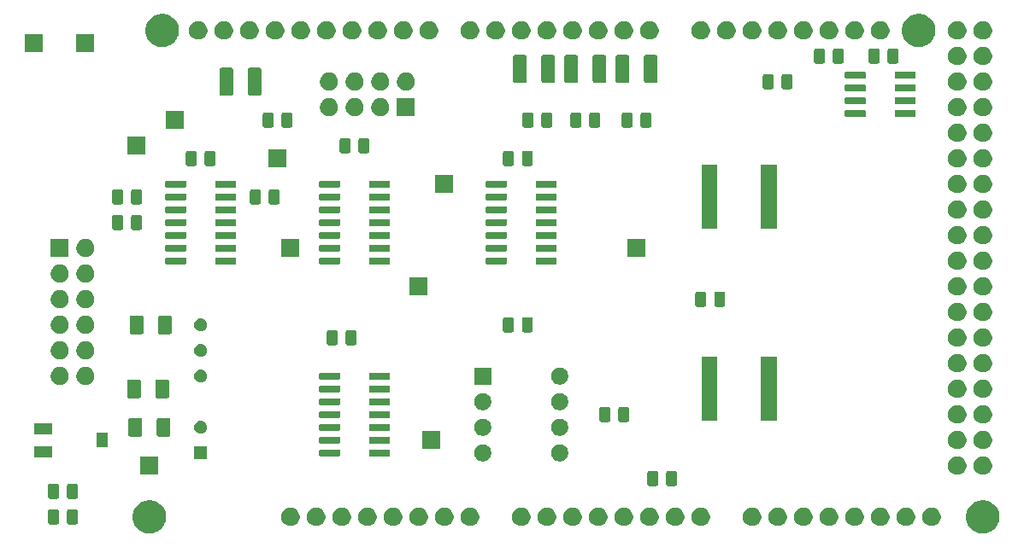
<source format=gbr>
G04 #@! TF.GenerationSoftware,KiCad,Pcbnew,(5.1.5-0-10_14)*
G04 #@! TF.CreationDate,2020-06-27T09:49:27-05:00*
G04 #@! TF.ProjectId,Electronic Target,456c6563-7472-46f6-9e69-632054617267,rev?*
G04 #@! TF.SameCoordinates,Original*
G04 #@! TF.FileFunction,Soldermask,Top*
G04 #@! TF.FilePolarity,Negative*
%FSLAX46Y46*%
G04 Gerber Fmt 4.6, Leading zero omitted, Abs format (unit mm)*
G04 Created by KiCad (PCBNEW (5.1.5-0-10_14)) date 2020-06-27 09:49:27*
%MOMM*%
%LPD*%
G04 APERTURE LIST*
%ADD10C,0.100000*%
G04 APERTURE END LIST*
D10*
G36*
X213735256Y-131741298D02*
G01*
X213841579Y-131762447D01*
X214142042Y-131886903D01*
X214412451Y-132067585D01*
X214642415Y-132297549D01*
X214823097Y-132567958D01*
X214823098Y-132567960D01*
X214947553Y-132868422D01*
X215011000Y-133187389D01*
X215011000Y-133512611D01*
X214947553Y-133831578D01*
X214852766Y-134060416D01*
X214823097Y-134132042D01*
X214642415Y-134402451D01*
X214412451Y-134632415D01*
X214142042Y-134813097D01*
X213841579Y-134937553D01*
X213735256Y-134958702D01*
X213522611Y-135001000D01*
X213197389Y-135001000D01*
X212984744Y-134958702D01*
X212878421Y-134937553D01*
X212577958Y-134813097D01*
X212307549Y-134632415D01*
X212077585Y-134402451D01*
X211896903Y-134132042D01*
X211867235Y-134060416D01*
X211772447Y-133831578D01*
X211709000Y-133512611D01*
X211709000Y-133187389D01*
X211772447Y-132868422D01*
X211896902Y-132567960D01*
X211896903Y-132567958D01*
X212077585Y-132297549D01*
X212307549Y-132067585D01*
X212577958Y-131886903D01*
X212878421Y-131762447D01*
X212984744Y-131741298D01*
X213197389Y-131699000D01*
X213522611Y-131699000D01*
X213735256Y-131741298D01*
G37*
G36*
X131185256Y-131741298D02*
G01*
X131291579Y-131762447D01*
X131592042Y-131886903D01*
X131862451Y-132067585D01*
X132092415Y-132297549D01*
X132273097Y-132567958D01*
X132273098Y-132567960D01*
X132397553Y-132868422D01*
X132461000Y-133187389D01*
X132461000Y-133512611D01*
X132397553Y-133831578D01*
X132302766Y-134060416D01*
X132273097Y-134132042D01*
X132092415Y-134402451D01*
X131862451Y-134632415D01*
X131592042Y-134813097D01*
X131291579Y-134937553D01*
X131185256Y-134958702D01*
X130972611Y-135001000D01*
X130647389Y-135001000D01*
X130434744Y-134958702D01*
X130328421Y-134937553D01*
X130027958Y-134813097D01*
X129757549Y-134632415D01*
X129527585Y-134402451D01*
X129346903Y-134132042D01*
X129317235Y-134060416D01*
X129222447Y-133831578D01*
X129159000Y-133512611D01*
X129159000Y-133187389D01*
X129222447Y-132868422D01*
X129346902Y-132567960D01*
X129346903Y-132567958D01*
X129527585Y-132297549D01*
X129757549Y-132067585D01*
X130027958Y-131886903D01*
X130328421Y-131762447D01*
X130434744Y-131741298D01*
X130647389Y-131699000D01*
X130972611Y-131699000D01*
X131185256Y-131741298D01*
G37*
G36*
X203466778Y-132470547D02*
G01*
X203633224Y-132539491D01*
X203783022Y-132639583D01*
X203910417Y-132766978D01*
X204010509Y-132916776D01*
X204079453Y-133083222D01*
X204114600Y-133259918D01*
X204114600Y-133440082D01*
X204079453Y-133616778D01*
X204010509Y-133783224D01*
X203910417Y-133933022D01*
X203783022Y-134060417D01*
X203633224Y-134160509D01*
X203466778Y-134229453D01*
X203290082Y-134264600D01*
X203109918Y-134264600D01*
X202933222Y-134229453D01*
X202766776Y-134160509D01*
X202616978Y-134060417D01*
X202489583Y-133933022D01*
X202389491Y-133783224D01*
X202320547Y-133616778D01*
X202285400Y-133440082D01*
X202285400Y-133259918D01*
X202320547Y-133083222D01*
X202389491Y-132916776D01*
X202489583Y-132766978D01*
X202616978Y-132639583D01*
X202766776Y-132539491D01*
X202933222Y-132470547D01*
X203109918Y-132435400D01*
X203290082Y-132435400D01*
X203466778Y-132470547D01*
G37*
G36*
X200926778Y-132470547D02*
G01*
X201093224Y-132539491D01*
X201243022Y-132639583D01*
X201370417Y-132766978D01*
X201470509Y-132916776D01*
X201539453Y-133083222D01*
X201574600Y-133259918D01*
X201574600Y-133440082D01*
X201539453Y-133616778D01*
X201470509Y-133783224D01*
X201370417Y-133933022D01*
X201243022Y-134060417D01*
X201093224Y-134160509D01*
X200926778Y-134229453D01*
X200750082Y-134264600D01*
X200569918Y-134264600D01*
X200393222Y-134229453D01*
X200226776Y-134160509D01*
X200076978Y-134060417D01*
X199949583Y-133933022D01*
X199849491Y-133783224D01*
X199780547Y-133616778D01*
X199745400Y-133440082D01*
X199745400Y-133259918D01*
X199780547Y-133083222D01*
X199849491Y-132916776D01*
X199949583Y-132766978D01*
X200076978Y-132639583D01*
X200226776Y-132539491D01*
X200393222Y-132470547D01*
X200569918Y-132435400D01*
X200750082Y-132435400D01*
X200926778Y-132470547D01*
G37*
G36*
X198386778Y-132470547D02*
G01*
X198553224Y-132539491D01*
X198703022Y-132639583D01*
X198830417Y-132766978D01*
X198930509Y-132916776D01*
X198999453Y-133083222D01*
X199034600Y-133259918D01*
X199034600Y-133440082D01*
X198999453Y-133616778D01*
X198930509Y-133783224D01*
X198830417Y-133933022D01*
X198703022Y-134060417D01*
X198553224Y-134160509D01*
X198386778Y-134229453D01*
X198210082Y-134264600D01*
X198029918Y-134264600D01*
X197853222Y-134229453D01*
X197686776Y-134160509D01*
X197536978Y-134060417D01*
X197409583Y-133933022D01*
X197309491Y-133783224D01*
X197240547Y-133616778D01*
X197205400Y-133440082D01*
X197205400Y-133259918D01*
X197240547Y-133083222D01*
X197309491Y-132916776D01*
X197409583Y-132766978D01*
X197536978Y-132639583D01*
X197686776Y-132539491D01*
X197853222Y-132470547D01*
X198029918Y-132435400D01*
X198210082Y-132435400D01*
X198386778Y-132470547D01*
G37*
G36*
X195846778Y-132470547D02*
G01*
X196013224Y-132539491D01*
X196163022Y-132639583D01*
X196290417Y-132766978D01*
X196390509Y-132916776D01*
X196459453Y-133083222D01*
X196494600Y-133259918D01*
X196494600Y-133440082D01*
X196459453Y-133616778D01*
X196390509Y-133783224D01*
X196290417Y-133933022D01*
X196163022Y-134060417D01*
X196013224Y-134160509D01*
X195846778Y-134229453D01*
X195670082Y-134264600D01*
X195489918Y-134264600D01*
X195313222Y-134229453D01*
X195146776Y-134160509D01*
X194996978Y-134060417D01*
X194869583Y-133933022D01*
X194769491Y-133783224D01*
X194700547Y-133616778D01*
X194665400Y-133440082D01*
X194665400Y-133259918D01*
X194700547Y-133083222D01*
X194769491Y-132916776D01*
X194869583Y-132766978D01*
X194996978Y-132639583D01*
X195146776Y-132539491D01*
X195313222Y-132470547D01*
X195489918Y-132435400D01*
X195670082Y-132435400D01*
X195846778Y-132470547D01*
G37*
G36*
X193306778Y-132470547D02*
G01*
X193473224Y-132539491D01*
X193623022Y-132639583D01*
X193750417Y-132766978D01*
X193850509Y-132916776D01*
X193919453Y-133083222D01*
X193954600Y-133259918D01*
X193954600Y-133440082D01*
X193919453Y-133616778D01*
X193850509Y-133783224D01*
X193750417Y-133933022D01*
X193623022Y-134060417D01*
X193473224Y-134160509D01*
X193306778Y-134229453D01*
X193130082Y-134264600D01*
X192949918Y-134264600D01*
X192773222Y-134229453D01*
X192606776Y-134160509D01*
X192456978Y-134060417D01*
X192329583Y-133933022D01*
X192229491Y-133783224D01*
X192160547Y-133616778D01*
X192125400Y-133440082D01*
X192125400Y-133259918D01*
X192160547Y-133083222D01*
X192229491Y-132916776D01*
X192329583Y-132766978D01*
X192456978Y-132639583D01*
X192606776Y-132539491D01*
X192773222Y-132470547D01*
X192949918Y-132435400D01*
X193130082Y-132435400D01*
X193306778Y-132470547D01*
G37*
G36*
X190766778Y-132470547D02*
G01*
X190933224Y-132539491D01*
X191083022Y-132639583D01*
X191210417Y-132766978D01*
X191310509Y-132916776D01*
X191379453Y-133083222D01*
X191414600Y-133259918D01*
X191414600Y-133440082D01*
X191379453Y-133616778D01*
X191310509Y-133783224D01*
X191210417Y-133933022D01*
X191083022Y-134060417D01*
X190933224Y-134160509D01*
X190766778Y-134229453D01*
X190590082Y-134264600D01*
X190409918Y-134264600D01*
X190233222Y-134229453D01*
X190066776Y-134160509D01*
X189916978Y-134060417D01*
X189789583Y-133933022D01*
X189689491Y-133783224D01*
X189620547Y-133616778D01*
X189585400Y-133440082D01*
X189585400Y-133259918D01*
X189620547Y-133083222D01*
X189689491Y-132916776D01*
X189789583Y-132766978D01*
X189916978Y-132639583D01*
X190066776Y-132539491D01*
X190233222Y-132470547D01*
X190409918Y-132435400D01*
X190590082Y-132435400D01*
X190766778Y-132470547D01*
G37*
G36*
X185686778Y-132470547D02*
G01*
X185853224Y-132539491D01*
X186003022Y-132639583D01*
X186130417Y-132766978D01*
X186230509Y-132916776D01*
X186299453Y-133083222D01*
X186334600Y-133259918D01*
X186334600Y-133440082D01*
X186299453Y-133616778D01*
X186230509Y-133783224D01*
X186130417Y-133933022D01*
X186003022Y-134060417D01*
X185853224Y-134160509D01*
X185686778Y-134229453D01*
X185510082Y-134264600D01*
X185329918Y-134264600D01*
X185153222Y-134229453D01*
X184986776Y-134160509D01*
X184836978Y-134060417D01*
X184709583Y-133933022D01*
X184609491Y-133783224D01*
X184540547Y-133616778D01*
X184505400Y-133440082D01*
X184505400Y-133259918D01*
X184540547Y-133083222D01*
X184609491Y-132916776D01*
X184709583Y-132766978D01*
X184836978Y-132639583D01*
X184986776Y-132539491D01*
X185153222Y-132470547D01*
X185329918Y-132435400D01*
X185510082Y-132435400D01*
X185686778Y-132470547D01*
G37*
G36*
X183146778Y-132470547D02*
G01*
X183313224Y-132539491D01*
X183463022Y-132639583D01*
X183590417Y-132766978D01*
X183690509Y-132916776D01*
X183759453Y-133083222D01*
X183794600Y-133259918D01*
X183794600Y-133440082D01*
X183759453Y-133616778D01*
X183690509Y-133783224D01*
X183590417Y-133933022D01*
X183463022Y-134060417D01*
X183313224Y-134160509D01*
X183146778Y-134229453D01*
X182970082Y-134264600D01*
X182789918Y-134264600D01*
X182613222Y-134229453D01*
X182446776Y-134160509D01*
X182296978Y-134060417D01*
X182169583Y-133933022D01*
X182069491Y-133783224D01*
X182000547Y-133616778D01*
X181965400Y-133440082D01*
X181965400Y-133259918D01*
X182000547Y-133083222D01*
X182069491Y-132916776D01*
X182169583Y-132766978D01*
X182296978Y-132639583D01*
X182446776Y-132539491D01*
X182613222Y-132470547D01*
X182789918Y-132435400D01*
X182970082Y-132435400D01*
X183146778Y-132470547D01*
G37*
G36*
X180606778Y-132470547D02*
G01*
X180773224Y-132539491D01*
X180923022Y-132639583D01*
X181050417Y-132766978D01*
X181150509Y-132916776D01*
X181219453Y-133083222D01*
X181254600Y-133259918D01*
X181254600Y-133440082D01*
X181219453Y-133616778D01*
X181150509Y-133783224D01*
X181050417Y-133933022D01*
X180923022Y-134060417D01*
X180773224Y-134160509D01*
X180606778Y-134229453D01*
X180430082Y-134264600D01*
X180249918Y-134264600D01*
X180073222Y-134229453D01*
X179906776Y-134160509D01*
X179756978Y-134060417D01*
X179629583Y-133933022D01*
X179529491Y-133783224D01*
X179460547Y-133616778D01*
X179425400Y-133440082D01*
X179425400Y-133259918D01*
X179460547Y-133083222D01*
X179529491Y-132916776D01*
X179629583Y-132766978D01*
X179756978Y-132639583D01*
X179906776Y-132539491D01*
X180073222Y-132470547D01*
X180249918Y-132435400D01*
X180430082Y-132435400D01*
X180606778Y-132470547D01*
G37*
G36*
X178066778Y-132470547D02*
G01*
X178233224Y-132539491D01*
X178383022Y-132639583D01*
X178510417Y-132766978D01*
X178610509Y-132916776D01*
X178679453Y-133083222D01*
X178714600Y-133259918D01*
X178714600Y-133440082D01*
X178679453Y-133616778D01*
X178610509Y-133783224D01*
X178510417Y-133933022D01*
X178383022Y-134060417D01*
X178233224Y-134160509D01*
X178066778Y-134229453D01*
X177890082Y-134264600D01*
X177709918Y-134264600D01*
X177533222Y-134229453D01*
X177366776Y-134160509D01*
X177216978Y-134060417D01*
X177089583Y-133933022D01*
X176989491Y-133783224D01*
X176920547Y-133616778D01*
X176885400Y-133440082D01*
X176885400Y-133259918D01*
X176920547Y-133083222D01*
X176989491Y-132916776D01*
X177089583Y-132766978D01*
X177216978Y-132639583D01*
X177366776Y-132539491D01*
X177533222Y-132470547D01*
X177709918Y-132435400D01*
X177890082Y-132435400D01*
X178066778Y-132470547D01*
G37*
G36*
X175526778Y-132470547D02*
G01*
X175693224Y-132539491D01*
X175843022Y-132639583D01*
X175970417Y-132766978D01*
X176070509Y-132916776D01*
X176139453Y-133083222D01*
X176174600Y-133259918D01*
X176174600Y-133440082D01*
X176139453Y-133616778D01*
X176070509Y-133783224D01*
X175970417Y-133933022D01*
X175843022Y-134060417D01*
X175693224Y-134160509D01*
X175526778Y-134229453D01*
X175350082Y-134264600D01*
X175169918Y-134264600D01*
X174993222Y-134229453D01*
X174826776Y-134160509D01*
X174676978Y-134060417D01*
X174549583Y-133933022D01*
X174449491Y-133783224D01*
X174380547Y-133616778D01*
X174345400Y-133440082D01*
X174345400Y-133259918D01*
X174380547Y-133083222D01*
X174449491Y-132916776D01*
X174549583Y-132766978D01*
X174676978Y-132639583D01*
X174826776Y-132539491D01*
X174993222Y-132470547D01*
X175169918Y-132435400D01*
X175350082Y-132435400D01*
X175526778Y-132470547D01*
G37*
G36*
X172986778Y-132470547D02*
G01*
X173153224Y-132539491D01*
X173303022Y-132639583D01*
X173430417Y-132766978D01*
X173530509Y-132916776D01*
X173599453Y-133083222D01*
X173634600Y-133259918D01*
X173634600Y-133440082D01*
X173599453Y-133616778D01*
X173530509Y-133783224D01*
X173430417Y-133933022D01*
X173303022Y-134060417D01*
X173153224Y-134160509D01*
X172986778Y-134229453D01*
X172810082Y-134264600D01*
X172629918Y-134264600D01*
X172453222Y-134229453D01*
X172286776Y-134160509D01*
X172136978Y-134060417D01*
X172009583Y-133933022D01*
X171909491Y-133783224D01*
X171840547Y-133616778D01*
X171805400Y-133440082D01*
X171805400Y-133259918D01*
X171840547Y-133083222D01*
X171909491Y-132916776D01*
X172009583Y-132766978D01*
X172136978Y-132639583D01*
X172286776Y-132539491D01*
X172453222Y-132470547D01*
X172629918Y-132435400D01*
X172810082Y-132435400D01*
X172986778Y-132470547D01*
G37*
G36*
X170446778Y-132470547D02*
G01*
X170613224Y-132539491D01*
X170763022Y-132639583D01*
X170890417Y-132766978D01*
X170990509Y-132916776D01*
X171059453Y-133083222D01*
X171094600Y-133259918D01*
X171094600Y-133440082D01*
X171059453Y-133616778D01*
X170990509Y-133783224D01*
X170890417Y-133933022D01*
X170763022Y-134060417D01*
X170613224Y-134160509D01*
X170446778Y-134229453D01*
X170270082Y-134264600D01*
X170089918Y-134264600D01*
X169913222Y-134229453D01*
X169746776Y-134160509D01*
X169596978Y-134060417D01*
X169469583Y-133933022D01*
X169369491Y-133783224D01*
X169300547Y-133616778D01*
X169265400Y-133440082D01*
X169265400Y-133259918D01*
X169300547Y-133083222D01*
X169369491Y-132916776D01*
X169469583Y-132766978D01*
X169596978Y-132639583D01*
X169746776Y-132539491D01*
X169913222Y-132470547D01*
X170089918Y-132435400D01*
X170270082Y-132435400D01*
X170446778Y-132470547D01*
G37*
G36*
X167906778Y-132470547D02*
G01*
X168073224Y-132539491D01*
X168223022Y-132639583D01*
X168350417Y-132766978D01*
X168450509Y-132916776D01*
X168519453Y-133083222D01*
X168554600Y-133259918D01*
X168554600Y-133440082D01*
X168519453Y-133616778D01*
X168450509Y-133783224D01*
X168350417Y-133933022D01*
X168223022Y-134060417D01*
X168073224Y-134160509D01*
X167906778Y-134229453D01*
X167730082Y-134264600D01*
X167549918Y-134264600D01*
X167373222Y-134229453D01*
X167206776Y-134160509D01*
X167056978Y-134060417D01*
X166929583Y-133933022D01*
X166829491Y-133783224D01*
X166760547Y-133616778D01*
X166725400Y-133440082D01*
X166725400Y-133259918D01*
X166760547Y-133083222D01*
X166829491Y-132916776D01*
X166929583Y-132766978D01*
X167056978Y-132639583D01*
X167206776Y-132539491D01*
X167373222Y-132470547D01*
X167549918Y-132435400D01*
X167730082Y-132435400D01*
X167906778Y-132470547D01*
G37*
G36*
X162826778Y-132470547D02*
G01*
X162993224Y-132539491D01*
X163143022Y-132639583D01*
X163270417Y-132766978D01*
X163370509Y-132916776D01*
X163439453Y-133083222D01*
X163474600Y-133259918D01*
X163474600Y-133440082D01*
X163439453Y-133616778D01*
X163370509Y-133783224D01*
X163270417Y-133933022D01*
X163143022Y-134060417D01*
X162993224Y-134160509D01*
X162826778Y-134229453D01*
X162650082Y-134264600D01*
X162469918Y-134264600D01*
X162293222Y-134229453D01*
X162126776Y-134160509D01*
X161976978Y-134060417D01*
X161849583Y-133933022D01*
X161749491Y-133783224D01*
X161680547Y-133616778D01*
X161645400Y-133440082D01*
X161645400Y-133259918D01*
X161680547Y-133083222D01*
X161749491Y-132916776D01*
X161849583Y-132766978D01*
X161976978Y-132639583D01*
X162126776Y-132539491D01*
X162293222Y-132470547D01*
X162469918Y-132435400D01*
X162650082Y-132435400D01*
X162826778Y-132470547D01*
G37*
G36*
X160286778Y-132470547D02*
G01*
X160453224Y-132539491D01*
X160603022Y-132639583D01*
X160730417Y-132766978D01*
X160830509Y-132916776D01*
X160899453Y-133083222D01*
X160934600Y-133259918D01*
X160934600Y-133440082D01*
X160899453Y-133616778D01*
X160830509Y-133783224D01*
X160730417Y-133933022D01*
X160603022Y-134060417D01*
X160453224Y-134160509D01*
X160286778Y-134229453D01*
X160110082Y-134264600D01*
X159929918Y-134264600D01*
X159753222Y-134229453D01*
X159586776Y-134160509D01*
X159436978Y-134060417D01*
X159309583Y-133933022D01*
X159209491Y-133783224D01*
X159140547Y-133616778D01*
X159105400Y-133440082D01*
X159105400Y-133259918D01*
X159140547Y-133083222D01*
X159209491Y-132916776D01*
X159309583Y-132766978D01*
X159436978Y-132639583D01*
X159586776Y-132539491D01*
X159753222Y-132470547D01*
X159929918Y-132435400D01*
X160110082Y-132435400D01*
X160286778Y-132470547D01*
G37*
G36*
X157746778Y-132470547D02*
G01*
X157913224Y-132539491D01*
X158063022Y-132639583D01*
X158190417Y-132766978D01*
X158290509Y-132916776D01*
X158359453Y-133083222D01*
X158394600Y-133259918D01*
X158394600Y-133440082D01*
X158359453Y-133616778D01*
X158290509Y-133783224D01*
X158190417Y-133933022D01*
X158063022Y-134060417D01*
X157913224Y-134160509D01*
X157746778Y-134229453D01*
X157570082Y-134264600D01*
X157389918Y-134264600D01*
X157213222Y-134229453D01*
X157046776Y-134160509D01*
X156896978Y-134060417D01*
X156769583Y-133933022D01*
X156669491Y-133783224D01*
X156600547Y-133616778D01*
X156565400Y-133440082D01*
X156565400Y-133259918D01*
X156600547Y-133083222D01*
X156669491Y-132916776D01*
X156769583Y-132766978D01*
X156896978Y-132639583D01*
X157046776Y-132539491D01*
X157213222Y-132470547D01*
X157389918Y-132435400D01*
X157570082Y-132435400D01*
X157746778Y-132470547D01*
G37*
G36*
X155206778Y-132470547D02*
G01*
X155373224Y-132539491D01*
X155523022Y-132639583D01*
X155650417Y-132766978D01*
X155750509Y-132916776D01*
X155819453Y-133083222D01*
X155854600Y-133259918D01*
X155854600Y-133440082D01*
X155819453Y-133616778D01*
X155750509Y-133783224D01*
X155650417Y-133933022D01*
X155523022Y-134060417D01*
X155373224Y-134160509D01*
X155206778Y-134229453D01*
X155030082Y-134264600D01*
X154849918Y-134264600D01*
X154673222Y-134229453D01*
X154506776Y-134160509D01*
X154356978Y-134060417D01*
X154229583Y-133933022D01*
X154129491Y-133783224D01*
X154060547Y-133616778D01*
X154025400Y-133440082D01*
X154025400Y-133259918D01*
X154060547Y-133083222D01*
X154129491Y-132916776D01*
X154229583Y-132766978D01*
X154356978Y-132639583D01*
X154506776Y-132539491D01*
X154673222Y-132470547D01*
X154849918Y-132435400D01*
X155030082Y-132435400D01*
X155206778Y-132470547D01*
G37*
G36*
X152666778Y-132470547D02*
G01*
X152833224Y-132539491D01*
X152983022Y-132639583D01*
X153110417Y-132766978D01*
X153210509Y-132916776D01*
X153279453Y-133083222D01*
X153314600Y-133259918D01*
X153314600Y-133440082D01*
X153279453Y-133616778D01*
X153210509Y-133783224D01*
X153110417Y-133933022D01*
X152983022Y-134060417D01*
X152833224Y-134160509D01*
X152666778Y-134229453D01*
X152490082Y-134264600D01*
X152309918Y-134264600D01*
X152133222Y-134229453D01*
X151966776Y-134160509D01*
X151816978Y-134060417D01*
X151689583Y-133933022D01*
X151589491Y-133783224D01*
X151520547Y-133616778D01*
X151485400Y-133440082D01*
X151485400Y-133259918D01*
X151520547Y-133083222D01*
X151589491Y-132916776D01*
X151689583Y-132766978D01*
X151816978Y-132639583D01*
X151966776Y-132539491D01*
X152133222Y-132470547D01*
X152309918Y-132435400D01*
X152490082Y-132435400D01*
X152666778Y-132470547D01*
G37*
G36*
X150126778Y-132470547D02*
G01*
X150293224Y-132539491D01*
X150443022Y-132639583D01*
X150570417Y-132766978D01*
X150670509Y-132916776D01*
X150739453Y-133083222D01*
X150774600Y-133259918D01*
X150774600Y-133440082D01*
X150739453Y-133616778D01*
X150670509Y-133783224D01*
X150570417Y-133933022D01*
X150443022Y-134060417D01*
X150293224Y-134160509D01*
X150126778Y-134229453D01*
X149950082Y-134264600D01*
X149769918Y-134264600D01*
X149593222Y-134229453D01*
X149426776Y-134160509D01*
X149276978Y-134060417D01*
X149149583Y-133933022D01*
X149049491Y-133783224D01*
X148980547Y-133616778D01*
X148945400Y-133440082D01*
X148945400Y-133259918D01*
X148980547Y-133083222D01*
X149049491Y-132916776D01*
X149149583Y-132766978D01*
X149276978Y-132639583D01*
X149426776Y-132539491D01*
X149593222Y-132470547D01*
X149769918Y-132435400D01*
X149950082Y-132435400D01*
X150126778Y-132470547D01*
G37*
G36*
X147586778Y-132470547D02*
G01*
X147753224Y-132539491D01*
X147903022Y-132639583D01*
X148030417Y-132766978D01*
X148130509Y-132916776D01*
X148199453Y-133083222D01*
X148234600Y-133259918D01*
X148234600Y-133440082D01*
X148199453Y-133616778D01*
X148130509Y-133783224D01*
X148030417Y-133933022D01*
X147903022Y-134060417D01*
X147753224Y-134160509D01*
X147586778Y-134229453D01*
X147410082Y-134264600D01*
X147229918Y-134264600D01*
X147053222Y-134229453D01*
X146886776Y-134160509D01*
X146736978Y-134060417D01*
X146609583Y-133933022D01*
X146509491Y-133783224D01*
X146440547Y-133616778D01*
X146405400Y-133440082D01*
X146405400Y-133259918D01*
X146440547Y-133083222D01*
X146509491Y-132916776D01*
X146609583Y-132766978D01*
X146736978Y-132639583D01*
X146886776Y-132539491D01*
X147053222Y-132470547D01*
X147229918Y-132435400D01*
X147410082Y-132435400D01*
X147586778Y-132470547D01*
G37*
G36*
X145046778Y-132470547D02*
G01*
X145213224Y-132539491D01*
X145363022Y-132639583D01*
X145490417Y-132766978D01*
X145590509Y-132916776D01*
X145659453Y-133083222D01*
X145694600Y-133259918D01*
X145694600Y-133440082D01*
X145659453Y-133616778D01*
X145590509Y-133783224D01*
X145490417Y-133933022D01*
X145363022Y-134060417D01*
X145213224Y-134160509D01*
X145046778Y-134229453D01*
X144870082Y-134264600D01*
X144689918Y-134264600D01*
X144513222Y-134229453D01*
X144346776Y-134160509D01*
X144196978Y-134060417D01*
X144069583Y-133933022D01*
X143969491Y-133783224D01*
X143900547Y-133616778D01*
X143865400Y-133440082D01*
X143865400Y-133259918D01*
X143900547Y-133083222D01*
X143969491Y-132916776D01*
X144069583Y-132766978D01*
X144196978Y-132639583D01*
X144346776Y-132539491D01*
X144513222Y-132470547D01*
X144689918Y-132435400D01*
X144870082Y-132435400D01*
X145046778Y-132470547D01*
G37*
G36*
X208546778Y-132470547D02*
G01*
X208713224Y-132539491D01*
X208863022Y-132639583D01*
X208990417Y-132766978D01*
X209090509Y-132916776D01*
X209159453Y-133083222D01*
X209194600Y-133259918D01*
X209194600Y-133440082D01*
X209159453Y-133616778D01*
X209090509Y-133783224D01*
X208990417Y-133933022D01*
X208863022Y-134060417D01*
X208713224Y-134160509D01*
X208546778Y-134229453D01*
X208370082Y-134264600D01*
X208189918Y-134264600D01*
X208013222Y-134229453D01*
X207846776Y-134160509D01*
X207696978Y-134060417D01*
X207569583Y-133933022D01*
X207469491Y-133783224D01*
X207400547Y-133616778D01*
X207365400Y-133440082D01*
X207365400Y-133259918D01*
X207400547Y-133083222D01*
X207469491Y-132916776D01*
X207569583Y-132766978D01*
X207696978Y-132639583D01*
X207846776Y-132539491D01*
X208013222Y-132470547D01*
X208189918Y-132435400D01*
X208370082Y-132435400D01*
X208546778Y-132470547D01*
G37*
G36*
X206006778Y-132470547D02*
G01*
X206173224Y-132539491D01*
X206323022Y-132639583D01*
X206450417Y-132766978D01*
X206550509Y-132916776D01*
X206619453Y-133083222D01*
X206654600Y-133259918D01*
X206654600Y-133440082D01*
X206619453Y-133616778D01*
X206550509Y-133783224D01*
X206450417Y-133933022D01*
X206323022Y-134060417D01*
X206173224Y-134160509D01*
X206006778Y-134229453D01*
X205830082Y-134264600D01*
X205649918Y-134264600D01*
X205473222Y-134229453D01*
X205306776Y-134160509D01*
X205156978Y-134060417D01*
X205029583Y-133933022D01*
X204929491Y-133783224D01*
X204860547Y-133616778D01*
X204825400Y-133440082D01*
X204825400Y-133259918D01*
X204860547Y-133083222D01*
X204929491Y-132916776D01*
X205029583Y-132766978D01*
X205156978Y-132639583D01*
X205306776Y-132539491D01*
X205473222Y-132470547D01*
X205649918Y-132435400D01*
X205830082Y-132435400D01*
X206006778Y-132470547D01*
G37*
G36*
X121686968Y-132603565D02*
G01*
X121725638Y-132615296D01*
X121761277Y-132634346D01*
X121792517Y-132659983D01*
X121818154Y-132691223D01*
X121837204Y-132726862D01*
X121848935Y-132765532D01*
X121853500Y-132811888D01*
X121853500Y-133888112D01*
X121848935Y-133934468D01*
X121837204Y-133973138D01*
X121818154Y-134008777D01*
X121792517Y-134040017D01*
X121761277Y-134065654D01*
X121725638Y-134084704D01*
X121686968Y-134096435D01*
X121640612Y-134101000D01*
X120989388Y-134101000D01*
X120943032Y-134096435D01*
X120904362Y-134084704D01*
X120868723Y-134065654D01*
X120837483Y-134040017D01*
X120811846Y-134008777D01*
X120792796Y-133973138D01*
X120781065Y-133934468D01*
X120776500Y-133888112D01*
X120776500Y-132811888D01*
X120781065Y-132765532D01*
X120792796Y-132726862D01*
X120811846Y-132691223D01*
X120837483Y-132659983D01*
X120868723Y-132634346D01*
X120904362Y-132615296D01*
X120943032Y-132603565D01*
X120989388Y-132599000D01*
X121640612Y-132599000D01*
X121686968Y-132603565D01*
G37*
G36*
X123561968Y-132603565D02*
G01*
X123600638Y-132615296D01*
X123636277Y-132634346D01*
X123667517Y-132659983D01*
X123693154Y-132691223D01*
X123712204Y-132726862D01*
X123723935Y-132765532D01*
X123728500Y-132811888D01*
X123728500Y-133888112D01*
X123723935Y-133934468D01*
X123712204Y-133973138D01*
X123693154Y-134008777D01*
X123667517Y-134040017D01*
X123636277Y-134065654D01*
X123600638Y-134084704D01*
X123561968Y-134096435D01*
X123515612Y-134101000D01*
X122864388Y-134101000D01*
X122818032Y-134096435D01*
X122779362Y-134084704D01*
X122743723Y-134065654D01*
X122712483Y-134040017D01*
X122686846Y-134008777D01*
X122667796Y-133973138D01*
X122656065Y-133934468D01*
X122651500Y-133888112D01*
X122651500Y-132811888D01*
X122656065Y-132765532D01*
X122667796Y-132726862D01*
X122686846Y-132691223D01*
X122712483Y-132659983D01*
X122743723Y-132634346D01*
X122779362Y-132615296D01*
X122818032Y-132603565D01*
X122864388Y-132599000D01*
X123515612Y-132599000D01*
X123561968Y-132603565D01*
G37*
G36*
X123561968Y-130063565D02*
G01*
X123600638Y-130075296D01*
X123636277Y-130094346D01*
X123667517Y-130119983D01*
X123693154Y-130151223D01*
X123712204Y-130186862D01*
X123723935Y-130225532D01*
X123728500Y-130271888D01*
X123728500Y-131348112D01*
X123723935Y-131394468D01*
X123712204Y-131433138D01*
X123693154Y-131468777D01*
X123667517Y-131500017D01*
X123636277Y-131525654D01*
X123600638Y-131544704D01*
X123561968Y-131556435D01*
X123515612Y-131561000D01*
X122864388Y-131561000D01*
X122818032Y-131556435D01*
X122779362Y-131544704D01*
X122743723Y-131525654D01*
X122712483Y-131500017D01*
X122686846Y-131468777D01*
X122667796Y-131433138D01*
X122656065Y-131394468D01*
X122651500Y-131348112D01*
X122651500Y-130271888D01*
X122656065Y-130225532D01*
X122667796Y-130186862D01*
X122686846Y-130151223D01*
X122712483Y-130119983D01*
X122743723Y-130094346D01*
X122779362Y-130075296D01*
X122818032Y-130063565D01*
X122864388Y-130059000D01*
X123515612Y-130059000D01*
X123561968Y-130063565D01*
G37*
G36*
X121686968Y-130063565D02*
G01*
X121725638Y-130075296D01*
X121761277Y-130094346D01*
X121792517Y-130119983D01*
X121818154Y-130151223D01*
X121837204Y-130186862D01*
X121848935Y-130225532D01*
X121853500Y-130271888D01*
X121853500Y-131348112D01*
X121848935Y-131394468D01*
X121837204Y-131433138D01*
X121818154Y-131468777D01*
X121792517Y-131500017D01*
X121761277Y-131525654D01*
X121725638Y-131544704D01*
X121686968Y-131556435D01*
X121640612Y-131561000D01*
X120989388Y-131561000D01*
X120943032Y-131556435D01*
X120904362Y-131544704D01*
X120868723Y-131525654D01*
X120837483Y-131500017D01*
X120811846Y-131468777D01*
X120792796Y-131433138D01*
X120781065Y-131394468D01*
X120776500Y-131348112D01*
X120776500Y-130271888D01*
X120781065Y-130225532D01*
X120792796Y-130186862D01*
X120811846Y-130151223D01*
X120837483Y-130119983D01*
X120868723Y-130094346D01*
X120904362Y-130075296D01*
X120943032Y-130063565D01*
X120989388Y-130059000D01*
X121640612Y-130059000D01*
X121686968Y-130063565D01*
G37*
G36*
X181044468Y-128793565D02*
G01*
X181083138Y-128805296D01*
X181118777Y-128824346D01*
X181150017Y-128849983D01*
X181175654Y-128881223D01*
X181194704Y-128916862D01*
X181206435Y-128955532D01*
X181211000Y-129001888D01*
X181211000Y-130078112D01*
X181206435Y-130124468D01*
X181194704Y-130163138D01*
X181175654Y-130198777D01*
X181150017Y-130230017D01*
X181118777Y-130255654D01*
X181083138Y-130274704D01*
X181044468Y-130286435D01*
X180998112Y-130291000D01*
X180346888Y-130291000D01*
X180300532Y-130286435D01*
X180261862Y-130274704D01*
X180226223Y-130255654D01*
X180194983Y-130230017D01*
X180169346Y-130198777D01*
X180150296Y-130163138D01*
X180138565Y-130124468D01*
X180134000Y-130078112D01*
X180134000Y-129001888D01*
X180138565Y-128955532D01*
X180150296Y-128916862D01*
X180169346Y-128881223D01*
X180194983Y-128849983D01*
X180226223Y-128824346D01*
X180261862Y-128805296D01*
X180300532Y-128793565D01*
X180346888Y-128789000D01*
X180998112Y-128789000D01*
X181044468Y-128793565D01*
G37*
G36*
X182919468Y-128793565D02*
G01*
X182958138Y-128805296D01*
X182993777Y-128824346D01*
X183025017Y-128849983D01*
X183050654Y-128881223D01*
X183069704Y-128916862D01*
X183081435Y-128955532D01*
X183086000Y-129001888D01*
X183086000Y-130078112D01*
X183081435Y-130124468D01*
X183069704Y-130163138D01*
X183050654Y-130198777D01*
X183025017Y-130230017D01*
X182993777Y-130255654D01*
X182958138Y-130274704D01*
X182919468Y-130286435D01*
X182873112Y-130291000D01*
X182221888Y-130291000D01*
X182175532Y-130286435D01*
X182136862Y-130274704D01*
X182101223Y-130255654D01*
X182069983Y-130230017D01*
X182044346Y-130198777D01*
X182025296Y-130163138D01*
X182013565Y-130124468D01*
X182009000Y-130078112D01*
X182009000Y-129001888D01*
X182013565Y-128955532D01*
X182025296Y-128916862D01*
X182044346Y-128881223D01*
X182069983Y-128849983D01*
X182101223Y-128824346D01*
X182136862Y-128805296D01*
X182175532Y-128793565D01*
X182221888Y-128789000D01*
X182873112Y-128789000D01*
X182919468Y-128793565D01*
G37*
G36*
X213626778Y-127390547D02*
G01*
X213793224Y-127459491D01*
X213943022Y-127559583D01*
X214070417Y-127686978D01*
X214170509Y-127836776D01*
X214239453Y-128003222D01*
X214274600Y-128179918D01*
X214274600Y-128360082D01*
X214239453Y-128536778D01*
X214170509Y-128703224D01*
X214070417Y-128853022D01*
X213943022Y-128980417D01*
X213793224Y-129080509D01*
X213626778Y-129149453D01*
X213450082Y-129184600D01*
X213269918Y-129184600D01*
X213093222Y-129149453D01*
X212926776Y-129080509D01*
X212776978Y-128980417D01*
X212649583Y-128853022D01*
X212549491Y-128703224D01*
X212480547Y-128536778D01*
X212445400Y-128360082D01*
X212445400Y-128179918D01*
X212480547Y-128003222D01*
X212549491Y-127836776D01*
X212649583Y-127686978D01*
X212776978Y-127559583D01*
X212926776Y-127459491D01*
X213093222Y-127390547D01*
X213269918Y-127355400D01*
X213450082Y-127355400D01*
X213626778Y-127390547D01*
G37*
G36*
X211086778Y-127390547D02*
G01*
X211253224Y-127459491D01*
X211403022Y-127559583D01*
X211530417Y-127686978D01*
X211630509Y-127836776D01*
X211699453Y-128003222D01*
X211734600Y-128179918D01*
X211734600Y-128360082D01*
X211699453Y-128536778D01*
X211630509Y-128703224D01*
X211530417Y-128853022D01*
X211403022Y-128980417D01*
X211253224Y-129080509D01*
X211086778Y-129149453D01*
X210910082Y-129184600D01*
X210729918Y-129184600D01*
X210553222Y-129149453D01*
X210386776Y-129080509D01*
X210236978Y-128980417D01*
X210109583Y-128853022D01*
X210009491Y-128703224D01*
X209940547Y-128536778D01*
X209905400Y-128360082D01*
X209905400Y-128179918D01*
X209940547Y-128003222D01*
X210009491Y-127836776D01*
X210109583Y-127686978D01*
X210236978Y-127559583D01*
X210386776Y-127459491D01*
X210553222Y-127390547D01*
X210729918Y-127355400D01*
X210910082Y-127355400D01*
X211086778Y-127390547D01*
G37*
G36*
X131711000Y-129171000D02*
G01*
X129909000Y-129171000D01*
X129909000Y-127369000D01*
X131711000Y-127369000D01*
X131711000Y-129171000D01*
G37*
G36*
X164078228Y-126181703D02*
G01*
X164233100Y-126245853D01*
X164372481Y-126338985D01*
X164491015Y-126457519D01*
X164584147Y-126596900D01*
X164648297Y-126751772D01*
X164681000Y-126916184D01*
X164681000Y-127083816D01*
X164648297Y-127248228D01*
X164584147Y-127403100D01*
X164491015Y-127542481D01*
X164372481Y-127661015D01*
X164233100Y-127754147D01*
X164078228Y-127818297D01*
X163913816Y-127851000D01*
X163746184Y-127851000D01*
X163581772Y-127818297D01*
X163426900Y-127754147D01*
X163287519Y-127661015D01*
X163168985Y-127542481D01*
X163075853Y-127403100D01*
X163011703Y-127248228D01*
X162979000Y-127083816D01*
X162979000Y-126916184D01*
X163011703Y-126751772D01*
X163075853Y-126596900D01*
X163168985Y-126457519D01*
X163287519Y-126338985D01*
X163426900Y-126245853D01*
X163581772Y-126181703D01*
X163746184Y-126149000D01*
X163913816Y-126149000D01*
X164078228Y-126181703D01*
G37*
G36*
X171698228Y-126181703D02*
G01*
X171853100Y-126245853D01*
X171992481Y-126338985D01*
X172111015Y-126457519D01*
X172204147Y-126596900D01*
X172268297Y-126751772D01*
X172301000Y-126916184D01*
X172301000Y-127083816D01*
X172268297Y-127248228D01*
X172204147Y-127403100D01*
X172111015Y-127542481D01*
X171992481Y-127661015D01*
X171853100Y-127754147D01*
X171698228Y-127818297D01*
X171533816Y-127851000D01*
X171366184Y-127851000D01*
X171201772Y-127818297D01*
X171046900Y-127754147D01*
X170907519Y-127661015D01*
X170788985Y-127542481D01*
X170695853Y-127403100D01*
X170631703Y-127248228D01*
X170599000Y-127083816D01*
X170599000Y-126916184D01*
X170631703Y-126751772D01*
X170695853Y-126596900D01*
X170788985Y-126457519D01*
X170907519Y-126338985D01*
X171046900Y-126245853D01*
X171201772Y-126181703D01*
X171366184Y-126149000D01*
X171533816Y-126149000D01*
X171698228Y-126181703D01*
G37*
G36*
X136531000Y-127641000D02*
G01*
X135249000Y-127641000D01*
X135249000Y-126359000D01*
X136531000Y-126359000D01*
X136531000Y-127641000D01*
G37*
G36*
X121183600Y-127426300D02*
G01*
X119379800Y-127426300D01*
X119379800Y-126333700D01*
X121183600Y-126333700D01*
X121183600Y-127426300D01*
G37*
G36*
X149589928Y-126651764D02*
G01*
X149611009Y-126658160D01*
X149630445Y-126668548D01*
X149647476Y-126682524D01*
X149661452Y-126699555D01*
X149671840Y-126718991D01*
X149678236Y-126740072D01*
X149681000Y-126768140D01*
X149681000Y-127231860D01*
X149678236Y-127259928D01*
X149671840Y-127281009D01*
X149661452Y-127300445D01*
X149647476Y-127317476D01*
X149630445Y-127331452D01*
X149611009Y-127341840D01*
X149589928Y-127348236D01*
X149561860Y-127351000D01*
X147748140Y-127351000D01*
X147720072Y-127348236D01*
X147698991Y-127341840D01*
X147679555Y-127331452D01*
X147662524Y-127317476D01*
X147648548Y-127300445D01*
X147638160Y-127281009D01*
X147631764Y-127259928D01*
X147629000Y-127231860D01*
X147629000Y-126768140D01*
X147631764Y-126740072D01*
X147638160Y-126718991D01*
X147648548Y-126699555D01*
X147662524Y-126682524D01*
X147679555Y-126668548D01*
X147698991Y-126658160D01*
X147720072Y-126651764D01*
X147748140Y-126649000D01*
X149561860Y-126649000D01*
X149589928Y-126651764D01*
G37*
G36*
X154539928Y-126651764D02*
G01*
X154561009Y-126658160D01*
X154580445Y-126668548D01*
X154597476Y-126682524D01*
X154611452Y-126699555D01*
X154621840Y-126718991D01*
X154628236Y-126740072D01*
X154631000Y-126768140D01*
X154631000Y-127231860D01*
X154628236Y-127259928D01*
X154621840Y-127281009D01*
X154611452Y-127300445D01*
X154597476Y-127317476D01*
X154580445Y-127331452D01*
X154561009Y-127341840D01*
X154539928Y-127348236D01*
X154511860Y-127351000D01*
X152698140Y-127351000D01*
X152670072Y-127348236D01*
X152648991Y-127341840D01*
X152629555Y-127331452D01*
X152612524Y-127317476D01*
X152598548Y-127300445D01*
X152588160Y-127281009D01*
X152581764Y-127259928D01*
X152579000Y-127231860D01*
X152579000Y-126768140D01*
X152581764Y-126740072D01*
X152588160Y-126718991D01*
X152598548Y-126699555D01*
X152612524Y-126682524D01*
X152629555Y-126668548D01*
X152648991Y-126658160D01*
X152670072Y-126651764D01*
X152698140Y-126649000D01*
X154511860Y-126649000D01*
X154539928Y-126651764D01*
G37*
G36*
X211086778Y-124850547D02*
G01*
X211253224Y-124919491D01*
X211403022Y-125019583D01*
X211530417Y-125146978D01*
X211630509Y-125296776D01*
X211699453Y-125463222D01*
X211734600Y-125639918D01*
X211734600Y-125820082D01*
X211699453Y-125996778D01*
X211630509Y-126163224D01*
X211530417Y-126313022D01*
X211403022Y-126440417D01*
X211253224Y-126540509D01*
X211086778Y-126609453D01*
X210910082Y-126644600D01*
X210729918Y-126644600D01*
X210553222Y-126609453D01*
X210386776Y-126540509D01*
X210236978Y-126440417D01*
X210109583Y-126313022D01*
X210009491Y-126163224D01*
X209940547Y-125996778D01*
X209905400Y-125820082D01*
X209905400Y-125639918D01*
X209940547Y-125463222D01*
X210009491Y-125296776D01*
X210109583Y-125146978D01*
X210236978Y-125019583D01*
X210386776Y-124919491D01*
X210553222Y-124850547D01*
X210729918Y-124815400D01*
X210910082Y-124815400D01*
X211086778Y-124850547D01*
G37*
G36*
X213626778Y-124850547D02*
G01*
X213793224Y-124919491D01*
X213943022Y-125019583D01*
X214070417Y-125146978D01*
X214170509Y-125296776D01*
X214239453Y-125463222D01*
X214274600Y-125639918D01*
X214274600Y-125820082D01*
X214239453Y-125996778D01*
X214170509Y-126163224D01*
X214070417Y-126313022D01*
X213943022Y-126440417D01*
X213793224Y-126540509D01*
X213626778Y-126609453D01*
X213450082Y-126644600D01*
X213269918Y-126644600D01*
X213093222Y-126609453D01*
X212926776Y-126540509D01*
X212776978Y-126440417D01*
X212649583Y-126313022D01*
X212549491Y-126163224D01*
X212480547Y-125996778D01*
X212445400Y-125820082D01*
X212445400Y-125639918D01*
X212480547Y-125463222D01*
X212549491Y-125296776D01*
X212649583Y-125146978D01*
X212776978Y-125019583D01*
X212926776Y-124919491D01*
X213093222Y-124850547D01*
X213269918Y-124815400D01*
X213450082Y-124815400D01*
X213626778Y-124850547D01*
G37*
G36*
X159651000Y-126631000D02*
G01*
X157849000Y-126631000D01*
X157849000Y-124829000D01*
X159651000Y-124829000D01*
X159651000Y-126631000D01*
G37*
G36*
X126644600Y-126454100D02*
G01*
X125552000Y-126454100D01*
X125552000Y-125005900D01*
X126644600Y-125005900D01*
X126644600Y-126454100D01*
G37*
G36*
X149589928Y-125381764D02*
G01*
X149611009Y-125388160D01*
X149630445Y-125398548D01*
X149647476Y-125412524D01*
X149661452Y-125429555D01*
X149671840Y-125448991D01*
X149678236Y-125470072D01*
X149681000Y-125498140D01*
X149681000Y-125961860D01*
X149678236Y-125989928D01*
X149671840Y-126011009D01*
X149661452Y-126030445D01*
X149647476Y-126047476D01*
X149630445Y-126061452D01*
X149611009Y-126071840D01*
X149589928Y-126078236D01*
X149561860Y-126081000D01*
X147748140Y-126081000D01*
X147720072Y-126078236D01*
X147698991Y-126071840D01*
X147679555Y-126061452D01*
X147662524Y-126047476D01*
X147648548Y-126030445D01*
X147638160Y-126011009D01*
X147631764Y-125989928D01*
X147629000Y-125961860D01*
X147629000Y-125498140D01*
X147631764Y-125470072D01*
X147638160Y-125448991D01*
X147648548Y-125429555D01*
X147662524Y-125412524D01*
X147679555Y-125398548D01*
X147698991Y-125388160D01*
X147720072Y-125381764D01*
X147748140Y-125379000D01*
X149561860Y-125379000D01*
X149589928Y-125381764D01*
G37*
G36*
X154539928Y-125381764D02*
G01*
X154561009Y-125388160D01*
X154580445Y-125398548D01*
X154597476Y-125412524D01*
X154611452Y-125429555D01*
X154621840Y-125448991D01*
X154628236Y-125470072D01*
X154631000Y-125498140D01*
X154631000Y-125961860D01*
X154628236Y-125989928D01*
X154621840Y-126011009D01*
X154611452Y-126030445D01*
X154597476Y-126047476D01*
X154580445Y-126061452D01*
X154561009Y-126071840D01*
X154539928Y-126078236D01*
X154511860Y-126081000D01*
X152698140Y-126081000D01*
X152670072Y-126078236D01*
X152648991Y-126071840D01*
X152629555Y-126061452D01*
X152612524Y-126047476D01*
X152598548Y-126030445D01*
X152588160Y-126011009D01*
X152581764Y-125989928D01*
X152579000Y-125961860D01*
X152579000Y-125498140D01*
X152581764Y-125470072D01*
X152588160Y-125448991D01*
X152598548Y-125429555D01*
X152612524Y-125412524D01*
X152629555Y-125398548D01*
X152648991Y-125388160D01*
X152670072Y-125381764D01*
X152698140Y-125379000D01*
X154511860Y-125379000D01*
X154539928Y-125381764D01*
G37*
G36*
X132728604Y-123538347D02*
G01*
X132765144Y-123549432D01*
X132798821Y-123567433D01*
X132828341Y-123591659D01*
X132852567Y-123621179D01*
X132870568Y-123654856D01*
X132881653Y-123691396D01*
X132886000Y-123735538D01*
X132886000Y-125184462D01*
X132881653Y-125228604D01*
X132870568Y-125265144D01*
X132852567Y-125298821D01*
X132828341Y-125328341D01*
X132798821Y-125352567D01*
X132765144Y-125370568D01*
X132728604Y-125381653D01*
X132684462Y-125386000D01*
X131735538Y-125386000D01*
X131691396Y-125381653D01*
X131654856Y-125370568D01*
X131621179Y-125352567D01*
X131591659Y-125328341D01*
X131567433Y-125298821D01*
X131549432Y-125265144D01*
X131538347Y-125228604D01*
X131534000Y-125184462D01*
X131534000Y-123735538D01*
X131538347Y-123691396D01*
X131549432Y-123654856D01*
X131567433Y-123621179D01*
X131591659Y-123591659D01*
X131621179Y-123567433D01*
X131654856Y-123549432D01*
X131691396Y-123538347D01*
X131735538Y-123534000D01*
X132684462Y-123534000D01*
X132728604Y-123538347D01*
G37*
G36*
X129928604Y-123538347D02*
G01*
X129965144Y-123549432D01*
X129998821Y-123567433D01*
X130028341Y-123591659D01*
X130052567Y-123621179D01*
X130070568Y-123654856D01*
X130081653Y-123691396D01*
X130086000Y-123735538D01*
X130086000Y-125184462D01*
X130081653Y-125228604D01*
X130070568Y-125265144D01*
X130052567Y-125298821D01*
X130028341Y-125328341D01*
X129998821Y-125352567D01*
X129965144Y-125370568D01*
X129928604Y-125381653D01*
X129884462Y-125386000D01*
X128935538Y-125386000D01*
X128891396Y-125381653D01*
X128854856Y-125370568D01*
X128821179Y-125352567D01*
X128791659Y-125328341D01*
X128767433Y-125298821D01*
X128749432Y-125265144D01*
X128738347Y-125228604D01*
X128734000Y-125184462D01*
X128734000Y-123735538D01*
X128738347Y-123691396D01*
X128749432Y-123654856D01*
X128767433Y-123621179D01*
X128791659Y-123591659D01*
X128821179Y-123567433D01*
X128854856Y-123549432D01*
X128891396Y-123538347D01*
X128935538Y-123534000D01*
X129884462Y-123534000D01*
X129928604Y-123538347D01*
G37*
G36*
X171698228Y-123641703D02*
G01*
X171853100Y-123705853D01*
X171992481Y-123798985D01*
X172111015Y-123917519D01*
X172204147Y-124056900D01*
X172268297Y-124211772D01*
X172301000Y-124376184D01*
X172301000Y-124543816D01*
X172268297Y-124708228D01*
X172204147Y-124863100D01*
X172111015Y-125002481D01*
X171992481Y-125121015D01*
X171853100Y-125214147D01*
X171698228Y-125278297D01*
X171533816Y-125311000D01*
X171366184Y-125311000D01*
X171201772Y-125278297D01*
X171046900Y-125214147D01*
X170907519Y-125121015D01*
X170788985Y-125002481D01*
X170695853Y-124863100D01*
X170631703Y-124708228D01*
X170599000Y-124543816D01*
X170599000Y-124376184D01*
X170631703Y-124211772D01*
X170695853Y-124056900D01*
X170788985Y-123917519D01*
X170907519Y-123798985D01*
X171046900Y-123705853D01*
X171201772Y-123641703D01*
X171366184Y-123609000D01*
X171533816Y-123609000D01*
X171698228Y-123641703D01*
G37*
G36*
X164078228Y-123641703D02*
G01*
X164233100Y-123705853D01*
X164372481Y-123798985D01*
X164491015Y-123917519D01*
X164584147Y-124056900D01*
X164648297Y-124211772D01*
X164681000Y-124376184D01*
X164681000Y-124543816D01*
X164648297Y-124708228D01*
X164584147Y-124863100D01*
X164491015Y-125002481D01*
X164372481Y-125121015D01*
X164233100Y-125214147D01*
X164078228Y-125278297D01*
X163913816Y-125311000D01*
X163746184Y-125311000D01*
X163581772Y-125278297D01*
X163426900Y-125214147D01*
X163287519Y-125121015D01*
X163168985Y-125002481D01*
X163075853Y-124863100D01*
X163011703Y-124708228D01*
X162979000Y-124543816D01*
X162979000Y-124376184D01*
X163011703Y-124211772D01*
X163075853Y-124056900D01*
X163168985Y-123917519D01*
X163287519Y-123798985D01*
X163426900Y-123705853D01*
X163581772Y-123641703D01*
X163746184Y-123609000D01*
X163913816Y-123609000D01*
X164078228Y-123641703D01*
G37*
G36*
X121183600Y-125126300D02*
G01*
X119379800Y-125126300D01*
X119379800Y-124033700D01*
X121183600Y-124033700D01*
X121183600Y-125126300D01*
G37*
G36*
X135984093Y-123825158D02*
G01*
X136076973Y-123843633D01*
X136193628Y-123891953D01*
X136298614Y-123962102D01*
X136387898Y-124051386D01*
X136458047Y-124156372D01*
X136506367Y-124273027D01*
X136531000Y-124396867D01*
X136531000Y-124523133D01*
X136506367Y-124646973D01*
X136458047Y-124763628D01*
X136387898Y-124868614D01*
X136298614Y-124957898D01*
X136193628Y-125028047D01*
X136076973Y-125076367D01*
X135984093Y-125094842D01*
X135953134Y-125101000D01*
X135826866Y-125101000D01*
X135795907Y-125094842D01*
X135703027Y-125076367D01*
X135586372Y-125028047D01*
X135481386Y-124957898D01*
X135392102Y-124868614D01*
X135321953Y-124763628D01*
X135273633Y-124646973D01*
X135249000Y-124523133D01*
X135249000Y-124396867D01*
X135273633Y-124273027D01*
X135321953Y-124156372D01*
X135392102Y-124051386D01*
X135481386Y-123962102D01*
X135586372Y-123891953D01*
X135703027Y-123843633D01*
X135795907Y-123825158D01*
X135826866Y-123819000D01*
X135953134Y-123819000D01*
X135984093Y-123825158D01*
G37*
G36*
X149589928Y-124111764D02*
G01*
X149611009Y-124118160D01*
X149630445Y-124128548D01*
X149647476Y-124142524D01*
X149661452Y-124159555D01*
X149671840Y-124178991D01*
X149678236Y-124200072D01*
X149681000Y-124228140D01*
X149681000Y-124691860D01*
X149678236Y-124719928D01*
X149671840Y-124741009D01*
X149661452Y-124760445D01*
X149647476Y-124777476D01*
X149630445Y-124791452D01*
X149611009Y-124801840D01*
X149589928Y-124808236D01*
X149561860Y-124811000D01*
X147748140Y-124811000D01*
X147720072Y-124808236D01*
X147698991Y-124801840D01*
X147679555Y-124791452D01*
X147662524Y-124777476D01*
X147648548Y-124760445D01*
X147638160Y-124741009D01*
X147631764Y-124719928D01*
X147629000Y-124691860D01*
X147629000Y-124228140D01*
X147631764Y-124200072D01*
X147638160Y-124178991D01*
X147648548Y-124159555D01*
X147662524Y-124142524D01*
X147679555Y-124128548D01*
X147698991Y-124118160D01*
X147720072Y-124111764D01*
X147748140Y-124109000D01*
X149561860Y-124109000D01*
X149589928Y-124111764D01*
G37*
G36*
X154539928Y-124111764D02*
G01*
X154561009Y-124118160D01*
X154580445Y-124128548D01*
X154597476Y-124142524D01*
X154611452Y-124159555D01*
X154621840Y-124178991D01*
X154628236Y-124200072D01*
X154631000Y-124228140D01*
X154631000Y-124691860D01*
X154628236Y-124719928D01*
X154621840Y-124741009D01*
X154611452Y-124760445D01*
X154597476Y-124777476D01*
X154580445Y-124791452D01*
X154561009Y-124801840D01*
X154539928Y-124808236D01*
X154511860Y-124811000D01*
X152698140Y-124811000D01*
X152670072Y-124808236D01*
X152648991Y-124801840D01*
X152629555Y-124791452D01*
X152612524Y-124777476D01*
X152598548Y-124760445D01*
X152588160Y-124741009D01*
X152581764Y-124719928D01*
X152579000Y-124691860D01*
X152579000Y-124228140D01*
X152581764Y-124200072D01*
X152588160Y-124178991D01*
X152598548Y-124159555D01*
X152612524Y-124142524D01*
X152629555Y-124128548D01*
X152648991Y-124118160D01*
X152670072Y-124111764D01*
X152698140Y-124109000D01*
X154511860Y-124109000D01*
X154539928Y-124111764D01*
G37*
G36*
X211086778Y-122310547D02*
G01*
X211253224Y-122379491D01*
X211403022Y-122479583D01*
X211530417Y-122606978D01*
X211630509Y-122756776D01*
X211699453Y-122923222D01*
X211734600Y-123099918D01*
X211734600Y-123280082D01*
X211699453Y-123456778D01*
X211630509Y-123623224D01*
X211530417Y-123773022D01*
X211403022Y-123900417D01*
X211253224Y-124000509D01*
X211086778Y-124069453D01*
X210910082Y-124104600D01*
X210729918Y-124104600D01*
X210553222Y-124069453D01*
X210386776Y-124000509D01*
X210236978Y-123900417D01*
X210109583Y-123773022D01*
X210009491Y-123623224D01*
X209940547Y-123456778D01*
X209905400Y-123280082D01*
X209905400Y-123099918D01*
X209940547Y-122923222D01*
X210009491Y-122756776D01*
X210109583Y-122606978D01*
X210236978Y-122479583D01*
X210386776Y-122379491D01*
X210553222Y-122310547D01*
X210729918Y-122275400D01*
X210910082Y-122275400D01*
X211086778Y-122310547D01*
G37*
G36*
X213626778Y-122310547D02*
G01*
X213793224Y-122379491D01*
X213943022Y-122479583D01*
X214070417Y-122606978D01*
X214170509Y-122756776D01*
X214239453Y-122923222D01*
X214274600Y-123099918D01*
X214274600Y-123280082D01*
X214239453Y-123456778D01*
X214170509Y-123623224D01*
X214070417Y-123773022D01*
X213943022Y-123900417D01*
X213793224Y-124000509D01*
X213626778Y-124069453D01*
X213450082Y-124104600D01*
X213269918Y-124104600D01*
X213093222Y-124069453D01*
X212926776Y-124000509D01*
X212776978Y-123900417D01*
X212649583Y-123773022D01*
X212549491Y-123623224D01*
X212480547Y-123456778D01*
X212445400Y-123280082D01*
X212445400Y-123099918D01*
X212480547Y-122923222D01*
X212549491Y-122756776D01*
X212649583Y-122606978D01*
X212776978Y-122479583D01*
X212926776Y-122379491D01*
X213093222Y-122310547D01*
X213269918Y-122275400D01*
X213450082Y-122275400D01*
X213626778Y-122310547D01*
G37*
G36*
X176296968Y-122443565D02*
G01*
X176335638Y-122455296D01*
X176371277Y-122474346D01*
X176402517Y-122499983D01*
X176428154Y-122531223D01*
X176447204Y-122566862D01*
X176458935Y-122605532D01*
X176463500Y-122651888D01*
X176463500Y-123728112D01*
X176458935Y-123774468D01*
X176447204Y-123813138D01*
X176428154Y-123848777D01*
X176402517Y-123880017D01*
X176371277Y-123905654D01*
X176335638Y-123924704D01*
X176296968Y-123936435D01*
X176250612Y-123941000D01*
X175599388Y-123941000D01*
X175553032Y-123936435D01*
X175514362Y-123924704D01*
X175478723Y-123905654D01*
X175447483Y-123880017D01*
X175421846Y-123848777D01*
X175402796Y-123813138D01*
X175391065Y-123774468D01*
X175386500Y-123728112D01*
X175386500Y-122651888D01*
X175391065Y-122605532D01*
X175402796Y-122566862D01*
X175421846Y-122531223D01*
X175447483Y-122499983D01*
X175478723Y-122474346D01*
X175514362Y-122455296D01*
X175553032Y-122443565D01*
X175599388Y-122439000D01*
X176250612Y-122439000D01*
X176296968Y-122443565D01*
G37*
G36*
X178171968Y-122443565D02*
G01*
X178210638Y-122455296D01*
X178246277Y-122474346D01*
X178277517Y-122499983D01*
X178303154Y-122531223D01*
X178322204Y-122566862D01*
X178333935Y-122605532D01*
X178338500Y-122651888D01*
X178338500Y-123728112D01*
X178333935Y-123774468D01*
X178322204Y-123813138D01*
X178303154Y-123848777D01*
X178277517Y-123880017D01*
X178246277Y-123905654D01*
X178210638Y-123924704D01*
X178171968Y-123936435D01*
X178125612Y-123941000D01*
X177474388Y-123941000D01*
X177428032Y-123936435D01*
X177389362Y-123924704D01*
X177353723Y-123905654D01*
X177322483Y-123880017D01*
X177296846Y-123848777D01*
X177277796Y-123813138D01*
X177266065Y-123774468D01*
X177261500Y-123728112D01*
X177261500Y-122651888D01*
X177266065Y-122605532D01*
X177277796Y-122566862D01*
X177296846Y-122531223D01*
X177322483Y-122499983D01*
X177353723Y-122474346D01*
X177389362Y-122455296D01*
X177428032Y-122443565D01*
X177474388Y-122439000D01*
X178125612Y-122439000D01*
X178171968Y-122443565D01*
G37*
G36*
X187056000Y-123851000D02*
G01*
X185504000Y-123851000D01*
X185504000Y-117449000D01*
X187056000Y-117449000D01*
X187056000Y-123851000D01*
G37*
G36*
X192956000Y-123851000D02*
G01*
X191404000Y-123851000D01*
X191404000Y-117449000D01*
X192956000Y-117449000D01*
X192956000Y-123851000D01*
G37*
G36*
X149589928Y-122841764D02*
G01*
X149611009Y-122848160D01*
X149630445Y-122858548D01*
X149647476Y-122872524D01*
X149661452Y-122889555D01*
X149671840Y-122908991D01*
X149678236Y-122930072D01*
X149681000Y-122958140D01*
X149681000Y-123421860D01*
X149678236Y-123449928D01*
X149671840Y-123471009D01*
X149661452Y-123490445D01*
X149647476Y-123507476D01*
X149630445Y-123521452D01*
X149611009Y-123531840D01*
X149589928Y-123538236D01*
X149561860Y-123541000D01*
X147748140Y-123541000D01*
X147720072Y-123538236D01*
X147698991Y-123531840D01*
X147679555Y-123521452D01*
X147662524Y-123507476D01*
X147648548Y-123490445D01*
X147638160Y-123471009D01*
X147631764Y-123449928D01*
X147629000Y-123421860D01*
X147629000Y-122958140D01*
X147631764Y-122930072D01*
X147638160Y-122908991D01*
X147648548Y-122889555D01*
X147662524Y-122872524D01*
X147679555Y-122858548D01*
X147698991Y-122848160D01*
X147720072Y-122841764D01*
X147748140Y-122839000D01*
X149561860Y-122839000D01*
X149589928Y-122841764D01*
G37*
G36*
X154539928Y-122841764D02*
G01*
X154561009Y-122848160D01*
X154580445Y-122858548D01*
X154597476Y-122872524D01*
X154611452Y-122889555D01*
X154621840Y-122908991D01*
X154628236Y-122930072D01*
X154631000Y-122958140D01*
X154631000Y-123421860D01*
X154628236Y-123449928D01*
X154621840Y-123471009D01*
X154611452Y-123490445D01*
X154597476Y-123507476D01*
X154580445Y-123521452D01*
X154561009Y-123531840D01*
X154539928Y-123538236D01*
X154511860Y-123541000D01*
X152698140Y-123541000D01*
X152670072Y-123538236D01*
X152648991Y-123531840D01*
X152629555Y-123521452D01*
X152612524Y-123507476D01*
X152598548Y-123490445D01*
X152588160Y-123471009D01*
X152581764Y-123449928D01*
X152579000Y-123421860D01*
X152579000Y-122958140D01*
X152581764Y-122930072D01*
X152588160Y-122908991D01*
X152598548Y-122889555D01*
X152612524Y-122872524D01*
X152629555Y-122858548D01*
X152648991Y-122848160D01*
X152670072Y-122841764D01*
X152698140Y-122839000D01*
X154511860Y-122839000D01*
X154539928Y-122841764D01*
G37*
G36*
X164078228Y-121101703D02*
G01*
X164233100Y-121165853D01*
X164372481Y-121258985D01*
X164491015Y-121377519D01*
X164584147Y-121516900D01*
X164648297Y-121671772D01*
X164681000Y-121836184D01*
X164681000Y-122003816D01*
X164648297Y-122168228D01*
X164584147Y-122323100D01*
X164491015Y-122462481D01*
X164372481Y-122581015D01*
X164233100Y-122674147D01*
X164078228Y-122738297D01*
X163913816Y-122771000D01*
X163746184Y-122771000D01*
X163581772Y-122738297D01*
X163426900Y-122674147D01*
X163287519Y-122581015D01*
X163168985Y-122462481D01*
X163075853Y-122323100D01*
X163011703Y-122168228D01*
X162979000Y-122003816D01*
X162979000Y-121836184D01*
X163011703Y-121671772D01*
X163075853Y-121516900D01*
X163168985Y-121377519D01*
X163287519Y-121258985D01*
X163426900Y-121165853D01*
X163581772Y-121101703D01*
X163746184Y-121069000D01*
X163913816Y-121069000D01*
X164078228Y-121101703D01*
G37*
G36*
X171698228Y-121101703D02*
G01*
X171853100Y-121165853D01*
X171992481Y-121258985D01*
X172111015Y-121377519D01*
X172204147Y-121516900D01*
X172268297Y-121671772D01*
X172301000Y-121836184D01*
X172301000Y-122003816D01*
X172268297Y-122168228D01*
X172204147Y-122323100D01*
X172111015Y-122462481D01*
X171992481Y-122581015D01*
X171853100Y-122674147D01*
X171698228Y-122738297D01*
X171533816Y-122771000D01*
X171366184Y-122771000D01*
X171201772Y-122738297D01*
X171046900Y-122674147D01*
X170907519Y-122581015D01*
X170788985Y-122462481D01*
X170695853Y-122323100D01*
X170631703Y-122168228D01*
X170599000Y-122003816D01*
X170599000Y-121836184D01*
X170631703Y-121671772D01*
X170695853Y-121516900D01*
X170788985Y-121377519D01*
X170907519Y-121258985D01*
X171046900Y-121165853D01*
X171201772Y-121101703D01*
X171366184Y-121069000D01*
X171533816Y-121069000D01*
X171698228Y-121101703D01*
G37*
G36*
X154539928Y-121571764D02*
G01*
X154561009Y-121578160D01*
X154580445Y-121588548D01*
X154597476Y-121602524D01*
X154611452Y-121619555D01*
X154621840Y-121638991D01*
X154628236Y-121660072D01*
X154631000Y-121688140D01*
X154631000Y-122151860D01*
X154628236Y-122179928D01*
X154621840Y-122201009D01*
X154611452Y-122220445D01*
X154597476Y-122237476D01*
X154580445Y-122251452D01*
X154561009Y-122261840D01*
X154539928Y-122268236D01*
X154511860Y-122271000D01*
X152698140Y-122271000D01*
X152670072Y-122268236D01*
X152648991Y-122261840D01*
X152629555Y-122251452D01*
X152612524Y-122237476D01*
X152598548Y-122220445D01*
X152588160Y-122201009D01*
X152581764Y-122179928D01*
X152579000Y-122151860D01*
X152579000Y-121688140D01*
X152581764Y-121660072D01*
X152588160Y-121638991D01*
X152598548Y-121619555D01*
X152612524Y-121602524D01*
X152629555Y-121588548D01*
X152648991Y-121578160D01*
X152670072Y-121571764D01*
X152698140Y-121569000D01*
X154511860Y-121569000D01*
X154539928Y-121571764D01*
G37*
G36*
X149589928Y-121571764D02*
G01*
X149611009Y-121578160D01*
X149630445Y-121588548D01*
X149647476Y-121602524D01*
X149661452Y-121619555D01*
X149671840Y-121638991D01*
X149678236Y-121660072D01*
X149681000Y-121688140D01*
X149681000Y-122151860D01*
X149678236Y-122179928D01*
X149671840Y-122201009D01*
X149661452Y-122220445D01*
X149647476Y-122237476D01*
X149630445Y-122251452D01*
X149611009Y-122261840D01*
X149589928Y-122268236D01*
X149561860Y-122271000D01*
X147748140Y-122271000D01*
X147720072Y-122268236D01*
X147698991Y-122261840D01*
X147679555Y-122251452D01*
X147662524Y-122237476D01*
X147648548Y-122220445D01*
X147638160Y-122201009D01*
X147631764Y-122179928D01*
X147629000Y-122151860D01*
X147629000Y-121688140D01*
X147631764Y-121660072D01*
X147638160Y-121638991D01*
X147648548Y-121619555D01*
X147662524Y-121602524D01*
X147679555Y-121588548D01*
X147698991Y-121578160D01*
X147720072Y-121571764D01*
X147748140Y-121569000D01*
X149561860Y-121569000D01*
X149589928Y-121571764D01*
G37*
G36*
X129798604Y-119728347D02*
G01*
X129835144Y-119739432D01*
X129868821Y-119757433D01*
X129898341Y-119781659D01*
X129922567Y-119811179D01*
X129940568Y-119844856D01*
X129951653Y-119881396D01*
X129956000Y-119925538D01*
X129956000Y-121374462D01*
X129951653Y-121418604D01*
X129940568Y-121455144D01*
X129922567Y-121488821D01*
X129898341Y-121518341D01*
X129868821Y-121542567D01*
X129835144Y-121560568D01*
X129798604Y-121571653D01*
X129754462Y-121576000D01*
X128805538Y-121576000D01*
X128761396Y-121571653D01*
X128724856Y-121560568D01*
X128691179Y-121542567D01*
X128661659Y-121518341D01*
X128637433Y-121488821D01*
X128619432Y-121455144D01*
X128608347Y-121418604D01*
X128604000Y-121374462D01*
X128604000Y-119925538D01*
X128608347Y-119881396D01*
X128619432Y-119844856D01*
X128637433Y-119811179D01*
X128661659Y-119781659D01*
X128691179Y-119757433D01*
X128724856Y-119739432D01*
X128761396Y-119728347D01*
X128805538Y-119724000D01*
X129754462Y-119724000D01*
X129798604Y-119728347D01*
G37*
G36*
X132598604Y-119728347D02*
G01*
X132635144Y-119739432D01*
X132668821Y-119757433D01*
X132698341Y-119781659D01*
X132722567Y-119811179D01*
X132740568Y-119844856D01*
X132751653Y-119881396D01*
X132756000Y-119925538D01*
X132756000Y-121374462D01*
X132751653Y-121418604D01*
X132740568Y-121455144D01*
X132722567Y-121488821D01*
X132698341Y-121518341D01*
X132668821Y-121542567D01*
X132635144Y-121560568D01*
X132598604Y-121571653D01*
X132554462Y-121576000D01*
X131605538Y-121576000D01*
X131561396Y-121571653D01*
X131524856Y-121560568D01*
X131491179Y-121542567D01*
X131461659Y-121518341D01*
X131437433Y-121488821D01*
X131419432Y-121455144D01*
X131408347Y-121418604D01*
X131404000Y-121374462D01*
X131404000Y-119925538D01*
X131408347Y-119881396D01*
X131419432Y-119844856D01*
X131437433Y-119811179D01*
X131461659Y-119781659D01*
X131491179Y-119757433D01*
X131524856Y-119739432D01*
X131561396Y-119728347D01*
X131605538Y-119724000D01*
X132554462Y-119724000D01*
X132598604Y-119728347D01*
G37*
G36*
X211086778Y-119770547D02*
G01*
X211253224Y-119839491D01*
X211403022Y-119939583D01*
X211530417Y-120066978D01*
X211630509Y-120216776D01*
X211699453Y-120383222D01*
X211734600Y-120559918D01*
X211734600Y-120740082D01*
X211699453Y-120916778D01*
X211630509Y-121083224D01*
X211530417Y-121233022D01*
X211403022Y-121360417D01*
X211253224Y-121460509D01*
X211086778Y-121529453D01*
X210910082Y-121564600D01*
X210729918Y-121564600D01*
X210553222Y-121529453D01*
X210386776Y-121460509D01*
X210236978Y-121360417D01*
X210109583Y-121233022D01*
X210009491Y-121083224D01*
X209940547Y-120916778D01*
X209905400Y-120740082D01*
X209905400Y-120559918D01*
X209940547Y-120383222D01*
X210009491Y-120216776D01*
X210109583Y-120066978D01*
X210236978Y-119939583D01*
X210386776Y-119839491D01*
X210553222Y-119770547D01*
X210729918Y-119735400D01*
X210910082Y-119735400D01*
X211086778Y-119770547D01*
G37*
G36*
X213626778Y-119770547D02*
G01*
X213793224Y-119839491D01*
X213943022Y-119939583D01*
X214070417Y-120066978D01*
X214170509Y-120216776D01*
X214239453Y-120383222D01*
X214274600Y-120559918D01*
X214274600Y-120740082D01*
X214239453Y-120916778D01*
X214170509Y-121083224D01*
X214070417Y-121233022D01*
X213943022Y-121360417D01*
X213793224Y-121460509D01*
X213626778Y-121529453D01*
X213450082Y-121564600D01*
X213269918Y-121564600D01*
X213093222Y-121529453D01*
X212926776Y-121460509D01*
X212776978Y-121360417D01*
X212649583Y-121233022D01*
X212549491Y-121083224D01*
X212480547Y-120916778D01*
X212445400Y-120740082D01*
X212445400Y-120559918D01*
X212480547Y-120383222D01*
X212549491Y-120216776D01*
X212649583Y-120066978D01*
X212776978Y-119939583D01*
X212926776Y-119839491D01*
X213093222Y-119770547D01*
X213269918Y-119735400D01*
X213450082Y-119735400D01*
X213626778Y-119770547D01*
G37*
G36*
X149589928Y-120301764D02*
G01*
X149611009Y-120308160D01*
X149630445Y-120318548D01*
X149647476Y-120332524D01*
X149661452Y-120349555D01*
X149671840Y-120368991D01*
X149678236Y-120390072D01*
X149681000Y-120418140D01*
X149681000Y-120881860D01*
X149678236Y-120909928D01*
X149671840Y-120931009D01*
X149661452Y-120950445D01*
X149647476Y-120967476D01*
X149630445Y-120981452D01*
X149611009Y-120991840D01*
X149589928Y-120998236D01*
X149561860Y-121001000D01*
X147748140Y-121001000D01*
X147720072Y-120998236D01*
X147698991Y-120991840D01*
X147679555Y-120981452D01*
X147662524Y-120967476D01*
X147648548Y-120950445D01*
X147638160Y-120931009D01*
X147631764Y-120909928D01*
X147629000Y-120881860D01*
X147629000Y-120418140D01*
X147631764Y-120390072D01*
X147638160Y-120368991D01*
X147648548Y-120349555D01*
X147662524Y-120332524D01*
X147679555Y-120318548D01*
X147698991Y-120308160D01*
X147720072Y-120301764D01*
X147748140Y-120299000D01*
X149561860Y-120299000D01*
X149589928Y-120301764D01*
G37*
G36*
X154539928Y-120301764D02*
G01*
X154561009Y-120308160D01*
X154580445Y-120318548D01*
X154597476Y-120332524D01*
X154611452Y-120349555D01*
X154621840Y-120368991D01*
X154628236Y-120390072D01*
X154631000Y-120418140D01*
X154631000Y-120881860D01*
X154628236Y-120909928D01*
X154621840Y-120931009D01*
X154611452Y-120950445D01*
X154597476Y-120967476D01*
X154580445Y-120981452D01*
X154561009Y-120991840D01*
X154539928Y-120998236D01*
X154511860Y-121001000D01*
X152698140Y-121001000D01*
X152670072Y-120998236D01*
X152648991Y-120991840D01*
X152629555Y-120981452D01*
X152612524Y-120967476D01*
X152598548Y-120950445D01*
X152588160Y-120931009D01*
X152581764Y-120909928D01*
X152579000Y-120881860D01*
X152579000Y-120418140D01*
X152581764Y-120390072D01*
X152588160Y-120368991D01*
X152598548Y-120349555D01*
X152612524Y-120332524D01*
X152629555Y-120318548D01*
X152648991Y-120308160D01*
X152670072Y-120301764D01*
X152698140Y-120299000D01*
X154511860Y-120299000D01*
X154539928Y-120301764D01*
G37*
G36*
X122033512Y-118483927D02*
G01*
X122182812Y-118513624D01*
X122346784Y-118581544D01*
X122494354Y-118680147D01*
X122619853Y-118805646D01*
X122718456Y-118953216D01*
X122786376Y-119117188D01*
X122821000Y-119291259D01*
X122821000Y-119468741D01*
X122786376Y-119642812D01*
X122718456Y-119806784D01*
X122619853Y-119954354D01*
X122494354Y-120079853D01*
X122346784Y-120178456D01*
X122182812Y-120246376D01*
X122033512Y-120276073D01*
X122008742Y-120281000D01*
X121831258Y-120281000D01*
X121806488Y-120276073D01*
X121657188Y-120246376D01*
X121493216Y-120178456D01*
X121345646Y-120079853D01*
X121220147Y-119954354D01*
X121121544Y-119806784D01*
X121053624Y-119642812D01*
X121019000Y-119468741D01*
X121019000Y-119291259D01*
X121053624Y-119117188D01*
X121121544Y-118953216D01*
X121220147Y-118805646D01*
X121345646Y-118680147D01*
X121493216Y-118581544D01*
X121657188Y-118513624D01*
X121806488Y-118483927D01*
X121831258Y-118479000D01*
X122008742Y-118479000D01*
X122033512Y-118483927D01*
G37*
G36*
X124573512Y-118483927D02*
G01*
X124722812Y-118513624D01*
X124886784Y-118581544D01*
X125034354Y-118680147D01*
X125159853Y-118805646D01*
X125258456Y-118953216D01*
X125326376Y-119117188D01*
X125361000Y-119291259D01*
X125361000Y-119468741D01*
X125326376Y-119642812D01*
X125258456Y-119806784D01*
X125159853Y-119954354D01*
X125034354Y-120079853D01*
X124886784Y-120178456D01*
X124722812Y-120246376D01*
X124573512Y-120276073D01*
X124548742Y-120281000D01*
X124371258Y-120281000D01*
X124346488Y-120276073D01*
X124197188Y-120246376D01*
X124033216Y-120178456D01*
X123885646Y-120079853D01*
X123760147Y-119954354D01*
X123661544Y-119806784D01*
X123593624Y-119642812D01*
X123559000Y-119468741D01*
X123559000Y-119291259D01*
X123593624Y-119117188D01*
X123661544Y-118953216D01*
X123760147Y-118805646D01*
X123885646Y-118680147D01*
X124033216Y-118581544D01*
X124197188Y-118513624D01*
X124346488Y-118483927D01*
X124371258Y-118479000D01*
X124548742Y-118479000D01*
X124573512Y-118483927D01*
G37*
G36*
X164681000Y-120231000D02*
G01*
X162979000Y-120231000D01*
X162979000Y-118529000D01*
X164681000Y-118529000D01*
X164681000Y-120231000D01*
G37*
G36*
X171698228Y-118561703D02*
G01*
X171853100Y-118625853D01*
X171992481Y-118718985D01*
X172111015Y-118837519D01*
X172204147Y-118976900D01*
X172268297Y-119131772D01*
X172301000Y-119296184D01*
X172301000Y-119463816D01*
X172268297Y-119628228D01*
X172204147Y-119783100D01*
X172111015Y-119922481D01*
X171992481Y-120041015D01*
X171853100Y-120134147D01*
X171698228Y-120198297D01*
X171533816Y-120231000D01*
X171366184Y-120231000D01*
X171201772Y-120198297D01*
X171046900Y-120134147D01*
X170907519Y-120041015D01*
X170788985Y-119922481D01*
X170695853Y-119783100D01*
X170631703Y-119628228D01*
X170599000Y-119463816D01*
X170599000Y-119296184D01*
X170631703Y-119131772D01*
X170695853Y-118976900D01*
X170788985Y-118837519D01*
X170907519Y-118718985D01*
X171046900Y-118625853D01*
X171201772Y-118561703D01*
X171366184Y-118529000D01*
X171533816Y-118529000D01*
X171698228Y-118561703D01*
G37*
G36*
X135984093Y-118745158D02*
G01*
X136076973Y-118763633D01*
X136193628Y-118811953D01*
X136298614Y-118882102D01*
X136387898Y-118971386D01*
X136458047Y-119076372D01*
X136506367Y-119193027D01*
X136531000Y-119316867D01*
X136531000Y-119443133D01*
X136506367Y-119566973D01*
X136458047Y-119683628D01*
X136387898Y-119788614D01*
X136298614Y-119877898D01*
X136193628Y-119948047D01*
X136076973Y-119996367D01*
X135984093Y-120014842D01*
X135953134Y-120021000D01*
X135826866Y-120021000D01*
X135795907Y-120014842D01*
X135703027Y-119996367D01*
X135586372Y-119948047D01*
X135481386Y-119877898D01*
X135392102Y-119788614D01*
X135321953Y-119683628D01*
X135273633Y-119566973D01*
X135249000Y-119443133D01*
X135249000Y-119316867D01*
X135273633Y-119193027D01*
X135321953Y-119076372D01*
X135392102Y-118971386D01*
X135481386Y-118882102D01*
X135586372Y-118811953D01*
X135703027Y-118763633D01*
X135795907Y-118745158D01*
X135826866Y-118739000D01*
X135953134Y-118739000D01*
X135984093Y-118745158D01*
G37*
G36*
X154539928Y-119031764D02*
G01*
X154561009Y-119038160D01*
X154580445Y-119048548D01*
X154597476Y-119062524D01*
X154611452Y-119079555D01*
X154621840Y-119098991D01*
X154628236Y-119120072D01*
X154631000Y-119148140D01*
X154631000Y-119611860D01*
X154628236Y-119639928D01*
X154621840Y-119661009D01*
X154611452Y-119680445D01*
X154597476Y-119697476D01*
X154580445Y-119711452D01*
X154561009Y-119721840D01*
X154539928Y-119728236D01*
X154511860Y-119731000D01*
X152698140Y-119731000D01*
X152670072Y-119728236D01*
X152648991Y-119721840D01*
X152629555Y-119711452D01*
X152612524Y-119697476D01*
X152598548Y-119680445D01*
X152588160Y-119661009D01*
X152581764Y-119639928D01*
X152579000Y-119611860D01*
X152579000Y-119148140D01*
X152581764Y-119120072D01*
X152588160Y-119098991D01*
X152598548Y-119079555D01*
X152612524Y-119062524D01*
X152629555Y-119048548D01*
X152648991Y-119038160D01*
X152670072Y-119031764D01*
X152698140Y-119029000D01*
X154511860Y-119029000D01*
X154539928Y-119031764D01*
G37*
G36*
X149589928Y-119031764D02*
G01*
X149611009Y-119038160D01*
X149630445Y-119048548D01*
X149647476Y-119062524D01*
X149661452Y-119079555D01*
X149671840Y-119098991D01*
X149678236Y-119120072D01*
X149681000Y-119148140D01*
X149681000Y-119611860D01*
X149678236Y-119639928D01*
X149671840Y-119661009D01*
X149661452Y-119680445D01*
X149647476Y-119697476D01*
X149630445Y-119711452D01*
X149611009Y-119721840D01*
X149589928Y-119728236D01*
X149561860Y-119731000D01*
X147748140Y-119731000D01*
X147720072Y-119728236D01*
X147698991Y-119721840D01*
X147679555Y-119711452D01*
X147662524Y-119697476D01*
X147648548Y-119680445D01*
X147638160Y-119661009D01*
X147631764Y-119639928D01*
X147629000Y-119611860D01*
X147629000Y-119148140D01*
X147631764Y-119120072D01*
X147638160Y-119098991D01*
X147648548Y-119079555D01*
X147662524Y-119062524D01*
X147679555Y-119048548D01*
X147698991Y-119038160D01*
X147720072Y-119031764D01*
X147748140Y-119029000D01*
X149561860Y-119029000D01*
X149589928Y-119031764D01*
G37*
G36*
X213626778Y-117230547D02*
G01*
X213793224Y-117299491D01*
X213943022Y-117399583D01*
X214070417Y-117526978D01*
X214170509Y-117676776D01*
X214239453Y-117843222D01*
X214274600Y-118019918D01*
X214274600Y-118200082D01*
X214239453Y-118376778D01*
X214170509Y-118543224D01*
X214070417Y-118693022D01*
X213943022Y-118820417D01*
X213793224Y-118920509D01*
X213626778Y-118989453D01*
X213450082Y-119024600D01*
X213269918Y-119024600D01*
X213093222Y-118989453D01*
X212926776Y-118920509D01*
X212776978Y-118820417D01*
X212649583Y-118693022D01*
X212549491Y-118543224D01*
X212480547Y-118376778D01*
X212445400Y-118200082D01*
X212445400Y-118019918D01*
X212480547Y-117843222D01*
X212549491Y-117676776D01*
X212649583Y-117526978D01*
X212776978Y-117399583D01*
X212926776Y-117299491D01*
X213093222Y-117230547D01*
X213269918Y-117195400D01*
X213450082Y-117195400D01*
X213626778Y-117230547D01*
G37*
G36*
X211086778Y-117230547D02*
G01*
X211253224Y-117299491D01*
X211403022Y-117399583D01*
X211530417Y-117526978D01*
X211630509Y-117676776D01*
X211699453Y-117843222D01*
X211734600Y-118019918D01*
X211734600Y-118200082D01*
X211699453Y-118376778D01*
X211630509Y-118543224D01*
X211530417Y-118693022D01*
X211403022Y-118820417D01*
X211253224Y-118920509D01*
X211086778Y-118989453D01*
X210910082Y-119024600D01*
X210729918Y-119024600D01*
X210553222Y-118989453D01*
X210386776Y-118920509D01*
X210236978Y-118820417D01*
X210109583Y-118693022D01*
X210009491Y-118543224D01*
X209940547Y-118376778D01*
X209905400Y-118200082D01*
X209905400Y-118019918D01*
X209940547Y-117843222D01*
X210009491Y-117676776D01*
X210109583Y-117526978D01*
X210236978Y-117399583D01*
X210386776Y-117299491D01*
X210553222Y-117230547D01*
X210729918Y-117195400D01*
X210910082Y-117195400D01*
X211086778Y-117230547D01*
G37*
G36*
X124573512Y-115943927D02*
G01*
X124722812Y-115973624D01*
X124886784Y-116041544D01*
X125034354Y-116140147D01*
X125159853Y-116265646D01*
X125258456Y-116413216D01*
X125326376Y-116577188D01*
X125361000Y-116751259D01*
X125361000Y-116928741D01*
X125326376Y-117102812D01*
X125258456Y-117266784D01*
X125159853Y-117414354D01*
X125034354Y-117539853D01*
X124886784Y-117638456D01*
X124722812Y-117706376D01*
X124573512Y-117736073D01*
X124548742Y-117741000D01*
X124371258Y-117741000D01*
X124346488Y-117736073D01*
X124197188Y-117706376D01*
X124033216Y-117638456D01*
X123885646Y-117539853D01*
X123760147Y-117414354D01*
X123661544Y-117266784D01*
X123593624Y-117102812D01*
X123559000Y-116928741D01*
X123559000Y-116751259D01*
X123593624Y-116577188D01*
X123661544Y-116413216D01*
X123760147Y-116265646D01*
X123885646Y-116140147D01*
X124033216Y-116041544D01*
X124197188Y-115973624D01*
X124346488Y-115943927D01*
X124371258Y-115939000D01*
X124548742Y-115939000D01*
X124573512Y-115943927D01*
G37*
G36*
X122033512Y-115943927D02*
G01*
X122182812Y-115973624D01*
X122346784Y-116041544D01*
X122494354Y-116140147D01*
X122619853Y-116265646D01*
X122718456Y-116413216D01*
X122786376Y-116577188D01*
X122821000Y-116751259D01*
X122821000Y-116928741D01*
X122786376Y-117102812D01*
X122718456Y-117266784D01*
X122619853Y-117414354D01*
X122494354Y-117539853D01*
X122346784Y-117638456D01*
X122182812Y-117706376D01*
X122033512Y-117736073D01*
X122008742Y-117741000D01*
X121831258Y-117741000D01*
X121806488Y-117736073D01*
X121657188Y-117706376D01*
X121493216Y-117638456D01*
X121345646Y-117539853D01*
X121220147Y-117414354D01*
X121121544Y-117266784D01*
X121053624Y-117102812D01*
X121019000Y-116928741D01*
X121019000Y-116751259D01*
X121053624Y-116577188D01*
X121121544Y-116413216D01*
X121220147Y-116265646D01*
X121345646Y-116140147D01*
X121493216Y-116041544D01*
X121657188Y-115973624D01*
X121806488Y-115943927D01*
X121831258Y-115939000D01*
X122008742Y-115939000D01*
X122033512Y-115943927D01*
G37*
G36*
X135984093Y-116205158D02*
G01*
X136076973Y-116223633D01*
X136193628Y-116271953D01*
X136298614Y-116342102D01*
X136387898Y-116431386D01*
X136458047Y-116536372D01*
X136506367Y-116653027D01*
X136531000Y-116776867D01*
X136531000Y-116903133D01*
X136506367Y-117026973D01*
X136458047Y-117143628D01*
X136387898Y-117248614D01*
X136298614Y-117337898D01*
X136193628Y-117408047D01*
X136076973Y-117456367D01*
X135984093Y-117474842D01*
X135953134Y-117481000D01*
X135826866Y-117481000D01*
X135795907Y-117474842D01*
X135703027Y-117456367D01*
X135586372Y-117408047D01*
X135481386Y-117337898D01*
X135392102Y-117248614D01*
X135321953Y-117143628D01*
X135273633Y-117026973D01*
X135249000Y-116903133D01*
X135249000Y-116776867D01*
X135273633Y-116653027D01*
X135321953Y-116536372D01*
X135392102Y-116431386D01*
X135481386Y-116342102D01*
X135586372Y-116271953D01*
X135703027Y-116223633D01*
X135795907Y-116205158D01*
X135826866Y-116199000D01*
X135953134Y-116199000D01*
X135984093Y-116205158D01*
G37*
G36*
X213626778Y-114690547D02*
G01*
X213793224Y-114759491D01*
X213943022Y-114859583D01*
X214070417Y-114986978D01*
X214170509Y-115136776D01*
X214239453Y-115303222D01*
X214274600Y-115479918D01*
X214274600Y-115660082D01*
X214239453Y-115836778D01*
X214170509Y-116003224D01*
X214070417Y-116153022D01*
X213943022Y-116280417D01*
X213793224Y-116380509D01*
X213626778Y-116449453D01*
X213450082Y-116484600D01*
X213269918Y-116484600D01*
X213093222Y-116449453D01*
X212926776Y-116380509D01*
X212776978Y-116280417D01*
X212649583Y-116153022D01*
X212549491Y-116003224D01*
X212480547Y-115836778D01*
X212445400Y-115660082D01*
X212445400Y-115479918D01*
X212480547Y-115303222D01*
X212549491Y-115136776D01*
X212649583Y-114986978D01*
X212776978Y-114859583D01*
X212926776Y-114759491D01*
X213093222Y-114690547D01*
X213269918Y-114655400D01*
X213450082Y-114655400D01*
X213626778Y-114690547D01*
G37*
G36*
X211086778Y-114690547D02*
G01*
X211253224Y-114759491D01*
X211403022Y-114859583D01*
X211530417Y-114986978D01*
X211630509Y-115136776D01*
X211699453Y-115303222D01*
X211734600Y-115479918D01*
X211734600Y-115660082D01*
X211699453Y-115836778D01*
X211630509Y-116003224D01*
X211530417Y-116153022D01*
X211403022Y-116280417D01*
X211253224Y-116380509D01*
X211086778Y-116449453D01*
X210910082Y-116484600D01*
X210729918Y-116484600D01*
X210553222Y-116449453D01*
X210386776Y-116380509D01*
X210236978Y-116280417D01*
X210109583Y-116153022D01*
X210009491Y-116003224D01*
X209940547Y-115836778D01*
X209905400Y-115660082D01*
X209905400Y-115479918D01*
X209940547Y-115303222D01*
X210009491Y-115136776D01*
X210109583Y-114986978D01*
X210236978Y-114859583D01*
X210386776Y-114759491D01*
X210553222Y-114690547D01*
X210729918Y-114655400D01*
X210910082Y-114655400D01*
X211086778Y-114690547D01*
G37*
G36*
X151169468Y-114823565D02*
G01*
X151208138Y-114835296D01*
X151243777Y-114854346D01*
X151275017Y-114879983D01*
X151300654Y-114911223D01*
X151319704Y-114946862D01*
X151331435Y-114985532D01*
X151336000Y-115031888D01*
X151336000Y-116108112D01*
X151331435Y-116154468D01*
X151319704Y-116193138D01*
X151300654Y-116228777D01*
X151275017Y-116260017D01*
X151243777Y-116285654D01*
X151208138Y-116304704D01*
X151169468Y-116316435D01*
X151123112Y-116321000D01*
X150471888Y-116321000D01*
X150425532Y-116316435D01*
X150386862Y-116304704D01*
X150351223Y-116285654D01*
X150319983Y-116260017D01*
X150294346Y-116228777D01*
X150275296Y-116193138D01*
X150263565Y-116154468D01*
X150259000Y-116108112D01*
X150259000Y-115031888D01*
X150263565Y-114985532D01*
X150275296Y-114946862D01*
X150294346Y-114911223D01*
X150319983Y-114879983D01*
X150351223Y-114854346D01*
X150386862Y-114835296D01*
X150425532Y-114823565D01*
X150471888Y-114819000D01*
X151123112Y-114819000D01*
X151169468Y-114823565D01*
G37*
G36*
X149294468Y-114823565D02*
G01*
X149333138Y-114835296D01*
X149368777Y-114854346D01*
X149400017Y-114879983D01*
X149425654Y-114911223D01*
X149444704Y-114946862D01*
X149456435Y-114985532D01*
X149461000Y-115031888D01*
X149461000Y-116108112D01*
X149456435Y-116154468D01*
X149444704Y-116193138D01*
X149425654Y-116228777D01*
X149400017Y-116260017D01*
X149368777Y-116285654D01*
X149333138Y-116304704D01*
X149294468Y-116316435D01*
X149248112Y-116321000D01*
X148596888Y-116321000D01*
X148550532Y-116316435D01*
X148511862Y-116304704D01*
X148476223Y-116285654D01*
X148444983Y-116260017D01*
X148419346Y-116228777D01*
X148400296Y-116193138D01*
X148388565Y-116154468D01*
X148384000Y-116108112D01*
X148384000Y-115031888D01*
X148388565Y-114985532D01*
X148400296Y-114946862D01*
X148419346Y-114911223D01*
X148444983Y-114879983D01*
X148476223Y-114854346D01*
X148511862Y-114835296D01*
X148550532Y-114823565D01*
X148596888Y-114819000D01*
X149248112Y-114819000D01*
X149294468Y-114823565D01*
G37*
G36*
X132858604Y-113378347D02*
G01*
X132895144Y-113389432D01*
X132928821Y-113407433D01*
X132958341Y-113431659D01*
X132982567Y-113461179D01*
X133000568Y-113494856D01*
X133011653Y-113531396D01*
X133016000Y-113575538D01*
X133016000Y-115024462D01*
X133011653Y-115068604D01*
X133000568Y-115105144D01*
X132982567Y-115138821D01*
X132958341Y-115168341D01*
X132928821Y-115192567D01*
X132895144Y-115210568D01*
X132858604Y-115221653D01*
X132814462Y-115226000D01*
X131865538Y-115226000D01*
X131821396Y-115221653D01*
X131784856Y-115210568D01*
X131751179Y-115192567D01*
X131721659Y-115168341D01*
X131697433Y-115138821D01*
X131679432Y-115105144D01*
X131668347Y-115068604D01*
X131664000Y-115024462D01*
X131664000Y-113575538D01*
X131668347Y-113531396D01*
X131679432Y-113494856D01*
X131697433Y-113461179D01*
X131721659Y-113431659D01*
X131751179Y-113407433D01*
X131784856Y-113389432D01*
X131821396Y-113378347D01*
X131865538Y-113374000D01*
X132814462Y-113374000D01*
X132858604Y-113378347D01*
G37*
G36*
X130058604Y-113378347D02*
G01*
X130095144Y-113389432D01*
X130128821Y-113407433D01*
X130158341Y-113431659D01*
X130182567Y-113461179D01*
X130200568Y-113494856D01*
X130211653Y-113531396D01*
X130216000Y-113575538D01*
X130216000Y-115024462D01*
X130211653Y-115068604D01*
X130200568Y-115105144D01*
X130182567Y-115138821D01*
X130158341Y-115168341D01*
X130128821Y-115192567D01*
X130095144Y-115210568D01*
X130058604Y-115221653D01*
X130014462Y-115226000D01*
X129065538Y-115226000D01*
X129021396Y-115221653D01*
X128984856Y-115210568D01*
X128951179Y-115192567D01*
X128921659Y-115168341D01*
X128897433Y-115138821D01*
X128879432Y-115105144D01*
X128868347Y-115068604D01*
X128864000Y-115024462D01*
X128864000Y-113575538D01*
X128868347Y-113531396D01*
X128879432Y-113494856D01*
X128897433Y-113461179D01*
X128921659Y-113431659D01*
X128951179Y-113407433D01*
X128984856Y-113389432D01*
X129021396Y-113378347D01*
X129065538Y-113374000D01*
X130014462Y-113374000D01*
X130058604Y-113378347D01*
G37*
G36*
X122033512Y-113403927D02*
G01*
X122182812Y-113433624D01*
X122346784Y-113501544D01*
X122494354Y-113600147D01*
X122619853Y-113725646D01*
X122718456Y-113873216D01*
X122786376Y-114037188D01*
X122821000Y-114211259D01*
X122821000Y-114388741D01*
X122786376Y-114562812D01*
X122718456Y-114726784D01*
X122619853Y-114874354D01*
X122494354Y-114999853D01*
X122346784Y-115098456D01*
X122182812Y-115166376D01*
X122033512Y-115196073D01*
X122008742Y-115201000D01*
X121831258Y-115201000D01*
X121806488Y-115196073D01*
X121657188Y-115166376D01*
X121493216Y-115098456D01*
X121345646Y-114999853D01*
X121220147Y-114874354D01*
X121121544Y-114726784D01*
X121053624Y-114562812D01*
X121019000Y-114388741D01*
X121019000Y-114211259D01*
X121053624Y-114037188D01*
X121121544Y-113873216D01*
X121220147Y-113725646D01*
X121345646Y-113600147D01*
X121493216Y-113501544D01*
X121657188Y-113433624D01*
X121806488Y-113403927D01*
X121831258Y-113399000D01*
X122008742Y-113399000D01*
X122033512Y-113403927D01*
G37*
G36*
X124573512Y-113403927D02*
G01*
X124722812Y-113433624D01*
X124886784Y-113501544D01*
X125034354Y-113600147D01*
X125159853Y-113725646D01*
X125258456Y-113873216D01*
X125326376Y-114037188D01*
X125361000Y-114211259D01*
X125361000Y-114388741D01*
X125326376Y-114562812D01*
X125258456Y-114726784D01*
X125159853Y-114874354D01*
X125034354Y-114999853D01*
X124886784Y-115098456D01*
X124722812Y-115166376D01*
X124573512Y-115196073D01*
X124548742Y-115201000D01*
X124371258Y-115201000D01*
X124346488Y-115196073D01*
X124197188Y-115166376D01*
X124033216Y-115098456D01*
X123885646Y-114999853D01*
X123760147Y-114874354D01*
X123661544Y-114726784D01*
X123593624Y-114562812D01*
X123559000Y-114388741D01*
X123559000Y-114211259D01*
X123593624Y-114037188D01*
X123661544Y-113873216D01*
X123760147Y-113725646D01*
X123885646Y-113600147D01*
X124033216Y-113501544D01*
X124197188Y-113433624D01*
X124346488Y-113403927D01*
X124371258Y-113399000D01*
X124548742Y-113399000D01*
X124573512Y-113403927D01*
G37*
G36*
X168616968Y-113553565D02*
G01*
X168655638Y-113565296D01*
X168691277Y-113584346D01*
X168722517Y-113609983D01*
X168748154Y-113641223D01*
X168767204Y-113676862D01*
X168778935Y-113715532D01*
X168783500Y-113761888D01*
X168783500Y-114838112D01*
X168778935Y-114884468D01*
X168767204Y-114923138D01*
X168748154Y-114958777D01*
X168722517Y-114990017D01*
X168691277Y-115015654D01*
X168655638Y-115034704D01*
X168616968Y-115046435D01*
X168570612Y-115051000D01*
X167919388Y-115051000D01*
X167873032Y-115046435D01*
X167834362Y-115034704D01*
X167798723Y-115015654D01*
X167767483Y-114990017D01*
X167741846Y-114958777D01*
X167722796Y-114923138D01*
X167711065Y-114884468D01*
X167706500Y-114838112D01*
X167706500Y-113761888D01*
X167711065Y-113715532D01*
X167722796Y-113676862D01*
X167741846Y-113641223D01*
X167767483Y-113609983D01*
X167798723Y-113584346D01*
X167834362Y-113565296D01*
X167873032Y-113553565D01*
X167919388Y-113549000D01*
X168570612Y-113549000D01*
X168616968Y-113553565D01*
G37*
G36*
X166741968Y-113553565D02*
G01*
X166780638Y-113565296D01*
X166816277Y-113584346D01*
X166847517Y-113609983D01*
X166873154Y-113641223D01*
X166892204Y-113676862D01*
X166903935Y-113715532D01*
X166908500Y-113761888D01*
X166908500Y-114838112D01*
X166903935Y-114884468D01*
X166892204Y-114923138D01*
X166873154Y-114958777D01*
X166847517Y-114990017D01*
X166816277Y-115015654D01*
X166780638Y-115034704D01*
X166741968Y-115046435D01*
X166695612Y-115051000D01*
X166044388Y-115051000D01*
X165998032Y-115046435D01*
X165959362Y-115034704D01*
X165923723Y-115015654D01*
X165892483Y-114990017D01*
X165866846Y-114958777D01*
X165847796Y-114923138D01*
X165836065Y-114884468D01*
X165831500Y-114838112D01*
X165831500Y-113761888D01*
X165836065Y-113715532D01*
X165847796Y-113676862D01*
X165866846Y-113641223D01*
X165892483Y-113609983D01*
X165923723Y-113584346D01*
X165959362Y-113565296D01*
X165998032Y-113553565D01*
X166044388Y-113549000D01*
X166695612Y-113549000D01*
X166741968Y-113553565D01*
G37*
G36*
X135984093Y-113665158D02*
G01*
X136076973Y-113683633D01*
X136193628Y-113731953D01*
X136298614Y-113802102D01*
X136387898Y-113891386D01*
X136458047Y-113996372D01*
X136506367Y-114113027D01*
X136531000Y-114236867D01*
X136531000Y-114363133D01*
X136506367Y-114486973D01*
X136458047Y-114603628D01*
X136387898Y-114708614D01*
X136298614Y-114797898D01*
X136193628Y-114868047D01*
X136076973Y-114916367D01*
X135984093Y-114934842D01*
X135953134Y-114941000D01*
X135826866Y-114941000D01*
X135795907Y-114934842D01*
X135703027Y-114916367D01*
X135586372Y-114868047D01*
X135481386Y-114797898D01*
X135392102Y-114708614D01*
X135321953Y-114603628D01*
X135273633Y-114486973D01*
X135249000Y-114363133D01*
X135249000Y-114236867D01*
X135273633Y-114113027D01*
X135321953Y-113996372D01*
X135392102Y-113891386D01*
X135481386Y-113802102D01*
X135586372Y-113731953D01*
X135703027Y-113683633D01*
X135795907Y-113665158D01*
X135826866Y-113659000D01*
X135953134Y-113659000D01*
X135984093Y-113665158D01*
G37*
G36*
X213626778Y-112150547D02*
G01*
X213793224Y-112219491D01*
X213943022Y-112319583D01*
X214070417Y-112446978D01*
X214170509Y-112596776D01*
X214239453Y-112763222D01*
X214274600Y-112939918D01*
X214274600Y-113120082D01*
X214239453Y-113296778D01*
X214170509Y-113463224D01*
X214070417Y-113613022D01*
X213943022Y-113740417D01*
X213793224Y-113840509D01*
X213626778Y-113909453D01*
X213450082Y-113944600D01*
X213269918Y-113944600D01*
X213093222Y-113909453D01*
X212926776Y-113840509D01*
X212776978Y-113740417D01*
X212649583Y-113613022D01*
X212549491Y-113463224D01*
X212480547Y-113296778D01*
X212445400Y-113120082D01*
X212445400Y-112939918D01*
X212480547Y-112763222D01*
X212549491Y-112596776D01*
X212649583Y-112446978D01*
X212776978Y-112319583D01*
X212926776Y-112219491D01*
X213093222Y-112150547D01*
X213269918Y-112115400D01*
X213450082Y-112115400D01*
X213626778Y-112150547D01*
G37*
G36*
X211086778Y-112150547D02*
G01*
X211253224Y-112219491D01*
X211403022Y-112319583D01*
X211530417Y-112446978D01*
X211630509Y-112596776D01*
X211699453Y-112763222D01*
X211734600Y-112939918D01*
X211734600Y-113120082D01*
X211699453Y-113296778D01*
X211630509Y-113463224D01*
X211530417Y-113613022D01*
X211403022Y-113740417D01*
X211253224Y-113840509D01*
X211086778Y-113909453D01*
X210910082Y-113944600D01*
X210729918Y-113944600D01*
X210553222Y-113909453D01*
X210386776Y-113840509D01*
X210236978Y-113740417D01*
X210109583Y-113613022D01*
X210009491Y-113463224D01*
X209940547Y-113296778D01*
X209905400Y-113120082D01*
X209905400Y-112939918D01*
X209940547Y-112763222D01*
X210009491Y-112596776D01*
X210109583Y-112446978D01*
X210236978Y-112319583D01*
X210386776Y-112219491D01*
X210553222Y-112150547D01*
X210729918Y-112115400D01*
X210910082Y-112115400D01*
X211086778Y-112150547D01*
G37*
G36*
X124573512Y-110863927D02*
G01*
X124722812Y-110893624D01*
X124886784Y-110961544D01*
X125034354Y-111060147D01*
X125159853Y-111185646D01*
X125258456Y-111333216D01*
X125326376Y-111497188D01*
X125361000Y-111671259D01*
X125361000Y-111848741D01*
X125326376Y-112022812D01*
X125258456Y-112186784D01*
X125159853Y-112334354D01*
X125034354Y-112459853D01*
X124886784Y-112558456D01*
X124722812Y-112626376D01*
X124573512Y-112656073D01*
X124548742Y-112661000D01*
X124371258Y-112661000D01*
X124346488Y-112656073D01*
X124197188Y-112626376D01*
X124033216Y-112558456D01*
X123885646Y-112459853D01*
X123760147Y-112334354D01*
X123661544Y-112186784D01*
X123593624Y-112022812D01*
X123559000Y-111848741D01*
X123559000Y-111671259D01*
X123593624Y-111497188D01*
X123661544Y-111333216D01*
X123760147Y-111185646D01*
X123885646Y-111060147D01*
X124033216Y-110961544D01*
X124197188Y-110893624D01*
X124346488Y-110863927D01*
X124371258Y-110859000D01*
X124548742Y-110859000D01*
X124573512Y-110863927D01*
G37*
G36*
X122033512Y-110863927D02*
G01*
X122182812Y-110893624D01*
X122346784Y-110961544D01*
X122494354Y-111060147D01*
X122619853Y-111185646D01*
X122718456Y-111333216D01*
X122786376Y-111497188D01*
X122821000Y-111671259D01*
X122821000Y-111848741D01*
X122786376Y-112022812D01*
X122718456Y-112186784D01*
X122619853Y-112334354D01*
X122494354Y-112459853D01*
X122346784Y-112558456D01*
X122182812Y-112626376D01*
X122033512Y-112656073D01*
X122008742Y-112661000D01*
X121831258Y-112661000D01*
X121806488Y-112656073D01*
X121657188Y-112626376D01*
X121493216Y-112558456D01*
X121345646Y-112459853D01*
X121220147Y-112334354D01*
X121121544Y-112186784D01*
X121053624Y-112022812D01*
X121019000Y-111848741D01*
X121019000Y-111671259D01*
X121053624Y-111497188D01*
X121121544Y-111333216D01*
X121220147Y-111185646D01*
X121345646Y-111060147D01*
X121493216Y-110961544D01*
X121657188Y-110893624D01*
X121806488Y-110863927D01*
X121831258Y-110859000D01*
X122008742Y-110859000D01*
X122033512Y-110863927D01*
G37*
G36*
X185791968Y-111013565D02*
G01*
X185830638Y-111025296D01*
X185866277Y-111044346D01*
X185897517Y-111069983D01*
X185923154Y-111101223D01*
X185942204Y-111136862D01*
X185953935Y-111175532D01*
X185958500Y-111221888D01*
X185958500Y-112298112D01*
X185953935Y-112344468D01*
X185942204Y-112383138D01*
X185923154Y-112418777D01*
X185897517Y-112450017D01*
X185866277Y-112475654D01*
X185830638Y-112494704D01*
X185791968Y-112506435D01*
X185745612Y-112511000D01*
X185094388Y-112511000D01*
X185048032Y-112506435D01*
X185009362Y-112494704D01*
X184973723Y-112475654D01*
X184942483Y-112450017D01*
X184916846Y-112418777D01*
X184897796Y-112383138D01*
X184886065Y-112344468D01*
X184881500Y-112298112D01*
X184881500Y-111221888D01*
X184886065Y-111175532D01*
X184897796Y-111136862D01*
X184916846Y-111101223D01*
X184942483Y-111069983D01*
X184973723Y-111044346D01*
X185009362Y-111025296D01*
X185048032Y-111013565D01*
X185094388Y-111009000D01*
X185745612Y-111009000D01*
X185791968Y-111013565D01*
G37*
G36*
X187666968Y-111013565D02*
G01*
X187705638Y-111025296D01*
X187741277Y-111044346D01*
X187772517Y-111069983D01*
X187798154Y-111101223D01*
X187817204Y-111136862D01*
X187828935Y-111175532D01*
X187833500Y-111221888D01*
X187833500Y-112298112D01*
X187828935Y-112344468D01*
X187817204Y-112383138D01*
X187798154Y-112418777D01*
X187772517Y-112450017D01*
X187741277Y-112475654D01*
X187705638Y-112494704D01*
X187666968Y-112506435D01*
X187620612Y-112511000D01*
X186969388Y-112511000D01*
X186923032Y-112506435D01*
X186884362Y-112494704D01*
X186848723Y-112475654D01*
X186817483Y-112450017D01*
X186791846Y-112418777D01*
X186772796Y-112383138D01*
X186761065Y-112344468D01*
X186756500Y-112298112D01*
X186756500Y-111221888D01*
X186761065Y-111175532D01*
X186772796Y-111136862D01*
X186791846Y-111101223D01*
X186817483Y-111069983D01*
X186848723Y-111044346D01*
X186884362Y-111025296D01*
X186923032Y-111013565D01*
X186969388Y-111009000D01*
X187620612Y-111009000D01*
X187666968Y-111013565D01*
G37*
G36*
X213626778Y-109610547D02*
G01*
X213793224Y-109679491D01*
X213943022Y-109779583D01*
X214070417Y-109906978D01*
X214170509Y-110056776D01*
X214239453Y-110223222D01*
X214274600Y-110399918D01*
X214274600Y-110580082D01*
X214239453Y-110756778D01*
X214170509Y-110923224D01*
X214070417Y-111073022D01*
X213943022Y-111200417D01*
X213793224Y-111300509D01*
X213626778Y-111369453D01*
X213450082Y-111404600D01*
X213269918Y-111404600D01*
X213093222Y-111369453D01*
X212926776Y-111300509D01*
X212776978Y-111200417D01*
X212649583Y-111073022D01*
X212549491Y-110923224D01*
X212480547Y-110756778D01*
X212445400Y-110580082D01*
X212445400Y-110399918D01*
X212480547Y-110223222D01*
X212549491Y-110056776D01*
X212649583Y-109906978D01*
X212776978Y-109779583D01*
X212926776Y-109679491D01*
X213093222Y-109610547D01*
X213269918Y-109575400D01*
X213450082Y-109575400D01*
X213626778Y-109610547D01*
G37*
G36*
X211086778Y-109610547D02*
G01*
X211253224Y-109679491D01*
X211403022Y-109779583D01*
X211530417Y-109906978D01*
X211630509Y-110056776D01*
X211699453Y-110223222D01*
X211734600Y-110399918D01*
X211734600Y-110580082D01*
X211699453Y-110756778D01*
X211630509Y-110923224D01*
X211530417Y-111073022D01*
X211403022Y-111200417D01*
X211253224Y-111300509D01*
X211086778Y-111369453D01*
X210910082Y-111404600D01*
X210729918Y-111404600D01*
X210553222Y-111369453D01*
X210386776Y-111300509D01*
X210236978Y-111200417D01*
X210109583Y-111073022D01*
X210009491Y-110923224D01*
X209940547Y-110756778D01*
X209905400Y-110580082D01*
X209905400Y-110399918D01*
X209940547Y-110223222D01*
X210009491Y-110056776D01*
X210109583Y-109906978D01*
X210236978Y-109779583D01*
X210386776Y-109679491D01*
X210553222Y-109610547D01*
X210729918Y-109575400D01*
X210910082Y-109575400D01*
X211086778Y-109610547D01*
G37*
G36*
X158381000Y-111391000D02*
G01*
X156579000Y-111391000D01*
X156579000Y-109589000D01*
X158381000Y-109589000D01*
X158381000Y-111391000D01*
G37*
G36*
X124573512Y-108323927D02*
G01*
X124722812Y-108353624D01*
X124886784Y-108421544D01*
X125034354Y-108520147D01*
X125159853Y-108645646D01*
X125258456Y-108793216D01*
X125326376Y-108957188D01*
X125361000Y-109131259D01*
X125361000Y-109308741D01*
X125326376Y-109482812D01*
X125258456Y-109646784D01*
X125159853Y-109794354D01*
X125034354Y-109919853D01*
X124886784Y-110018456D01*
X124722812Y-110086376D01*
X124573512Y-110116073D01*
X124548742Y-110121000D01*
X124371258Y-110121000D01*
X124346488Y-110116073D01*
X124197188Y-110086376D01*
X124033216Y-110018456D01*
X123885646Y-109919853D01*
X123760147Y-109794354D01*
X123661544Y-109646784D01*
X123593624Y-109482812D01*
X123559000Y-109308741D01*
X123559000Y-109131259D01*
X123593624Y-108957188D01*
X123661544Y-108793216D01*
X123760147Y-108645646D01*
X123885646Y-108520147D01*
X124033216Y-108421544D01*
X124197188Y-108353624D01*
X124346488Y-108323927D01*
X124371258Y-108319000D01*
X124548742Y-108319000D01*
X124573512Y-108323927D01*
G37*
G36*
X122033512Y-108323927D02*
G01*
X122182812Y-108353624D01*
X122346784Y-108421544D01*
X122494354Y-108520147D01*
X122619853Y-108645646D01*
X122718456Y-108793216D01*
X122786376Y-108957188D01*
X122821000Y-109131259D01*
X122821000Y-109308741D01*
X122786376Y-109482812D01*
X122718456Y-109646784D01*
X122619853Y-109794354D01*
X122494354Y-109919853D01*
X122346784Y-110018456D01*
X122182812Y-110086376D01*
X122033512Y-110116073D01*
X122008742Y-110121000D01*
X121831258Y-110121000D01*
X121806488Y-110116073D01*
X121657188Y-110086376D01*
X121493216Y-110018456D01*
X121345646Y-109919853D01*
X121220147Y-109794354D01*
X121121544Y-109646784D01*
X121053624Y-109482812D01*
X121019000Y-109308741D01*
X121019000Y-109131259D01*
X121053624Y-108957188D01*
X121121544Y-108793216D01*
X121220147Y-108645646D01*
X121345646Y-108520147D01*
X121493216Y-108421544D01*
X121657188Y-108353624D01*
X121806488Y-108323927D01*
X121831258Y-108319000D01*
X122008742Y-108319000D01*
X122033512Y-108323927D01*
G37*
G36*
X211086778Y-107070547D02*
G01*
X211253224Y-107139491D01*
X211403022Y-107239583D01*
X211530417Y-107366978D01*
X211630509Y-107516776D01*
X211699453Y-107683222D01*
X211734600Y-107859918D01*
X211734600Y-108040082D01*
X211699453Y-108216778D01*
X211630509Y-108383224D01*
X211530417Y-108533022D01*
X211403022Y-108660417D01*
X211253224Y-108760509D01*
X211086778Y-108829453D01*
X210910082Y-108864600D01*
X210729918Y-108864600D01*
X210553222Y-108829453D01*
X210386776Y-108760509D01*
X210236978Y-108660417D01*
X210109583Y-108533022D01*
X210009491Y-108383224D01*
X209940547Y-108216778D01*
X209905400Y-108040082D01*
X209905400Y-107859918D01*
X209940547Y-107683222D01*
X210009491Y-107516776D01*
X210109583Y-107366978D01*
X210236978Y-107239583D01*
X210386776Y-107139491D01*
X210553222Y-107070547D01*
X210729918Y-107035400D01*
X210910082Y-107035400D01*
X211086778Y-107070547D01*
G37*
G36*
X213626778Y-107070547D02*
G01*
X213793224Y-107139491D01*
X213943022Y-107239583D01*
X214070417Y-107366978D01*
X214170509Y-107516776D01*
X214239453Y-107683222D01*
X214274600Y-107859918D01*
X214274600Y-108040082D01*
X214239453Y-108216778D01*
X214170509Y-108383224D01*
X214070417Y-108533022D01*
X213943022Y-108660417D01*
X213793224Y-108760509D01*
X213626778Y-108829453D01*
X213450082Y-108864600D01*
X213269918Y-108864600D01*
X213093222Y-108829453D01*
X212926776Y-108760509D01*
X212776978Y-108660417D01*
X212649583Y-108533022D01*
X212549491Y-108383224D01*
X212480547Y-108216778D01*
X212445400Y-108040082D01*
X212445400Y-107859918D01*
X212480547Y-107683222D01*
X212549491Y-107516776D01*
X212649583Y-107366978D01*
X212776978Y-107239583D01*
X212926776Y-107139491D01*
X213093222Y-107070547D01*
X213269918Y-107035400D01*
X213450082Y-107035400D01*
X213626778Y-107070547D01*
G37*
G36*
X171049928Y-107601764D02*
G01*
X171071009Y-107608160D01*
X171090445Y-107618548D01*
X171107476Y-107632524D01*
X171121452Y-107649555D01*
X171131840Y-107668991D01*
X171138236Y-107690072D01*
X171141000Y-107718140D01*
X171141000Y-108181860D01*
X171138236Y-108209928D01*
X171131840Y-108231009D01*
X171121452Y-108250445D01*
X171107476Y-108267476D01*
X171090445Y-108281452D01*
X171071009Y-108291840D01*
X171049928Y-108298236D01*
X171021860Y-108301000D01*
X169208140Y-108301000D01*
X169180072Y-108298236D01*
X169158991Y-108291840D01*
X169139555Y-108281452D01*
X169122524Y-108267476D01*
X169108548Y-108250445D01*
X169098160Y-108231009D01*
X169091764Y-108209928D01*
X169089000Y-108181860D01*
X169089000Y-107718140D01*
X169091764Y-107690072D01*
X169098160Y-107668991D01*
X169108548Y-107649555D01*
X169122524Y-107632524D01*
X169139555Y-107618548D01*
X169158991Y-107608160D01*
X169180072Y-107601764D01*
X169208140Y-107599000D01*
X171021860Y-107599000D01*
X171049928Y-107601764D01*
G37*
G36*
X166099928Y-107601764D02*
G01*
X166121009Y-107608160D01*
X166140445Y-107618548D01*
X166157476Y-107632524D01*
X166171452Y-107649555D01*
X166181840Y-107668991D01*
X166188236Y-107690072D01*
X166191000Y-107718140D01*
X166191000Y-108181860D01*
X166188236Y-108209928D01*
X166181840Y-108231009D01*
X166171452Y-108250445D01*
X166157476Y-108267476D01*
X166140445Y-108281452D01*
X166121009Y-108291840D01*
X166099928Y-108298236D01*
X166071860Y-108301000D01*
X164258140Y-108301000D01*
X164230072Y-108298236D01*
X164208991Y-108291840D01*
X164189555Y-108281452D01*
X164172524Y-108267476D01*
X164158548Y-108250445D01*
X164148160Y-108231009D01*
X164141764Y-108209928D01*
X164139000Y-108181860D01*
X164139000Y-107718140D01*
X164141764Y-107690072D01*
X164148160Y-107668991D01*
X164158548Y-107649555D01*
X164172524Y-107632524D01*
X164189555Y-107618548D01*
X164208991Y-107608160D01*
X164230072Y-107601764D01*
X164258140Y-107599000D01*
X166071860Y-107599000D01*
X166099928Y-107601764D01*
G37*
G36*
X154539928Y-107601764D02*
G01*
X154561009Y-107608160D01*
X154580445Y-107618548D01*
X154597476Y-107632524D01*
X154611452Y-107649555D01*
X154621840Y-107668991D01*
X154628236Y-107690072D01*
X154631000Y-107718140D01*
X154631000Y-108181860D01*
X154628236Y-108209928D01*
X154621840Y-108231009D01*
X154611452Y-108250445D01*
X154597476Y-108267476D01*
X154580445Y-108281452D01*
X154561009Y-108291840D01*
X154539928Y-108298236D01*
X154511860Y-108301000D01*
X152698140Y-108301000D01*
X152670072Y-108298236D01*
X152648991Y-108291840D01*
X152629555Y-108281452D01*
X152612524Y-108267476D01*
X152598548Y-108250445D01*
X152588160Y-108231009D01*
X152581764Y-108209928D01*
X152579000Y-108181860D01*
X152579000Y-107718140D01*
X152581764Y-107690072D01*
X152588160Y-107668991D01*
X152598548Y-107649555D01*
X152612524Y-107632524D01*
X152629555Y-107618548D01*
X152648991Y-107608160D01*
X152670072Y-107601764D01*
X152698140Y-107599000D01*
X154511860Y-107599000D01*
X154539928Y-107601764D01*
G37*
G36*
X149589928Y-107601764D02*
G01*
X149611009Y-107608160D01*
X149630445Y-107618548D01*
X149647476Y-107632524D01*
X149661452Y-107649555D01*
X149671840Y-107668991D01*
X149678236Y-107690072D01*
X149681000Y-107718140D01*
X149681000Y-108181860D01*
X149678236Y-108209928D01*
X149671840Y-108231009D01*
X149661452Y-108250445D01*
X149647476Y-108267476D01*
X149630445Y-108281452D01*
X149611009Y-108291840D01*
X149589928Y-108298236D01*
X149561860Y-108301000D01*
X147748140Y-108301000D01*
X147720072Y-108298236D01*
X147698991Y-108291840D01*
X147679555Y-108281452D01*
X147662524Y-108267476D01*
X147648548Y-108250445D01*
X147638160Y-108231009D01*
X147631764Y-108209928D01*
X147629000Y-108181860D01*
X147629000Y-107718140D01*
X147631764Y-107690072D01*
X147638160Y-107668991D01*
X147648548Y-107649555D01*
X147662524Y-107632524D01*
X147679555Y-107618548D01*
X147698991Y-107608160D01*
X147720072Y-107601764D01*
X147748140Y-107599000D01*
X149561860Y-107599000D01*
X149589928Y-107601764D01*
G37*
G36*
X139299928Y-107601764D02*
G01*
X139321009Y-107608160D01*
X139340445Y-107618548D01*
X139357476Y-107632524D01*
X139371452Y-107649555D01*
X139381840Y-107668991D01*
X139388236Y-107690072D01*
X139391000Y-107718140D01*
X139391000Y-108181860D01*
X139388236Y-108209928D01*
X139381840Y-108231009D01*
X139371452Y-108250445D01*
X139357476Y-108267476D01*
X139340445Y-108281452D01*
X139321009Y-108291840D01*
X139299928Y-108298236D01*
X139271860Y-108301000D01*
X137458140Y-108301000D01*
X137430072Y-108298236D01*
X137408991Y-108291840D01*
X137389555Y-108281452D01*
X137372524Y-108267476D01*
X137358548Y-108250445D01*
X137348160Y-108231009D01*
X137341764Y-108209928D01*
X137339000Y-108181860D01*
X137339000Y-107718140D01*
X137341764Y-107690072D01*
X137348160Y-107668991D01*
X137358548Y-107649555D01*
X137372524Y-107632524D01*
X137389555Y-107618548D01*
X137408991Y-107608160D01*
X137430072Y-107601764D01*
X137458140Y-107599000D01*
X139271860Y-107599000D01*
X139299928Y-107601764D01*
G37*
G36*
X134349928Y-107601764D02*
G01*
X134371009Y-107608160D01*
X134390445Y-107618548D01*
X134407476Y-107632524D01*
X134421452Y-107649555D01*
X134431840Y-107668991D01*
X134438236Y-107690072D01*
X134441000Y-107718140D01*
X134441000Y-108181860D01*
X134438236Y-108209928D01*
X134431840Y-108231009D01*
X134421452Y-108250445D01*
X134407476Y-108267476D01*
X134390445Y-108281452D01*
X134371009Y-108291840D01*
X134349928Y-108298236D01*
X134321860Y-108301000D01*
X132508140Y-108301000D01*
X132480072Y-108298236D01*
X132458991Y-108291840D01*
X132439555Y-108281452D01*
X132422524Y-108267476D01*
X132408548Y-108250445D01*
X132398160Y-108231009D01*
X132391764Y-108209928D01*
X132389000Y-108181860D01*
X132389000Y-107718140D01*
X132391764Y-107690072D01*
X132398160Y-107668991D01*
X132408548Y-107649555D01*
X132422524Y-107632524D01*
X132439555Y-107618548D01*
X132458991Y-107608160D01*
X132480072Y-107601764D01*
X132508140Y-107599000D01*
X134321860Y-107599000D01*
X134349928Y-107601764D01*
G37*
G36*
X179971000Y-107581000D02*
G01*
X178169000Y-107581000D01*
X178169000Y-105779000D01*
X179971000Y-105779000D01*
X179971000Y-107581000D01*
G37*
G36*
X124573512Y-105783927D02*
G01*
X124722812Y-105813624D01*
X124886784Y-105881544D01*
X125034354Y-105980147D01*
X125159853Y-106105646D01*
X125258456Y-106253216D01*
X125326376Y-106417188D01*
X125361000Y-106591259D01*
X125361000Y-106768741D01*
X125326376Y-106942812D01*
X125258456Y-107106784D01*
X125159853Y-107254354D01*
X125034354Y-107379853D01*
X124886784Y-107478456D01*
X124722812Y-107546376D01*
X124573512Y-107576073D01*
X124548742Y-107581000D01*
X124371258Y-107581000D01*
X124346488Y-107576073D01*
X124197188Y-107546376D01*
X124033216Y-107478456D01*
X123885646Y-107379853D01*
X123760147Y-107254354D01*
X123661544Y-107106784D01*
X123593624Y-106942812D01*
X123559000Y-106768741D01*
X123559000Y-106591259D01*
X123593624Y-106417188D01*
X123661544Y-106253216D01*
X123760147Y-106105646D01*
X123885646Y-105980147D01*
X124033216Y-105881544D01*
X124197188Y-105813624D01*
X124346488Y-105783927D01*
X124371258Y-105779000D01*
X124548742Y-105779000D01*
X124573512Y-105783927D01*
G37*
G36*
X145681000Y-107581000D02*
G01*
X143879000Y-107581000D01*
X143879000Y-105779000D01*
X145681000Y-105779000D01*
X145681000Y-107581000D01*
G37*
G36*
X122821000Y-107581000D02*
G01*
X121019000Y-107581000D01*
X121019000Y-105779000D01*
X122821000Y-105779000D01*
X122821000Y-107581000D01*
G37*
G36*
X149589928Y-106331764D02*
G01*
X149611009Y-106338160D01*
X149630445Y-106348548D01*
X149647476Y-106362524D01*
X149661452Y-106379555D01*
X149671840Y-106398991D01*
X149678236Y-106420072D01*
X149681000Y-106448140D01*
X149681000Y-106911860D01*
X149678236Y-106939928D01*
X149671840Y-106961009D01*
X149661452Y-106980445D01*
X149647476Y-106997476D01*
X149630445Y-107011452D01*
X149611009Y-107021840D01*
X149589928Y-107028236D01*
X149561860Y-107031000D01*
X147748140Y-107031000D01*
X147720072Y-107028236D01*
X147698991Y-107021840D01*
X147679555Y-107011452D01*
X147662524Y-106997476D01*
X147648548Y-106980445D01*
X147638160Y-106961009D01*
X147631764Y-106939928D01*
X147629000Y-106911860D01*
X147629000Y-106448140D01*
X147631764Y-106420072D01*
X147638160Y-106398991D01*
X147648548Y-106379555D01*
X147662524Y-106362524D01*
X147679555Y-106348548D01*
X147698991Y-106338160D01*
X147720072Y-106331764D01*
X147748140Y-106329000D01*
X149561860Y-106329000D01*
X149589928Y-106331764D01*
G37*
G36*
X154539928Y-106331764D02*
G01*
X154561009Y-106338160D01*
X154580445Y-106348548D01*
X154597476Y-106362524D01*
X154611452Y-106379555D01*
X154621840Y-106398991D01*
X154628236Y-106420072D01*
X154631000Y-106448140D01*
X154631000Y-106911860D01*
X154628236Y-106939928D01*
X154621840Y-106961009D01*
X154611452Y-106980445D01*
X154597476Y-106997476D01*
X154580445Y-107011452D01*
X154561009Y-107021840D01*
X154539928Y-107028236D01*
X154511860Y-107031000D01*
X152698140Y-107031000D01*
X152670072Y-107028236D01*
X152648991Y-107021840D01*
X152629555Y-107011452D01*
X152612524Y-106997476D01*
X152598548Y-106980445D01*
X152588160Y-106961009D01*
X152581764Y-106939928D01*
X152579000Y-106911860D01*
X152579000Y-106448140D01*
X152581764Y-106420072D01*
X152588160Y-106398991D01*
X152598548Y-106379555D01*
X152612524Y-106362524D01*
X152629555Y-106348548D01*
X152648991Y-106338160D01*
X152670072Y-106331764D01*
X152698140Y-106329000D01*
X154511860Y-106329000D01*
X154539928Y-106331764D01*
G37*
G36*
X139299928Y-106331764D02*
G01*
X139321009Y-106338160D01*
X139340445Y-106348548D01*
X139357476Y-106362524D01*
X139371452Y-106379555D01*
X139381840Y-106398991D01*
X139388236Y-106420072D01*
X139391000Y-106448140D01*
X139391000Y-106911860D01*
X139388236Y-106939928D01*
X139381840Y-106961009D01*
X139371452Y-106980445D01*
X139357476Y-106997476D01*
X139340445Y-107011452D01*
X139321009Y-107021840D01*
X139299928Y-107028236D01*
X139271860Y-107031000D01*
X137458140Y-107031000D01*
X137430072Y-107028236D01*
X137408991Y-107021840D01*
X137389555Y-107011452D01*
X137372524Y-106997476D01*
X137358548Y-106980445D01*
X137348160Y-106961009D01*
X137341764Y-106939928D01*
X137339000Y-106911860D01*
X137339000Y-106448140D01*
X137341764Y-106420072D01*
X137348160Y-106398991D01*
X137358548Y-106379555D01*
X137372524Y-106362524D01*
X137389555Y-106348548D01*
X137408991Y-106338160D01*
X137430072Y-106331764D01*
X137458140Y-106329000D01*
X139271860Y-106329000D01*
X139299928Y-106331764D01*
G37*
G36*
X134349928Y-106331764D02*
G01*
X134371009Y-106338160D01*
X134390445Y-106348548D01*
X134407476Y-106362524D01*
X134421452Y-106379555D01*
X134431840Y-106398991D01*
X134438236Y-106420072D01*
X134441000Y-106448140D01*
X134441000Y-106911860D01*
X134438236Y-106939928D01*
X134431840Y-106961009D01*
X134421452Y-106980445D01*
X134407476Y-106997476D01*
X134390445Y-107011452D01*
X134371009Y-107021840D01*
X134349928Y-107028236D01*
X134321860Y-107031000D01*
X132508140Y-107031000D01*
X132480072Y-107028236D01*
X132458991Y-107021840D01*
X132439555Y-107011452D01*
X132422524Y-106997476D01*
X132408548Y-106980445D01*
X132398160Y-106961009D01*
X132391764Y-106939928D01*
X132389000Y-106911860D01*
X132389000Y-106448140D01*
X132391764Y-106420072D01*
X132398160Y-106398991D01*
X132408548Y-106379555D01*
X132422524Y-106362524D01*
X132439555Y-106348548D01*
X132458991Y-106338160D01*
X132480072Y-106331764D01*
X132508140Y-106329000D01*
X134321860Y-106329000D01*
X134349928Y-106331764D01*
G37*
G36*
X166099928Y-106331764D02*
G01*
X166121009Y-106338160D01*
X166140445Y-106348548D01*
X166157476Y-106362524D01*
X166171452Y-106379555D01*
X166181840Y-106398991D01*
X166188236Y-106420072D01*
X166191000Y-106448140D01*
X166191000Y-106911860D01*
X166188236Y-106939928D01*
X166181840Y-106961009D01*
X166171452Y-106980445D01*
X166157476Y-106997476D01*
X166140445Y-107011452D01*
X166121009Y-107021840D01*
X166099928Y-107028236D01*
X166071860Y-107031000D01*
X164258140Y-107031000D01*
X164230072Y-107028236D01*
X164208991Y-107021840D01*
X164189555Y-107011452D01*
X164172524Y-106997476D01*
X164158548Y-106980445D01*
X164148160Y-106961009D01*
X164141764Y-106939928D01*
X164139000Y-106911860D01*
X164139000Y-106448140D01*
X164141764Y-106420072D01*
X164148160Y-106398991D01*
X164158548Y-106379555D01*
X164172524Y-106362524D01*
X164189555Y-106348548D01*
X164208991Y-106338160D01*
X164230072Y-106331764D01*
X164258140Y-106329000D01*
X166071860Y-106329000D01*
X166099928Y-106331764D01*
G37*
G36*
X171049928Y-106331764D02*
G01*
X171071009Y-106338160D01*
X171090445Y-106348548D01*
X171107476Y-106362524D01*
X171121452Y-106379555D01*
X171131840Y-106398991D01*
X171138236Y-106420072D01*
X171141000Y-106448140D01*
X171141000Y-106911860D01*
X171138236Y-106939928D01*
X171131840Y-106961009D01*
X171121452Y-106980445D01*
X171107476Y-106997476D01*
X171090445Y-107011452D01*
X171071009Y-107021840D01*
X171049928Y-107028236D01*
X171021860Y-107031000D01*
X169208140Y-107031000D01*
X169180072Y-107028236D01*
X169158991Y-107021840D01*
X169139555Y-107011452D01*
X169122524Y-106997476D01*
X169108548Y-106980445D01*
X169098160Y-106961009D01*
X169091764Y-106939928D01*
X169089000Y-106911860D01*
X169089000Y-106448140D01*
X169091764Y-106420072D01*
X169098160Y-106398991D01*
X169108548Y-106379555D01*
X169122524Y-106362524D01*
X169139555Y-106348548D01*
X169158991Y-106338160D01*
X169180072Y-106331764D01*
X169208140Y-106329000D01*
X171021860Y-106329000D01*
X171049928Y-106331764D01*
G37*
G36*
X213626778Y-104530547D02*
G01*
X213793224Y-104599491D01*
X213943022Y-104699583D01*
X214070417Y-104826978D01*
X214170509Y-104976776D01*
X214239453Y-105143222D01*
X214274600Y-105319918D01*
X214274600Y-105500082D01*
X214239453Y-105676778D01*
X214170509Y-105843224D01*
X214070417Y-105993022D01*
X213943022Y-106120417D01*
X213793224Y-106220509D01*
X213626778Y-106289453D01*
X213450082Y-106324600D01*
X213269918Y-106324600D01*
X213093222Y-106289453D01*
X212926776Y-106220509D01*
X212776978Y-106120417D01*
X212649583Y-105993022D01*
X212549491Y-105843224D01*
X212480547Y-105676778D01*
X212445400Y-105500082D01*
X212445400Y-105319918D01*
X212480547Y-105143222D01*
X212549491Y-104976776D01*
X212649583Y-104826978D01*
X212776978Y-104699583D01*
X212926776Y-104599491D01*
X213093222Y-104530547D01*
X213269918Y-104495400D01*
X213450082Y-104495400D01*
X213626778Y-104530547D01*
G37*
G36*
X211086778Y-104530547D02*
G01*
X211253224Y-104599491D01*
X211403022Y-104699583D01*
X211530417Y-104826978D01*
X211630509Y-104976776D01*
X211699453Y-105143222D01*
X211734600Y-105319918D01*
X211734600Y-105500082D01*
X211699453Y-105676778D01*
X211630509Y-105843224D01*
X211530417Y-105993022D01*
X211403022Y-106120417D01*
X211253224Y-106220509D01*
X211086778Y-106289453D01*
X210910082Y-106324600D01*
X210729918Y-106324600D01*
X210553222Y-106289453D01*
X210386776Y-106220509D01*
X210236978Y-106120417D01*
X210109583Y-105993022D01*
X210009491Y-105843224D01*
X209940547Y-105676778D01*
X209905400Y-105500082D01*
X209905400Y-105319918D01*
X209940547Y-105143222D01*
X210009491Y-104976776D01*
X210109583Y-104826978D01*
X210236978Y-104699583D01*
X210386776Y-104599491D01*
X210553222Y-104530547D01*
X210729918Y-104495400D01*
X210910082Y-104495400D01*
X211086778Y-104530547D01*
G37*
G36*
X134349928Y-105061764D02*
G01*
X134371009Y-105068160D01*
X134390445Y-105078548D01*
X134407476Y-105092524D01*
X134421452Y-105109555D01*
X134431840Y-105128991D01*
X134438236Y-105150072D01*
X134441000Y-105178140D01*
X134441000Y-105641860D01*
X134438236Y-105669928D01*
X134431840Y-105691009D01*
X134421452Y-105710445D01*
X134407476Y-105727476D01*
X134390445Y-105741452D01*
X134371009Y-105751840D01*
X134349928Y-105758236D01*
X134321860Y-105761000D01*
X132508140Y-105761000D01*
X132480072Y-105758236D01*
X132458991Y-105751840D01*
X132439555Y-105741452D01*
X132422524Y-105727476D01*
X132408548Y-105710445D01*
X132398160Y-105691009D01*
X132391764Y-105669928D01*
X132389000Y-105641860D01*
X132389000Y-105178140D01*
X132391764Y-105150072D01*
X132398160Y-105128991D01*
X132408548Y-105109555D01*
X132422524Y-105092524D01*
X132439555Y-105078548D01*
X132458991Y-105068160D01*
X132480072Y-105061764D01*
X132508140Y-105059000D01*
X134321860Y-105059000D01*
X134349928Y-105061764D01*
G37*
G36*
X171049928Y-105061764D02*
G01*
X171071009Y-105068160D01*
X171090445Y-105078548D01*
X171107476Y-105092524D01*
X171121452Y-105109555D01*
X171131840Y-105128991D01*
X171138236Y-105150072D01*
X171141000Y-105178140D01*
X171141000Y-105641860D01*
X171138236Y-105669928D01*
X171131840Y-105691009D01*
X171121452Y-105710445D01*
X171107476Y-105727476D01*
X171090445Y-105741452D01*
X171071009Y-105751840D01*
X171049928Y-105758236D01*
X171021860Y-105761000D01*
X169208140Y-105761000D01*
X169180072Y-105758236D01*
X169158991Y-105751840D01*
X169139555Y-105741452D01*
X169122524Y-105727476D01*
X169108548Y-105710445D01*
X169098160Y-105691009D01*
X169091764Y-105669928D01*
X169089000Y-105641860D01*
X169089000Y-105178140D01*
X169091764Y-105150072D01*
X169098160Y-105128991D01*
X169108548Y-105109555D01*
X169122524Y-105092524D01*
X169139555Y-105078548D01*
X169158991Y-105068160D01*
X169180072Y-105061764D01*
X169208140Y-105059000D01*
X171021860Y-105059000D01*
X171049928Y-105061764D01*
G37*
G36*
X166099928Y-105061764D02*
G01*
X166121009Y-105068160D01*
X166140445Y-105078548D01*
X166157476Y-105092524D01*
X166171452Y-105109555D01*
X166181840Y-105128991D01*
X166188236Y-105150072D01*
X166191000Y-105178140D01*
X166191000Y-105641860D01*
X166188236Y-105669928D01*
X166181840Y-105691009D01*
X166171452Y-105710445D01*
X166157476Y-105727476D01*
X166140445Y-105741452D01*
X166121009Y-105751840D01*
X166099928Y-105758236D01*
X166071860Y-105761000D01*
X164258140Y-105761000D01*
X164230072Y-105758236D01*
X164208991Y-105751840D01*
X164189555Y-105741452D01*
X164172524Y-105727476D01*
X164158548Y-105710445D01*
X164148160Y-105691009D01*
X164141764Y-105669928D01*
X164139000Y-105641860D01*
X164139000Y-105178140D01*
X164141764Y-105150072D01*
X164148160Y-105128991D01*
X164158548Y-105109555D01*
X164172524Y-105092524D01*
X164189555Y-105078548D01*
X164208991Y-105068160D01*
X164230072Y-105061764D01*
X164258140Y-105059000D01*
X166071860Y-105059000D01*
X166099928Y-105061764D01*
G37*
G36*
X154539928Y-105061764D02*
G01*
X154561009Y-105068160D01*
X154580445Y-105078548D01*
X154597476Y-105092524D01*
X154611452Y-105109555D01*
X154621840Y-105128991D01*
X154628236Y-105150072D01*
X154631000Y-105178140D01*
X154631000Y-105641860D01*
X154628236Y-105669928D01*
X154621840Y-105691009D01*
X154611452Y-105710445D01*
X154597476Y-105727476D01*
X154580445Y-105741452D01*
X154561009Y-105751840D01*
X154539928Y-105758236D01*
X154511860Y-105761000D01*
X152698140Y-105761000D01*
X152670072Y-105758236D01*
X152648991Y-105751840D01*
X152629555Y-105741452D01*
X152612524Y-105727476D01*
X152598548Y-105710445D01*
X152588160Y-105691009D01*
X152581764Y-105669928D01*
X152579000Y-105641860D01*
X152579000Y-105178140D01*
X152581764Y-105150072D01*
X152588160Y-105128991D01*
X152598548Y-105109555D01*
X152612524Y-105092524D01*
X152629555Y-105078548D01*
X152648991Y-105068160D01*
X152670072Y-105061764D01*
X152698140Y-105059000D01*
X154511860Y-105059000D01*
X154539928Y-105061764D01*
G37*
G36*
X139299928Y-105061764D02*
G01*
X139321009Y-105068160D01*
X139340445Y-105078548D01*
X139357476Y-105092524D01*
X139371452Y-105109555D01*
X139381840Y-105128991D01*
X139388236Y-105150072D01*
X139391000Y-105178140D01*
X139391000Y-105641860D01*
X139388236Y-105669928D01*
X139381840Y-105691009D01*
X139371452Y-105710445D01*
X139357476Y-105727476D01*
X139340445Y-105741452D01*
X139321009Y-105751840D01*
X139299928Y-105758236D01*
X139271860Y-105761000D01*
X137458140Y-105761000D01*
X137430072Y-105758236D01*
X137408991Y-105751840D01*
X137389555Y-105741452D01*
X137372524Y-105727476D01*
X137358548Y-105710445D01*
X137348160Y-105691009D01*
X137341764Y-105669928D01*
X137339000Y-105641860D01*
X137339000Y-105178140D01*
X137341764Y-105150072D01*
X137348160Y-105128991D01*
X137358548Y-105109555D01*
X137372524Y-105092524D01*
X137389555Y-105078548D01*
X137408991Y-105068160D01*
X137430072Y-105061764D01*
X137458140Y-105059000D01*
X139271860Y-105059000D01*
X139299928Y-105061764D01*
G37*
G36*
X149589928Y-105061764D02*
G01*
X149611009Y-105068160D01*
X149630445Y-105078548D01*
X149647476Y-105092524D01*
X149661452Y-105109555D01*
X149671840Y-105128991D01*
X149678236Y-105150072D01*
X149681000Y-105178140D01*
X149681000Y-105641860D01*
X149678236Y-105669928D01*
X149671840Y-105691009D01*
X149661452Y-105710445D01*
X149647476Y-105727476D01*
X149630445Y-105741452D01*
X149611009Y-105751840D01*
X149589928Y-105758236D01*
X149561860Y-105761000D01*
X147748140Y-105761000D01*
X147720072Y-105758236D01*
X147698991Y-105751840D01*
X147679555Y-105741452D01*
X147662524Y-105727476D01*
X147648548Y-105710445D01*
X147638160Y-105691009D01*
X147631764Y-105669928D01*
X147629000Y-105641860D01*
X147629000Y-105178140D01*
X147631764Y-105150072D01*
X147638160Y-105128991D01*
X147648548Y-105109555D01*
X147662524Y-105092524D01*
X147679555Y-105078548D01*
X147698991Y-105068160D01*
X147720072Y-105061764D01*
X147748140Y-105059000D01*
X149561860Y-105059000D01*
X149589928Y-105061764D01*
G37*
G36*
X129911968Y-103393565D02*
G01*
X129950638Y-103405296D01*
X129986277Y-103424346D01*
X130017517Y-103449983D01*
X130043154Y-103481223D01*
X130062204Y-103516862D01*
X130073935Y-103555532D01*
X130078500Y-103601888D01*
X130078500Y-104678112D01*
X130073935Y-104724468D01*
X130062204Y-104763138D01*
X130043154Y-104798777D01*
X130017517Y-104830017D01*
X129986277Y-104855654D01*
X129950638Y-104874704D01*
X129911968Y-104886435D01*
X129865612Y-104891000D01*
X129214388Y-104891000D01*
X129168032Y-104886435D01*
X129129362Y-104874704D01*
X129093723Y-104855654D01*
X129062483Y-104830017D01*
X129036846Y-104798777D01*
X129017796Y-104763138D01*
X129006065Y-104724468D01*
X129001500Y-104678112D01*
X129001500Y-103601888D01*
X129006065Y-103555532D01*
X129017796Y-103516862D01*
X129036846Y-103481223D01*
X129062483Y-103449983D01*
X129093723Y-103424346D01*
X129129362Y-103405296D01*
X129168032Y-103393565D01*
X129214388Y-103389000D01*
X129865612Y-103389000D01*
X129911968Y-103393565D01*
G37*
G36*
X128036968Y-103393565D02*
G01*
X128075638Y-103405296D01*
X128111277Y-103424346D01*
X128142517Y-103449983D01*
X128168154Y-103481223D01*
X128187204Y-103516862D01*
X128198935Y-103555532D01*
X128203500Y-103601888D01*
X128203500Y-104678112D01*
X128198935Y-104724468D01*
X128187204Y-104763138D01*
X128168154Y-104798777D01*
X128142517Y-104830017D01*
X128111277Y-104855654D01*
X128075638Y-104874704D01*
X128036968Y-104886435D01*
X127990612Y-104891000D01*
X127339388Y-104891000D01*
X127293032Y-104886435D01*
X127254362Y-104874704D01*
X127218723Y-104855654D01*
X127187483Y-104830017D01*
X127161846Y-104798777D01*
X127142796Y-104763138D01*
X127131065Y-104724468D01*
X127126500Y-104678112D01*
X127126500Y-103601888D01*
X127131065Y-103555532D01*
X127142796Y-103516862D01*
X127161846Y-103481223D01*
X127187483Y-103449983D01*
X127218723Y-103424346D01*
X127254362Y-103405296D01*
X127293032Y-103393565D01*
X127339388Y-103389000D01*
X127990612Y-103389000D01*
X128036968Y-103393565D01*
G37*
G36*
X187056000Y-104801000D02*
G01*
X185504000Y-104801000D01*
X185504000Y-98399000D01*
X187056000Y-98399000D01*
X187056000Y-104801000D01*
G37*
G36*
X192956000Y-104801000D02*
G01*
X191404000Y-104801000D01*
X191404000Y-98399000D01*
X192956000Y-98399000D01*
X192956000Y-104801000D01*
G37*
G36*
X171049928Y-103791764D02*
G01*
X171071009Y-103798160D01*
X171090445Y-103808548D01*
X171107476Y-103822524D01*
X171121452Y-103839555D01*
X171131840Y-103858991D01*
X171138236Y-103880072D01*
X171141000Y-103908140D01*
X171141000Y-104371860D01*
X171138236Y-104399928D01*
X171131840Y-104421009D01*
X171121452Y-104440445D01*
X171107476Y-104457476D01*
X171090445Y-104471452D01*
X171071009Y-104481840D01*
X171049928Y-104488236D01*
X171021860Y-104491000D01*
X169208140Y-104491000D01*
X169180072Y-104488236D01*
X169158991Y-104481840D01*
X169139555Y-104471452D01*
X169122524Y-104457476D01*
X169108548Y-104440445D01*
X169098160Y-104421009D01*
X169091764Y-104399928D01*
X169089000Y-104371860D01*
X169089000Y-103908140D01*
X169091764Y-103880072D01*
X169098160Y-103858991D01*
X169108548Y-103839555D01*
X169122524Y-103822524D01*
X169139555Y-103808548D01*
X169158991Y-103798160D01*
X169180072Y-103791764D01*
X169208140Y-103789000D01*
X171021860Y-103789000D01*
X171049928Y-103791764D01*
G37*
G36*
X166099928Y-103791764D02*
G01*
X166121009Y-103798160D01*
X166140445Y-103808548D01*
X166157476Y-103822524D01*
X166171452Y-103839555D01*
X166181840Y-103858991D01*
X166188236Y-103880072D01*
X166191000Y-103908140D01*
X166191000Y-104371860D01*
X166188236Y-104399928D01*
X166181840Y-104421009D01*
X166171452Y-104440445D01*
X166157476Y-104457476D01*
X166140445Y-104471452D01*
X166121009Y-104481840D01*
X166099928Y-104488236D01*
X166071860Y-104491000D01*
X164258140Y-104491000D01*
X164230072Y-104488236D01*
X164208991Y-104481840D01*
X164189555Y-104471452D01*
X164172524Y-104457476D01*
X164158548Y-104440445D01*
X164148160Y-104421009D01*
X164141764Y-104399928D01*
X164139000Y-104371860D01*
X164139000Y-103908140D01*
X164141764Y-103880072D01*
X164148160Y-103858991D01*
X164158548Y-103839555D01*
X164172524Y-103822524D01*
X164189555Y-103808548D01*
X164208991Y-103798160D01*
X164230072Y-103791764D01*
X164258140Y-103789000D01*
X166071860Y-103789000D01*
X166099928Y-103791764D01*
G37*
G36*
X134349928Y-103791764D02*
G01*
X134371009Y-103798160D01*
X134390445Y-103808548D01*
X134407476Y-103822524D01*
X134421452Y-103839555D01*
X134431840Y-103858991D01*
X134438236Y-103880072D01*
X134441000Y-103908140D01*
X134441000Y-104371860D01*
X134438236Y-104399928D01*
X134431840Y-104421009D01*
X134421452Y-104440445D01*
X134407476Y-104457476D01*
X134390445Y-104471452D01*
X134371009Y-104481840D01*
X134349928Y-104488236D01*
X134321860Y-104491000D01*
X132508140Y-104491000D01*
X132480072Y-104488236D01*
X132458991Y-104481840D01*
X132439555Y-104471452D01*
X132422524Y-104457476D01*
X132408548Y-104440445D01*
X132398160Y-104421009D01*
X132391764Y-104399928D01*
X132389000Y-104371860D01*
X132389000Y-103908140D01*
X132391764Y-103880072D01*
X132398160Y-103858991D01*
X132408548Y-103839555D01*
X132422524Y-103822524D01*
X132439555Y-103808548D01*
X132458991Y-103798160D01*
X132480072Y-103791764D01*
X132508140Y-103789000D01*
X134321860Y-103789000D01*
X134349928Y-103791764D01*
G37*
G36*
X139299928Y-103791764D02*
G01*
X139321009Y-103798160D01*
X139340445Y-103808548D01*
X139357476Y-103822524D01*
X139371452Y-103839555D01*
X139381840Y-103858991D01*
X139388236Y-103880072D01*
X139391000Y-103908140D01*
X139391000Y-104371860D01*
X139388236Y-104399928D01*
X139381840Y-104421009D01*
X139371452Y-104440445D01*
X139357476Y-104457476D01*
X139340445Y-104471452D01*
X139321009Y-104481840D01*
X139299928Y-104488236D01*
X139271860Y-104491000D01*
X137458140Y-104491000D01*
X137430072Y-104488236D01*
X137408991Y-104481840D01*
X137389555Y-104471452D01*
X137372524Y-104457476D01*
X137358548Y-104440445D01*
X137348160Y-104421009D01*
X137341764Y-104399928D01*
X137339000Y-104371860D01*
X137339000Y-103908140D01*
X137341764Y-103880072D01*
X137348160Y-103858991D01*
X137358548Y-103839555D01*
X137372524Y-103822524D01*
X137389555Y-103808548D01*
X137408991Y-103798160D01*
X137430072Y-103791764D01*
X137458140Y-103789000D01*
X139271860Y-103789000D01*
X139299928Y-103791764D01*
G37*
G36*
X149589928Y-103791764D02*
G01*
X149611009Y-103798160D01*
X149630445Y-103808548D01*
X149647476Y-103822524D01*
X149661452Y-103839555D01*
X149671840Y-103858991D01*
X149678236Y-103880072D01*
X149681000Y-103908140D01*
X149681000Y-104371860D01*
X149678236Y-104399928D01*
X149671840Y-104421009D01*
X149661452Y-104440445D01*
X149647476Y-104457476D01*
X149630445Y-104471452D01*
X149611009Y-104481840D01*
X149589928Y-104488236D01*
X149561860Y-104491000D01*
X147748140Y-104491000D01*
X147720072Y-104488236D01*
X147698991Y-104481840D01*
X147679555Y-104471452D01*
X147662524Y-104457476D01*
X147648548Y-104440445D01*
X147638160Y-104421009D01*
X147631764Y-104399928D01*
X147629000Y-104371860D01*
X147629000Y-103908140D01*
X147631764Y-103880072D01*
X147638160Y-103858991D01*
X147648548Y-103839555D01*
X147662524Y-103822524D01*
X147679555Y-103808548D01*
X147698991Y-103798160D01*
X147720072Y-103791764D01*
X147748140Y-103789000D01*
X149561860Y-103789000D01*
X149589928Y-103791764D01*
G37*
G36*
X154539928Y-103791764D02*
G01*
X154561009Y-103798160D01*
X154580445Y-103808548D01*
X154597476Y-103822524D01*
X154611452Y-103839555D01*
X154621840Y-103858991D01*
X154628236Y-103880072D01*
X154631000Y-103908140D01*
X154631000Y-104371860D01*
X154628236Y-104399928D01*
X154621840Y-104421009D01*
X154611452Y-104440445D01*
X154597476Y-104457476D01*
X154580445Y-104471452D01*
X154561009Y-104481840D01*
X154539928Y-104488236D01*
X154511860Y-104491000D01*
X152698140Y-104491000D01*
X152670072Y-104488236D01*
X152648991Y-104481840D01*
X152629555Y-104471452D01*
X152612524Y-104457476D01*
X152598548Y-104440445D01*
X152588160Y-104421009D01*
X152581764Y-104399928D01*
X152579000Y-104371860D01*
X152579000Y-103908140D01*
X152581764Y-103880072D01*
X152588160Y-103858991D01*
X152598548Y-103839555D01*
X152612524Y-103822524D01*
X152629555Y-103808548D01*
X152648991Y-103798160D01*
X152670072Y-103791764D01*
X152698140Y-103789000D01*
X154511860Y-103789000D01*
X154539928Y-103791764D01*
G37*
G36*
X211086778Y-101990547D02*
G01*
X211253224Y-102059491D01*
X211403022Y-102159583D01*
X211530417Y-102286978D01*
X211630509Y-102436776D01*
X211699453Y-102603222D01*
X211734600Y-102779918D01*
X211734600Y-102960082D01*
X211699453Y-103136778D01*
X211630509Y-103303224D01*
X211530417Y-103453022D01*
X211403022Y-103580417D01*
X211253224Y-103680509D01*
X211086778Y-103749453D01*
X210910082Y-103784600D01*
X210729918Y-103784600D01*
X210553222Y-103749453D01*
X210386776Y-103680509D01*
X210236978Y-103580417D01*
X210109583Y-103453022D01*
X210009491Y-103303224D01*
X209940547Y-103136778D01*
X209905400Y-102960082D01*
X209905400Y-102779918D01*
X209940547Y-102603222D01*
X210009491Y-102436776D01*
X210109583Y-102286978D01*
X210236978Y-102159583D01*
X210386776Y-102059491D01*
X210553222Y-101990547D01*
X210729918Y-101955400D01*
X210910082Y-101955400D01*
X211086778Y-101990547D01*
G37*
G36*
X213626778Y-101990547D02*
G01*
X213793224Y-102059491D01*
X213943022Y-102159583D01*
X214070417Y-102286978D01*
X214170509Y-102436776D01*
X214239453Y-102603222D01*
X214274600Y-102779918D01*
X214274600Y-102960082D01*
X214239453Y-103136778D01*
X214170509Y-103303224D01*
X214070417Y-103453022D01*
X213943022Y-103580417D01*
X213793224Y-103680509D01*
X213626778Y-103749453D01*
X213450082Y-103784600D01*
X213269918Y-103784600D01*
X213093222Y-103749453D01*
X212926776Y-103680509D01*
X212776978Y-103580417D01*
X212649583Y-103453022D01*
X212549491Y-103303224D01*
X212480547Y-103136778D01*
X212445400Y-102960082D01*
X212445400Y-102779918D01*
X212480547Y-102603222D01*
X212549491Y-102436776D01*
X212649583Y-102286978D01*
X212776978Y-102159583D01*
X212926776Y-102059491D01*
X213093222Y-101990547D01*
X213269918Y-101955400D01*
X213450082Y-101955400D01*
X213626778Y-101990547D01*
G37*
G36*
X154539928Y-102521764D02*
G01*
X154561009Y-102528160D01*
X154580445Y-102538548D01*
X154597476Y-102552524D01*
X154611452Y-102569555D01*
X154621840Y-102588991D01*
X154628236Y-102610072D01*
X154631000Y-102638140D01*
X154631000Y-103101860D01*
X154628236Y-103129928D01*
X154621840Y-103151009D01*
X154611452Y-103170445D01*
X154597476Y-103187476D01*
X154580445Y-103201452D01*
X154561009Y-103211840D01*
X154539928Y-103218236D01*
X154511860Y-103221000D01*
X152698140Y-103221000D01*
X152670072Y-103218236D01*
X152648991Y-103211840D01*
X152629555Y-103201452D01*
X152612524Y-103187476D01*
X152598548Y-103170445D01*
X152588160Y-103151009D01*
X152581764Y-103129928D01*
X152579000Y-103101860D01*
X152579000Y-102638140D01*
X152581764Y-102610072D01*
X152588160Y-102588991D01*
X152598548Y-102569555D01*
X152612524Y-102552524D01*
X152629555Y-102538548D01*
X152648991Y-102528160D01*
X152670072Y-102521764D01*
X152698140Y-102519000D01*
X154511860Y-102519000D01*
X154539928Y-102521764D01*
G37*
G36*
X134349928Y-102521764D02*
G01*
X134371009Y-102528160D01*
X134390445Y-102538548D01*
X134407476Y-102552524D01*
X134421452Y-102569555D01*
X134431840Y-102588991D01*
X134438236Y-102610072D01*
X134441000Y-102638140D01*
X134441000Y-103101860D01*
X134438236Y-103129928D01*
X134431840Y-103151009D01*
X134421452Y-103170445D01*
X134407476Y-103187476D01*
X134390445Y-103201452D01*
X134371009Y-103211840D01*
X134349928Y-103218236D01*
X134321860Y-103221000D01*
X132508140Y-103221000D01*
X132480072Y-103218236D01*
X132458991Y-103211840D01*
X132439555Y-103201452D01*
X132422524Y-103187476D01*
X132408548Y-103170445D01*
X132398160Y-103151009D01*
X132391764Y-103129928D01*
X132389000Y-103101860D01*
X132389000Y-102638140D01*
X132391764Y-102610072D01*
X132398160Y-102588991D01*
X132408548Y-102569555D01*
X132422524Y-102552524D01*
X132439555Y-102538548D01*
X132458991Y-102528160D01*
X132480072Y-102521764D01*
X132508140Y-102519000D01*
X134321860Y-102519000D01*
X134349928Y-102521764D01*
G37*
G36*
X149589928Y-102521764D02*
G01*
X149611009Y-102528160D01*
X149630445Y-102538548D01*
X149647476Y-102552524D01*
X149661452Y-102569555D01*
X149671840Y-102588991D01*
X149678236Y-102610072D01*
X149681000Y-102638140D01*
X149681000Y-103101860D01*
X149678236Y-103129928D01*
X149671840Y-103151009D01*
X149661452Y-103170445D01*
X149647476Y-103187476D01*
X149630445Y-103201452D01*
X149611009Y-103211840D01*
X149589928Y-103218236D01*
X149561860Y-103221000D01*
X147748140Y-103221000D01*
X147720072Y-103218236D01*
X147698991Y-103211840D01*
X147679555Y-103201452D01*
X147662524Y-103187476D01*
X147648548Y-103170445D01*
X147638160Y-103151009D01*
X147631764Y-103129928D01*
X147629000Y-103101860D01*
X147629000Y-102638140D01*
X147631764Y-102610072D01*
X147638160Y-102588991D01*
X147648548Y-102569555D01*
X147662524Y-102552524D01*
X147679555Y-102538548D01*
X147698991Y-102528160D01*
X147720072Y-102521764D01*
X147748140Y-102519000D01*
X149561860Y-102519000D01*
X149589928Y-102521764D01*
G37*
G36*
X171049928Y-102521764D02*
G01*
X171071009Y-102528160D01*
X171090445Y-102538548D01*
X171107476Y-102552524D01*
X171121452Y-102569555D01*
X171131840Y-102588991D01*
X171138236Y-102610072D01*
X171141000Y-102638140D01*
X171141000Y-103101860D01*
X171138236Y-103129928D01*
X171131840Y-103151009D01*
X171121452Y-103170445D01*
X171107476Y-103187476D01*
X171090445Y-103201452D01*
X171071009Y-103211840D01*
X171049928Y-103218236D01*
X171021860Y-103221000D01*
X169208140Y-103221000D01*
X169180072Y-103218236D01*
X169158991Y-103211840D01*
X169139555Y-103201452D01*
X169122524Y-103187476D01*
X169108548Y-103170445D01*
X169098160Y-103151009D01*
X169091764Y-103129928D01*
X169089000Y-103101860D01*
X169089000Y-102638140D01*
X169091764Y-102610072D01*
X169098160Y-102588991D01*
X169108548Y-102569555D01*
X169122524Y-102552524D01*
X169139555Y-102538548D01*
X169158991Y-102528160D01*
X169180072Y-102521764D01*
X169208140Y-102519000D01*
X171021860Y-102519000D01*
X171049928Y-102521764D01*
G37*
G36*
X139299928Y-102521764D02*
G01*
X139321009Y-102528160D01*
X139340445Y-102538548D01*
X139357476Y-102552524D01*
X139371452Y-102569555D01*
X139381840Y-102588991D01*
X139388236Y-102610072D01*
X139391000Y-102638140D01*
X139391000Y-103101860D01*
X139388236Y-103129928D01*
X139381840Y-103151009D01*
X139371452Y-103170445D01*
X139357476Y-103187476D01*
X139340445Y-103201452D01*
X139321009Y-103211840D01*
X139299928Y-103218236D01*
X139271860Y-103221000D01*
X137458140Y-103221000D01*
X137430072Y-103218236D01*
X137408991Y-103211840D01*
X137389555Y-103201452D01*
X137372524Y-103187476D01*
X137358548Y-103170445D01*
X137348160Y-103151009D01*
X137341764Y-103129928D01*
X137339000Y-103101860D01*
X137339000Y-102638140D01*
X137341764Y-102610072D01*
X137348160Y-102588991D01*
X137358548Y-102569555D01*
X137372524Y-102552524D01*
X137389555Y-102538548D01*
X137408991Y-102528160D01*
X137430072Y-102521764D01*
X137458140Y-102519000D01*
X139271860Y-102519000D01*
X139299928Y-102521764D01*
G37*
G36*
X166099928Y-102521764D02*
G01*
X166121009Y-102528160D01*
X166140445Y-102538548D01*
X166157476Y-102552524D01*
X166171452Y-102569555D01*
X166181840Y-102588991D01*
X166188236Y-102610072D01*
X166191000Y-102638140D01*
X166191000Y-103101860D01*
X166188236Y-103129928D01*
X166181840Y-103151009D01*
X166171452Y-103170445D01*
X166157476Y-103187476D01*
X166140445Y-103201452D01*
X166121009Y-103211840D01*
X166099928Y-103218236D01*
X166071860Y-103221000D01*
X164258140Y-103221000D01*
X164230072Y-103218236D01*
X164208991Y-103211840D01*
X164189555Y-103201452D01*
X164172524Y-103187476D01*
X164158548Y-103170445D01*
X164148160Y-103151009D01*
X164141764Y-103129928D01*
X164139000Y-103101860D01*
X164139000Y-102638140D01*
X164141764Y-102610072D01*
X164148160Y-102588991D01*
X164158548Y-102569555D01*
X164172524Y-102552524D01*
X164189555Y-102538548D01*
X164208991Y-102528160D01*
X164230072Y-102521764D01*
X164258140Y-102519000D01*
X166071860Y-102519000D01*
X166099928Y-102521764D01*
G37*
G36*
X129911968Y-100853565D02*
G01*
X129950638Y-100865296D01*
X129986277Y-100884346D01*
X130017517Y-100909983D01*
X130043154Y-100941223D01*
X130062204Y-100976862D01*
X130073935Y-101015532D01*
X130078500Y-101061888D01*
X130078500Y-102138112D01*
X130073935Y-102184468D01*
X130062204Y-102223138D01*
X130043154Y-102258777D01*
X130017517Y-102290017D01*
X129986277Y-102315654D01*
X129950638Y-102334704D01*
X129911968Y-102346435D01*
X129865612Y-102351000D01*
X129214388Y-102351000D01*
X129168032Y-102346435D01*
X129129362Y-102334704D01*
X129093723Y-102315654D01*
X129062483Y-102290017D01*
X129036846Y-102258777D01*
X129017796Y-102223138D01*
X129006065Y-102184468D01*
X129001500Y-102138112D01*
X129001500Y-101061888D01*
X129006065Y-101015532D01*
X129017796Y-100976862D01*
X129036846Y-100941223D01*
X129062483Y-100909983D01*
X129093723Y-100884346D01*
X129129362Y-100865296D01*
X129168032Y-100853565D01*
X129214388Y-100849000D01*
X129865612Y-100849000D01*
X129911968Y-100853565D01*
G37*
G36*
X128036968Y-100853565D02*
G01*
X128075638Y-100865296D01*
X128111277Y-100884346D01*
X128142517Y-100909983D01*
X128168154Y-100941223D01*
X128187204Y-100976862D01*
X128198935Y-101015532D01*
X128203500Y-101061888D01*
X128203500Y-102138112D01*
X128198935Y-102184468D01*
X128187204Y-102223138D01*
X128168154Y-102258777D01*
X128142517Y-102290017D01*
X128111277Y-102315654D01*
X128075638Y-102334704D01*
X128036968Y-102346435D01*
X127990612Y-102351000D01*
X127339388Y-102351000D01*
X127293032Y-102346435D01*
X127254362Y-102334704D01*
X127218723Y-102315654D01*
X127187483Y-102290017D01*
X127161846Y-102258777D01*
X127142796Y-102223138D01*
X127131065Y-102184468D01*
X127126500Y-102138112D01*
X127126500Y-101061888D01*
X127131065Y-101015532D01*
X127142796Y-100976862D01*
X127161846Y-100941223D01*
X127187483Y-100909983D01*
X127218723Y-100884346D01*
X127254362Y-100865296D01*
X127293032Y-100853565D01*
X127339388Y-100849000D01*
X127990612Y-100849000D01*
X128036968Y-100853565D01*
G37*
G36*
X143549468Y-100853565D02*
G01*
X143588138Y-100865296D01*
X143623777Y-100884346D01*
X143655017Y-100909983D01*
X143680654Y-100941223D01*
X143699704Y-100976862D01*
X143711435Y-101015532D01*
X143716000Y-101061888D01*
X143716000Y-102138112D01*
X143711435Y-102184468D01*
X143699704Y-102223138D01*
X143680654Y-102258777D01*
X143655017Y-102290017D01*
X143623777Y-102315654D01*
X143588138Y-102334704D01*
X143549468Y-102346435D01*
X143503112Y-102351000D01*
X142851888Y-102351000D01*
X142805532Y-102346435D01*
X142766862Y-102334704D01*
X142731223Y-102315654D01*
X142699983Y-102290017D01*
X142674346Y-102258777D01*
X142655296Y-102223138D01*
X142643565Y-102184468D01*
X142639000Y-102138112D01*
X142639000Y-101061888D01*
X142643565Y-101015532D01*
X142655296Y-100976862D01*
X142674346Y-100941223D01*
X142699983Y-100909983D01*
X142731223Y-100884346D01*
X142766862Y-100865296D01*
X142805532Y-100853565D01*
X142851888Y-100849000D01*
X143503112Y-100849000D01*
X143549468Y-100853565D01*
G37*
G36*
X141674468Y-100853565D02*
G01*
X141713138Y-100865296D01*
X141748777Y-100884346D01*
X141780017Y-100909983D01*
X141805654Y-100941223D01*
X141824704Y-100976862D01*
X141836435Y-101015532D01*
X141841000Y-101061888D01*
X141841000Y-102138112D01*
X141836435Y-102184468D01*
X141824704Y-102223138D01*
X141805654Y-102258777D01*
X141780017Y-102290017D01*
X141748777Y-102315654D01*
X141713138Y-102334704D01*
X141674468Y-102346435D01*
X141628112Y-102351000D01*
X140976888Y-102351000D01*
X140930532Y-102346435D01*
X140891862Y-102334704D01*
X140856223Y-102315654D01*
X140824983Y-102290017D01*
X140799346Y-102258777D01*
X140780296Y-102223138D01*
X140768565Y-102184468D01*
X140764000Y-102138112D01*
X140764000Y-101061888D01*
X140768565Y-101015532D01*
X140780296Y-100976862D01*
X140799346Y-100941223D01*
X140824983Y-100909983D01*
X140856223Y-100884346D01*
X140891862Y-100865296D01*
X140930532Y-100853565D01*
X140976888Y-100849000D01*
X141628112Y-100849000D01*
X141674468Y-100853565D01*
G37*
G36*
X166099928Y-101251764D02*
G01*
X166121009Y-101258160D01*
X166140445Y-101268548D01*
X166157476Y-101282524D01*
X166171452Y-101299555D01*
X166181840Y-101318991D01*
X166188236Y-101340072D01*
X166191000Y-101368140D01*
X166191000Y-101831860D01*
X166188236Y-101859928D01*
X166181840Y-101881009D01*
X166171452Y-101900445D01*
X166157476Y-101917476D01*
X166140445Y-101931452D01*
X166121009Y-101941840D01*
X166099928Y-101948236D01*
X166071860Y-101951000D01*
X164258140Y-101951000D01*
X164230072Y-101948236D01*
X164208991Y-101941840D01*
X164189555Y-101931452D01*
X164172524Y-101917476D01*
X164158548Y-101900445D01*
X164148160Y-101881009D01*
X164141764Y-101859928D01*
X164139000Y-101831860D01*
X164139000Y-101368140D01*
X164141764Y-101340072D01*
X164148160Y-101318991D01*
X164158548Y-101299555D01*
X164172524Y-101282524D01*
X164189555Y-101268548D01*
X164208991Y-101258160D01*
X164230072Y-101251764D01*
X164258140Y-101249000D01*
X166071860Y-101249000D01*
X166099928Y-101251764D01*
G37*
G36*
X139299928Y-101251764D02*
G01*
X139321009Y-101258160D01*
X139340445Y-101268548D01*
X139357476Y-101282524D01*
X139371452Y-101299555D01*
X139381840Y-101318991D01*
X139388236Y-101340072D01*
X139391000Y-101368140D01*
X139391000Y-101831860D01*
X139388236Y-101859928D01*
X139381840Y-101881009D01*
X139371452Y-101900445D01*
X139357476Y-101917476D01*
X139340445Y-101931452D01*
X139321009Y-101941840D01*
X139299928Y-101948236D01*
X139271860Y-101951000D01*
X137458140Y-101951000D01*
X137430072Y-101948236D01*
X137408991Y-101941840D01*
X137389555Y-101931452D01*
X137372524Y-101917476D01*
X137358548Y-101900445D01*
X137348160Y-101881009D01*
X137341764Y-101859928D01*
X137339000Y-101831860D01*
X137339000Y-101368140D01*
X137341764Y-101340072D01*
X137348160Y-101318991D01*
X137358548Y-101299555D01*
X137372524Y-101282524D01*
X137389555Y-101268548D01*
X137408991Y-101258160D01*
X137430072Y-101251764D01*
X137458140Y-101249000D01*
X139271860Y-101249000D01*
X139299928Y-101251764D01*
G37*
G36*
X154539928Y-101251764D02*
G01*
X154561009Y-101258160D01*
X154580445Y-101268548D01*
X154597476Y-101282524D01*
X154611452Y-101299555D01*
X154621840Y-101318991D01*
X154628236Y-101340072D01*
X154631000Y-101368140D01*
X154631000Y-101831860D01*
X154628236Y-101859928D01*
X154621840Y-101881009D01*
X154611452Y-101900445D01*
X154597476Y-101917476D01*
X154580445Y-101931452D01*
X154561009Y-101941840D01*
X154539928Y-101948236D01*
X154511860Y-101951000D01*
X152698140Y-101951000D01*
X152670072Y-101948236D01*
X152648991Y-101941840D01*
X152629555Y-101931452D01*
X152612524Y-101917476D01*
X152598548Y-101900445D01*
X152588160Y-101881009D01*
X152581764Y-101859928D01*
X152579000Y-101831860D01*
X152579000Y-101368140D01*
X152581764Y-101340072D01*
X152588160Y-101318991D01*
X152598548Y-101299555D01*
X152612524Y-101282524D01*
X152629555Y-101268548D01*
X152648991Y-101258160D01*
X152670072Y-101251764D01*
X152698140Y-101249000D01*
X154511860Y-101249000D01*
X154539928Y-101251764D01*
G37*
G36*
X134349928Y-101251764D02*
G01*
X134371009Y-101258160D01*
X134390445Y-101268548D01*
X134407476Y-101282524D01*
X134421452Y-101299555D01*
X134431840Y-101318991D01*
X134438236Y-101340072D01*
X134441000Y-101368140D01*
X134441000Y-101831860D01*
X134438236Y-101859928D01*
X134431840Y-101881009D01*
X134421452Y-101900445D01*
X134407476Y-101917476D01*
X134390445Y-101931452D01*
X134371009Y-101941840D01*
X134349928Y-101948236D01*
X134321860Y-101951000D01*
X132508140Y-101951000D01*
X132480072Y-101948236D01*
X132458991Y-101941840D01*
X132439555Y-101931452D01*
X132422524Y-101917476D01*
X132408548Y-101900445D01*
X132398160Y-101881009D01*
X132391764Y-101859928D01*
X132389000Y-101831860D01*
X132389000Y-101368140D01*
X132391764Y-101340072D01*
X132398160Y-101318991D01*
X132408548Y-101299555D01*
X132422524Y-101282524D01*
X132439555Y-101268548D01*
X132458991Y-101258160D01*
X132480072Y-101251764D01*
X132508140Y-101249000D01*
X134321860Y-101249000D01*
X134349928Y-101251764D01*
G37*
G36*
X149589928Y-101251764D02*
G01*
X149611009Y-101258160D01*
X149630445Y-101268548D01*
X149647476Y-101282524D01*
X149661452Y-101299555D01*
X149671840Y-101318991D01*
X149678236Y-101340072D01*
X149681000Y-101368140D01*
X149681000Y-101831860D01*
X149678236Y-101859928D01*
X149671840Y-101881009D01*
X149661452Y-101900445D01*
X149647476Y-101917476D01*
X149630445Y-101931452D01*
X149611009Y-101941840D01*
X149589928Y-101948236D01*
X149561860Y-101951000D01*
X147748140Y-101951000D01*
X147720072Y-101948236D01*
X147698991Y-101941840D01*
X147679555Y-101931452D01*
X147662524Y-101917476D01*
X147648548Y-101900445D01*
X147638160Y-101881009D01*
X147631764Y-101859928D01*
X147629000Y-101831860D01*
X147629000Y-101368140D01*
X147631764Y-101340072D01*
X147638160Y-101318991D01*
X147648548Y-101299555D01*
X147662524Y-101282524D01*
X147679555Y-101268548D01*
X147698991Y-101258160D01*
X147720072Y-101251764D01*
X147748140Y-101249000D01*
X149561860Y-101249000D01*
X149589928Y-101251764D01*
G37*
G36*
X171049928Y-101251764D02*
G01*
X171071009Y-101258160D01*
X171090445Y-101268548D01*
X171107476Y-101282524D01*
X171121452Y-101299555D01*
X171131840Y-101318991D01*
X171138236Y-101340072D01*
X171141000Y-101368140D01*
X171141000Y-101831860D01*
X171138236Y-101859928D01*
X171131840Y-101881009D01*
X171121452Y-101900445D01*
X171107476Y-101917476D01*
X171090445Y-101931452D01*
X171071009Y-101941840D01*
X171049928Y-101948236D01*
X171021860Y-101951000D01*
X169208140Y-101951000D01*
X169180072Y-101948236D01*
X169158991Y-101941840D01*
X169139555Y-101931452D01*
X169122524Y-101917476D01*
X169108548Y-101900445D01*
X169098160Y-101881009D01*
X169091764Y-101859928D01*
X169089000Y-101831860D01*
X169089000Y-101368140D01*
X169091764Y-101340072D01*
X169098160Y-101318991D01*
X169108548Y-101299555D01*
X169122524Y-101282524D01*
X169139555Y-101268548D01*
X169158991Y-101258160D01*
X169180072Y-101251764D01*
X169208140Y-101249000D01*
X171021860Y-101249000D01*
X171049928Y-101251764D01*
G37*
G36*
X211086778Y-99450547D02*
G01*
X211253224Y-99519491D01*
X211403022Y-99619583D01*
X211530417Y-99746978D01*
X211630509Y-99896776D01*
X211699453Y-100063222D01*
X211734600Y-100239918D01*
X211734600Y-100420082D01*
X211699453Y-100596778D01*
X211630509Y-100763224D01*
X211530417Y-100913022D01*
X211403022Y-101040417D01*
X211253224Y-101140509D01*
X211086778Y-101209453D01*
X210910082Y-101244600D01*
X210729918Y-101244600D01*
X210553222Y-101209453D01*
X210386776Y-101140509D01*
X210236978Y-101040417D01*
X210109583Y-100913022D01*
X210009491Y-100763224D01*
X209940547Y-100596778D01*
X209905400Y-100420082D01*
X209905400Y-100239918D01*
X209940547Y-100063222D01*
X210009491Y-99896776D01*
X210109583Y-99746978D01*
X210236978Y-99619583D01*
X210386776Y-99519491D01*
X210553222Y-99450547D01*
X210729918Y-99415400D01*
X210910082Y-99415400D01*
X211086778Y-99450547D01*
G37*
G36*
X213626778Y-99450547D02*
G01*
X213793224Y-99519491D01*
X213943022Y-99619583D01*
X214070417Y-99746978D01*
X214170509Y-99896776D01*
X214239453Y-100063222D01*
X214274600Y-100239918D01*
X214274600Y-100420082D01*
X214239453Y-100596778D01*
X214170509Y-100763224D01*
X214070417Y-100913022D01*
X213943022Y-101040417D01*
X213793224Y-101140509D01*
X213626778Y-101209453D01*
X213450082Y-101244600D01*
X213269918Y-101244600D01*
X213093222Y-101209453D01*
X212926776Y-101140509D01*
X212776978Y-101040417D01*
X212649583Y-100913022D01*
X212549491Y-100763224D01*
X212480547Y-100596778D01*
X212445400Y-100420082D01*
X212445400Y-100239918D01*
X212480547Y-100063222D01*
X212549491Y-99896776D01*
X212649583Y-99746978D01*
X212776978Y-99619583D01*
X212926776Y-99519491D01*
X213093222Y-99450547D01*
X213269918Y-99415400D01*
X213450082Y-99415400D01*
X213626778Y-99450547D01*
G37*
G36*
X160921000Y-101231000D02*
G01*
X159119000Y-101231000D01*
X159119000Y-99429000D01*
X160921000Y-99429000D01*
X160921000Y-101231000D01*
G37*
G36*
X166099928Y-99981764D02*
G01*
X166121009Y-99988160D01*
X166140445Y-99998548D01*
X166157476Y-100012524D01*
X166171452Y-100029555D01*
X166181840Y-100048991D01*
X166188236Y-100070072D01*
X166191000Y-100098140D01*
X166191000Y-100561860D01*
X166188236Y-100589928D01*
X166181840Y-100611009D01*
X166171452Y-100630445D01*
X166157476Y-100647476D01*
X166140445Y-100661452D01*
X166121009Y-100671840D01*
X166099928Y-100678236D01*
X166071860Y-100681000D01*
X164258140Y-100681000D01*
X164230072Y-100678236D01*
X164208991Y-100671840D01*
X164189555Y-100661452D01*
X164172524Y-100647476D01*
X164158548Y-100630445D01*
X164148160Y-100611009D01*
X164141764Y-100589928D01*
X164139000Y-100561860D01*
X164139000Y-100098140D01*
X164141764Y-100070072D01*
X164148160Y-100048991D01*
X164158548Y-100029555D01*
X164172524Y-100012524D01*
X164189555Y-99998548D01*
X164208991Y-99988160D01*
X164230072Y-99981764D01*
X164258140Y-99979000D01*
X166071860Y-99979000D01*
X166099928Y-99981764D01*
G37*
G36*
X171049928Y-99981764D02*
G01*
X171071009Y-99988160D01*
X171090445Y-99998548D01*
X171107476Y-100012524D01*
X171121452Y-100029555D01*
X171131840Y-100048991D01*
X171138236Y-100070072D01*
X171141000Y-100098140D01*
X171141000Y-100561860D01*
X171138236Y-100589928D01*
X171131840Y-100611009D01*
X171121452Y-100630445D01*
X171107476Y-100647476D01*
X171090445Y-100661452D01*
X171071009Y-100671840D01*
X171049928Y-100678236D01*
X171021860Y-100681000D01*
X169208140Y-100681000D01*
X169180072Y-100678236D01*
X169158991Y-100671840D01*
X169139555Y-100661452D01*
X169122524Y-100647476D01*
X169108548Y-100630445D01*
X169098160Y-100611009D01*
X169091764Y-100589928D01*
X169089000Y-100561860D01*
X169089000Y-100098140D01*
X169091764Y-100070072D01*
X169098160Y-100048991D01*
X169108548Y-100029555D01*
X169122524Y-100012524D01*
X169139555Y-99998548D01*
X169158991Y-99988160D01*
X169180072Y-99981764D01*
X169208140Y-99979000D01*
X171021860Y-99979000D01*
X171049928Y-99981764D01*
G37*
G36*
X154539928Y-99981764D02*
G01*
X154561009Y-99988160D01*
X154580445Y-99998548D01*
X154597476Y-100012524D01*
X154611452Y-100029555D01*
X154621840Y-100048991D01*
X154628236Y-100070072D01*
X154631000Y-100098140D01*
X154631000Y-100561860D01*
X154628236Y-100589928D01*
X154621840Y-100611009D01*
X154611452Y-100630445D01*
X154597476Y-100647476D01*
X154580445Y-100661452D01*
X154561009Y-100671840D01*
X154539928Y-100678236D01*
X154511860Y-100681000D01*
X152698140Y-100681000D01*
X152670072Y-100678236D01*
X152648991Y-100671840D01*
X152629555Y-100661452D01*
X152612524Y-100647476D01*
X152598548Y-100630445D01*
X152588160Y-100611009D01*
X152581764Y-100589928D01*
X152579000Y-100561860D01*
X152579000Y-100098140D01*
X152581764Y-100070072D01*
X152588160Y-100048991D01*
X152598548Y-100029555D01*
X152612524Y-100012524D01*
X152629555Y-99998548D01*
X152648991Y-99988160D01*
X152670072Y-99981764D01*
X152698140Y-99979000D01*
X154511860Y-99979000D01*
X154539928Y-99981764D01*
G37*
G36*
X149589928Y-99981764D02*
G01*
X149611009Y-99988160D01*
X149630445Y-99998548D01*
X149647476Y-100012524D01*
X149661452Y-100029555D01*
X149671840Y-100048991D01*
X149678236Y-100070072D01*
X149681000Y-100098140D01*
X149681000Y-100561860D01*
X149678236Y-100589928D01*
X149671840Y-100611009D01*
X149661452Y-100630445D01*
X149647476Y-100647476D01*
X149630445Y-100661452D01*
X149611009Y-100671840D01*
X149589928Y-100678236D01*
X149561860Y-100681000D01*
X147748140Y-100681000D01*
X147720072Y-100678236D01*
X147698991Y-100671840D01*
X147679555Y-100661452D01*
X147662524Y-100647476D01*
X147648548Y-100630445D01*
X147638160Y-100611009D01*
X147631764Y-100589928D01*
X147629000Y-100561860D01*
X147629000Y-100098140D01*
X147631764Y-100070072D01*
X147638160Y-100048991D01*
X147648548Y-100029555D01*
X147662524Y-100012524D01*
X147679555Y-99998548D01*
X147698991Y-99988160D01*
X147720072Y-99981764D01*
X147748140Y-99979000D01*
X149561860Y-99979000D01*
X149589928Y-99981764D01*
G37*
G36*
X139299928Y-99981764D02*
G01*
X139321009Y-99988160D01*
X139340445Y-99998548D01*
X139357476Y-100012524D01*
X139371452Y-100029555D01*
X139381840Y-100048991D01*
X139388236Y-100070072D01*
X139391000Y-100098140D01*
X139391000Y-100561860D01*
X139388236Y-100589928D01*
X139381840Y-100611009D01*
X139371452Y-100630445D01*
X139357476Y-100647476D01*
X139340445Y-100661452D01*
X139321009Y-100671840D01*
X139299928Y-100678236D01*
X139271860Y-100681000D01*
X137458140Y-100681000D01*
X137430072Y-100678236D01*
X137408991Y-100671840D01*
X137389555Y-100661452D01*
X137372524Y-100647476D01*
X137358548Y-100630445D01*
X137348160Y-100611009D01*
X137341764Y-100589928D01*
X137339000Y-100561860D01*
X137339000Y-100098140D01*
X137341764Y-100070072D01*
X137348160Y-100048991D01*
X137358548Y-100029555D01*
X137372524Y-100012524D01*
X137389555Y-99998548D01*
X137408991Y-99988160D01*
X137430072Y-99981764D01*
X137458140Y-99979000D01*
X139271860Y-99979000D01*
X139299928Y-99981764D01*
G37*
G36*
X134349928Y-99981764D02*
G01*
X134371009Y-99988160D01*
X134390445Y-99998548D01*
X134407476Y-100012524D01*
X134421452Y-100029555D01*
X134431840Y-100048991D01*
X134438236Y-100070072D01*
X134441000Y-100098140D01*
X134441000Y-100561860D01*
X134438236Y-100589928D01*
X134431840Y-100611009D01*
X134421452Y-100630445D01*
X134407476Y-100647476D01*
X134390445Y-100661452D01*
X134371009Y-100671840D01*
X134349928Y-100678236D01*
X134321860Y-100681000D01*
X132508140Y-100681000D01*
X132480072Y-100678236D01*
X132458991Y-100671840D01*
X132439555Y-100661452D01*
X132422524Y-100647476D01*
X132408548Y-100630445D01*
X132398160Y-100611009D01*
X132391764Y-100589928D01*
X132389000Y-100561860D01*
X132389000Y-100098140D01*
X132391764Y-100070072D01*
X132398160Y-100048991D01*
X132408548Y-100029555D01*
X132422524Y-100012524D01*
X132439555Y-99998548D01*
X132458991Y-99988160D01*
X132480072Y-99981764D01*
X132508140Y-99979000D01*
X134321860Y-99979000D01*
X134349928Y-99981764D01*
G37*
G36*
X213626778Y-96910547D02*
G01*
X213793224Y-96979491D01*
X213943022Y-97079583D01*
X214070417Y-97206978D01*
X214170509Y-97356776D01*
X214239453Y-97523222D01*
X214274600Y-97699918D01*
X214274600Y-97880082D01*
X214239453Y-98056778D01*
X214170509Y-98223224D01*
X214070417Y-98373022D01*
X213943022Y-98500417D01*
X213793224Y-98600509D01*
X213626778Y-98669453D01*
X213450082Y-98704600D01*
X213269918Y-98704600D01*
X213093222Y-98669453D01*
X212926776Y-98600509D01*
X212776978Y-98500417D01*
X212649583Y-98373022D01*
X212549491Y-98223224D01*
X212480547Y-98056778D01*
X212445400Y-97880082D01*
X212445400Y-97699918D01*
X212480547Y-97523222D01*
X212549491Y-97356776D01*
X212649583Y-97206978D01*
X212776978Y-97079583D01*
X212926776Y-96979491D01*
X213093222Y-96910547D01*
X213269918Y-96875400D01*
X213450082Y-96875400D01*
X213626778Y-96910547D01*
G37*
G36*
X211086778Y-96910547D02*
G01*
X211253224Y-96979491D01*
X211403022Y-97079583D01*
X211530417Y-97206978D01*
X211630509Y-97356776D01*
X211699453Y-97523222D01*
X211734600Y-97699918D01*
X211734600Y-97880082D01*
X211699453Y-98056778D01*
X211630509Y-98223224D01*
X211530417Y-98373022D01*
X211403022Y-98500417D01*
X211253224Y-98600509D01*
X211086778Y-98669453D01*
X210910082Y-98704600D01*
X210729918Y-98704600D01*
X210553222Y-98669453D01*
X210386776Y-98600509D01*
X210236978Y-98500417D01*
X210109583Y-98373022D01*
X210009491Y-98223224D01*
X209940547Y-98056778D01*
X209905400Y-97880082D01*
X209905400Y-97699918D01*
X209940547Y-97523222D01*
X210009491Y-97356776D01*
X210109583Y-97206978D01*
X210236978Y-97079583D01*
X210386776Y-96979491D01*
X210553222Y-96910547D01*
X210729918Y-96875400D01*
X210910082Y-96875400D01*
X211086778Y-96910547D01*
G37*
G36*
X144411000Y-98691000D02*
G01*
X142609000Y-98691000D01*
X142609000Y-96889000D01*
X144411000Y-96889000D01*
X144411000Y-98691000D01*
G37*
G36*
X168616968Y-97043565D02*
G01*
X168655638Y-97055296D01*
X168691277Y-97074346D01*
X168722517Y-97099983D01*
X168748154Y-97131223D01*
X168767204Y-97166862D01*
X168778935Y-97205532D01*
X168783500Y-97251888D01*
X168783500Y-98328112D01*
X168778935Y-98374468D01*
X168767204Y-98413138D01*
X168748154Y-98448777D01*
X168722517Y-98480017D01*
X168691277Y-98505654D01*
X168655638Y-98524704D01*
X168616968Y-98536435D01*
X168570612Y-98541000D01*
X167919388Y-98541000D01*
X167873032Y-98536435D01*
X167834362Y-98524704D01*
X167798723Y-98505654D01*
X167767483Y-98480017D01*
X167741846Y-98448777D01*
X167722796Y-98413138D01*
X167711065Y-98374468D01*
X167706500Y-98328112D01*
X167706500Y-97251888D01*
X167711065Y-97205532D01*
X167722796Y-97166862D01*
X167741846Y-97131223D01*
X167767483Y-97099983D01*
X167798723Y-97074346D01*
X167834362Y-97055296D01*
X167873032Y-97043565D01*
X167919388Y-97039000D01*
X168570612Y-97039000D01*
X168616968Y-97043565D01*
G37*
G36*
X135324468Y-97043565D02*
G01*
X135363138Y-97055296D01*
X135398777Y-97074346D01*
X135430017Y-97099983D01*
X135455654Y-97131223D01*
X135474704Y-97166862D01*
X135486435Y-97205532D01*
X135491000Y-97251888D01*
X135491000Y-98328112D01*
X135486435Y-98374468D01*
X135474704Y-98413138D01*
X135455654Y-98448777D01*
X135430017Y-98480017D01*
X135398777Y-98505654D01*
X135363138Y-98524704D01*
X135324468Y-98536435D01*
X135278112Y-98541000D01*
X134626888Y-98541000D01*
X134580532Y-98536435D01*
X134541862Y-98524704D01*
X134506223Y-98505654D01*
X134474983Y-98480017D01*
X134449346Y-98448777D01*
X134430296Y-98413138D01*
X134418565Y-98374468D01*
X134414000Y-98328112D01*
X134414000Y-97251888D01*
X134418565Y-97205532D01*
X134430296Y-97166862D01*
X134449346Y-97131223D01*
X134474983Y-97099983D01*
X134506223Y-97074346D01*
X134541862Y-97055296D01*
X134580532Y-97043565D01*
X134626888Y-97039000D01*
X135278112Y-97039000D01*
X135324468Y-97043565D01*
G37*
G36*
X137199468Y-97043565D02*
G01*
X137238138Y-97055296D01*
X137273777Y-97074346D01*
X137305017Y-97099983D01*
X137330654Y-97131223D01*
X137349704Y-97166862D01*
X137361435Y-97205532D01*
X137366000Y-97251888D01*
X137366000Y-98328112D01*
X137361435Y-98374468D01*
X137349704Y-98413138D01*
X137330654Y-98448777D01*
X137305017Y-98480017D01*
X137273777Y-98505654D01*
X137238138Y-98524704D01*
X137199468Y-98536435D01*
X137153112Y-98541000D01*
X136501888Y-98541000D01*
X136455532Y-98536435D01*
X136416862Y-98524704D01*
X136381223Y-98505654D01*
X136349983Y-98480017D01*
X136324346Y-98448777D01*
X136305296Y-98413138D01*
X136293565Y-98374468D01*
X136289000Y-98328112D01*
X136289000Y-97251888D01*
X136293565Y-97205532D01*
X136305296Y-97166862D01*
X136324346Y-97131223D01*
X136349983Y-97099983D01*
X136381223Y-97074346D01*
X136416862Y-97055296D01*
X136455532Y-97043565D01*
X136501888Y-97039000D01*
X137153112Y-97039000D01*
X137199468Y-97043565D01*
G37*
G36*
X166741968Y-97043565D02*
G01*
X166780638Y-97055296D01*
X166816277Y-97074346D01*
X166847517Y-97099983D01*
X166873154Y-97131223D01*
X166892204Y-97166862D01*
X166903935Y-97205532D01*
X166908500Y-97251888D01*
X166908500Y-98328112D01*
X166903935Y-98374468D01*
X166892204Y-98413138D01*
X166873154Y-98448777D01*
X166847517Y-98480017D01*
X166816277Y-98505654D01*
X166780638Y-98524704D01*
X166741968Y-98536435D01*
X166695612Y-98541000D01*
X166044388Y-98541000D01*
X165998032Y-98536435D01*
X165959362Y-98524704D01*
X165923723Y-98505654D01*
X165892483Y-98480017D01*
X165866846Y-98448777D01*
X165847796Y-98413138D01*
X165836065Y-98374468D01*
X165831500Y-98328112D01*
X165831500Y-97251888D01*
X165836065Y-97205532D01*
X165847796Y-97166862D01*
X165866846Y-97131223D01*
X165892483Y-97099983D01*
X165923723Y-97074346D01*
X165959362Y-97055296D01*
X165998032Y-97043565D01*
X166044388Y-97039000D01*
X166695612Y-97039000D01*
X166741968Y-97043565D01*
G37*
G36*
X130441000Y-97421000D02*
G01*
X128639000Y-97421000D01*
X128639000Y-95619000D01*
X130441000Y-95619000D01*
X130441000Y-97421000D01*
G37*
G36*
X150564468Y-95773565D02*
G01*
X150603138Y-95785296D01*
X150638777Y-95804346D01*
X150670017Y-95829983D01*
X150695654Y-95861223D01*
X150714704Y-95896862D01*
X150726435Y-95935532D01*
X150731000Y-95981888D01*
X150731000Y-97058112D01*
X150726435Y-97104468D01*
X150714704Y-97143138D01*
X150695654Y-97178777D01*
X150670017Y-97210017D01*
X150638777Y-97235654D01*
X150603138Y-97254704D01*
X150564468Y-97266435D01*
X150518112Y-97271000D01*
X149866888Y-97271000D01*
X149820532Y-97266435D01*
X149781862Y-97254704D01*
X149746223Y-97235654D01*
X149714983Y-97210017D01*
X149689346Y-97178777D01*
X149670296Y-97143138D01*
X149658565Y-97104468D01*
X149654000Y-97058112D01*
X149654000Y-95981888D01*
X149658565Y-95935532D01*
X149670296Y-95896862D01*
X149689346Y-95861223D01*
X149714983Y-95829983D01*
X149746223Y-95804346D01*
X149781862Y-95785296D01*
X149820532Y-95773565D01*
X149866888Y-95769000D01*
X150518112Y-95769000D01*
X150564468Y-95773565D01*
G37*
G36*
X152439468Y-95773565D02*
G01*
X152478138Y-95785296D01*
X152513777Y-95804346D01*
X152545017Y-95829983D01*
X152570654Y-95861223D01*
X152589704Y-95896862D01*
X152601435Y-95935532D01*
X152606000Y-95981888D01*
X152606000Y-97058112D01*
X152601435Y-97104468D01*
X152589704Y-97143138D01*
X152570654Y-97178777D01*
X152545017Y-97210017D01*
X152513777Y-97235654D01*
X152478138Y-97254704D01*
X152439468Y-97266435D01*
X152393112Y-97271000D01*
X151741888Y-97271000D01*
X151695532Y-97266435D01*
X151656862Y-97254704D01*
X151621223Y-97235654D01*
X151589983Y-97210017D01*
X151564346Y-97178777D01*
X151545296Y-97143138D01*
X151533565Y-97104468D01*
X151529000Y-97058112D01*
X151529000Y-95981888D01*
X151533565Y-95935532D01*
X151545296Y-95896862D01*
X151564346Y-95861223D01*
X151589983Y-95829983D01*
X151621223Y-95804346D01*
X151656862Y-95785296D01*
X151695532Y-95773565D01*
X151741888Y-95769000D01*
X152393112Y-95769000D01*
X152439468Y-95773565D01*
G37*
G36*
X213626778Y-94370547D02*
G01*
X213793224Y-94439491D01*
X213943022Y-94539583D01*
X214070417Y-94666978D01*
X214170509Y-94816776D01*
X214239453Y-94983222D01*
X214274600Y-95159918D01*
X214274600Y-95340082D01*
X214239453Y-95516778D01*
X214170509Y-95683224D01*
X214070417Y-95833022D01*
X213943022Y-95960417D01*
X213793224Y-96060509D01*
X213626778Y-96129453D01*
X213450082Y-96164600D01*
X213269918Y-96164600D01*
X213093222Y-96129453D01*
X212926776Y-96060509D01*
X212776978Y-95960417D01*
X212649583Y-95833022D01*
X212549491Y-95683224D01*
X212480547Y-95516778D01*
X212445400Y-95340082D01*
X212445400Y-95159918D01*
X212480547Y-94983222D01*
X212549491Y-94816776D01*
X212649583Y-94666978D01*
X212776978Y-94539583D01*
X212926776Y-94439491D01*
X213093222Y-94370547D01*
X213269918Y-94335400D01*
X213450082Y-94335400D01*
X213626778Y-94370547D01*
G37*
G36*
X211086778Y-94370547D02*
G01*
X211253224Y-94439491D01*
X211403022Y-94539583D01*
X211530417Y-94666978D01*
X211630509Y-94816776D01*
X211699453Y-94983222D01*
X211734600Y-95159918D01*
X211734600Y-95340082D01*
X211699453Y-95516778D01*
X211630509Y-95683224D01*
X211530417Y-95833022D01*
X211403022Y-95960417D01*
X211253224Y-96060509D01*
X211086778Y-96129453D01*
X210910082Y-96164600D01*
X210729918Y-96164600D01*
X210553222Y-96129453D01*
X210386776Y-96060509D01*
X210236978Y-95960417D01*
X210109583Y-95833022D01*
X210009491Y-95683224D01*
X209940547Y-95516778D01*
X209905400Y-95340082D01*
X209905400Y-95159918D01*
X209940547Y-94983222D01*
X210009491Y-94816776D01*
X210109583Y-94666978D01*
X210236978Y-94539583D01*
X210386776Y-94439491D01*
X210553222Y-94370547D01*
X210729918Y-94335400D01*
X210910082Y-94335400D01*
X211086778Y-94370547D01*
G37*
G36*
X134251000Y-94881000D02*
G01*
X132449000Y-94881000D01*
X132449000Y-93079000D01*
X134251000Y-93079000D01*
X134251000Y-94881000D01*
G37*
G36*
X175299468Y-93233565D02*
G01*
X175338138Y-93245296D01*
X175373777Y-93264346D01*
X175405017Y-93289983D01*
X175430654Y-93321223D01*
X175449704Y-93356862D01*
X175461435Y-93395532D01*
X175466000Y-93441888D01*
X175466000Y-94518112D01*
X175461435Y-94564468D01*
X175449704Y-94603138D01*
X175430654Y-94638777D01*
X175405017Y-94670017D01*
X175373777Y-94695654D01*
X175338138Y-94714704D01*
X175299468Y-94726435D01*
X175253112Y-94731000D01*
X174601888Y-94731000D01*
X174555532Y-94726435D01*
X174516862Y-94714704D01*
X174481223Y-94695654D01*
X174449983Y-94670017D01*
X174424346Y-94638777D01*
X174405296Y-94603138D01*
X174393565Y-94564468D01*
X174389000Y-94518112D01*
X174389000Y-93441888D01*
X174393565Y-93395532D01*
X174405296Y-93356862D01*
X174424346Y-93321223D01*
X174449983Y-93289983D01*
X174481223Y-93264346D01*
X174516862Y-93245296D01*
X174555532Y-93233565D01*
X174601888Y-93229000D01*
X175253112Y-93229000D01*
X175299468Y-93233565D01*
G37*
G36*
X173424468Y-93233565D02*
G01*
X173463138Y-93245296D01*
X173498777Y-93264346D01*
X173530017Y-93289983D01*
X173555654Y-93321223D01*
X173574704Y-93356862D01*
X173586435Y-93395532D01*
X173591000Y-93441888D01*
X173591000Y-94518112D01*
X173586435Y-94564468D01*
X173574704Y-94603138D01*
X173555654Y-94638777D01*
X173530017Y-94670017D01*
X173498777Y-94695654D01*
X173463138Y-94714704D01*
X173424468Y-94726435D01*
X173378112Y-94731000D01*
X172726888Y-94731000D01*
X172680532Y-94726435D01*
X172641862Y-94714704D01*
X172606223Y-94695654D01*
X172574983Y-94670017D01*
X172549346Y-94638777D01*
X172530296Y-94603138D01*
X172518565Y-94564468D01*
X172514000Y-94518112D01*
X172514000Y-93441888D01*
X172518565Y-93395532D01*
X172530296Y-93356862D01*
X172549346Y-93321223D01*
X172574983Y-93289983D01*
X172606223Y-93264346D01*
X172641862Y-93245296D01*
X172680532Y-93233565D01*
X172726888Y-93229000D01*
X173378112Y-93229000D01*
X173424468Y-93233565D01*
G37*
G36*
X170551968Y-93233565D02*
G01*
X170590638Y-93245296D01*
X170626277Y-93264346D01*
X170657517Y-93289983D01*
X170683154Y-93321223D01*
X170702204Y-93356862D01*
X170713935Y-93395532D01*
X170718500Y-93441888D01*
X170718500Y-94518112D01*
X170713935Y-94564468D01*
X170702204Y-94603138D01*
X170683154Y-94638777D01*
X170657517Y-94670017D01*
X170626277Y-94695654D01*
X170590638Y-94714704D01*
X170551968Y-94726435D01*
X170505612Y-94731000D01*
X169854388Y-94731000D01*
X169808032Y-94726435D01*
X169769362Y-94714704D01*
X169733723Y-94695654D01*
X169702483Y-94670017D01*
X169676846Y-94638777D01*
X169657796Y-94603138D01*
X169646065Y-94564468D01*
X169641500Y-94518112D01*
X169641500Y-93441888D01*
X169646065Y-93395532D01*
X169657796Y-93356862D01*
X169676846Y-93321223D01*
X169702483Y-93289983D01*
X169733723Y-93264346D01*
X169769362Y-93245296D01*
X169808032Y-93233565D01*
X169854388Y-93229000D01*
X170505612Y-93229000D01*
X170551968Y-93233565D01*
G37*
G36*
X168676968Y-93233565D02*
G01*
X168715638Y-93245296D01*
X168751277Y-93264346D01*
X168782517Y-93289983D01*
X168808154Y-93321223D01*
X168827204Y-93356862D01*
X168838935Y-93395532D01*
X168843500Y-93441888D01*
X168843500Y-94518112D01*
X168838935Y-94564468D01*
X168827204Y-94603138D01*
X168808154Y-94638777D01*
X168782517Y-94670017D01*
X168751277Y-94695654D01*
X168715638Y-94714704D01*
X168676968Y-94726435D01*
X168630612Y-94731000D01*
X167979388Y-94731000D01*
X167933032Y-94726435D01*
X167894362Y-94714704D01*
X167858723Y-94695654D01*
X167827483Y-94670017D01*
X167801846Y-94638777D01*
X167782796Y-94603138D01*
X167771065Y-94564468D01*
X167766500Y-94518112D01*
X167766500Y-93441888D01*
X167771065Y-93395532D01*
X167782796Y-93356862D01*
X167801846Y-93321223D01*
X167827483Y-93289983D01*
X167858723Y-93264346D01*
X167894362Y-93245296D01*
X167933032Y-93233565D01*
X167979388Y-93229000D01*
X168630612Y-93229000D01*
X168676968Y-93233565D01*
G37*
G36*
X144819468Y-93233565D02*
G01*
X144858138Y-93245296D01*
X144893777Y-93264346D01*
X144925017Y-93289983D01*
X144950654Y-93321223D01*
X144969704Y-93356862D01*
X144981435Y-93395532D01*
X144986000Y-93441888D01*
X144986000Y-94518112D01*
X144981435Y-94564468D01*
X144969704Y-94603138D01*
X144950654Y-94638777D01*
X144925017Y-94670017D01*
X144893777Y-94695654D01*
X144858138Y-94714704D01*
X144819468Y-94726435D01*
X144773112Y-94731000D01*
X144121888Y-94731000D01*
X144075532Y-94726435D01*
X144036862Y-94714704D01*
X144001223Y-94695654D01*
X143969983Y-94670017D01*
X143944346Y-94638777D01*
X143925296Y-94603138D01*
X143913565Y-94564468D01*
X143909000Y-94518112D01*
X143909000Y-93441888D01*
X143913565Y-93395532D01*
X143925296Y-93356862D01*
X143944346Y-93321223D01*
X143969983Y-93289983D01*
X144001223Y-93264346D01*
X144036862Y-93245296D01*
X144075532Y-93233565D01*
X144121888Y-93229000D01*
X144773112Y-93229000D01*
X144819468Y-93233565D01*
G37*
G36*
X142944468Y-93233565D02*
G01*
X142983138Y-93245296D01*
X143018777Y-93264346D01*
X143050017Y-93289983D01*
X143075654Y-93321223D01*
X143094704Y-93356862D01*
X143106435Y-93395532D01*
X143111000Y-93441888D01*
X143111000Y-94518112D01*
X143106435Y-94564468D01*
X143094704Y-94603138D01*
X143075654Y-94638777D01*
X143050017Y-94670017D01*
X143018777Y-94695654D01*
X142983138Y-94714704D01*
X142944468Y-94726435D01*
X142898112Y-94731000D01*
X142246888Y-94731000D01*
X142200532Y-94726435D01*
X142161862Y-94714704D01*
X142126223Y-94695654D01*
X142094983Y-94670017D01*
X142069346Y-94638777D01*
X142050296Y-94603138D01*
X142038565Y-94564468D01*
X142034000Y-94518112D01*
X142034000Y-93441888D01*
X142038565Y-93395532D01*
X142050296Y-93356862D01*
X142069346Y-93321223D01*
X142094983Y-93289983D01*
X142126223Y-93264346D01*
X142161862Y-93245296D01*
X142200532Y-93233565D01*
X142246888Y-93229000D01*
X142898112Y-93229000D01*
X142944468Y-93233565D01*
G37*
G36*
X178504468Y-93233565D02*
G01*
X178543138Y-93245296D01*
X178578777Y-93264346D01*
X178610017Y-93289983D01*
X178635654Y-93321223D01*
X178654704Y-93356862D01*
X178666435Y-93395532D01*
X178671000Y-93441888D01*
X178671000Y-94518112D01*
X178666435Y-94564468D01*
X178654704Y-94603138D01*
X178635654Y-94638777D01*
X178610017Y-94670017D01*
X178578777Y-94695654D01*
X178543138Y-94714704D01*
X178504468Y-94726435D01*
X178458112Y-94731000D01*
X177806888Y-94731000D01*
X177760532Y-94726435D01*
X177721862Y-94714704D01*
X177686223Y-94695654D01*
X177654983Y-94670017D01*
X177629346Y-94638777D01*
X177610296Y-94603138D01*
X177598565Y-94564468D01*
X177594000Y-94518112D01*
X177594000Y-93441888D01*
X177598565Y-93395532D01*
X177610296Y-93356862D01*
X177629346Y-93321223D01*
X177654983Y-93289983D01*
X177686223Y-93264346D01*
X177721862Y-93245296D01*
X177760532Y-93233565D01*
X177806888Y-93229000D01*
X178458112Y-93229000D01*
X178504468Y-93233565D01*
G37*
G36*
X180379468Y-93233565D02*
G01*
X180418138Y-93245296D01*
X180453777Y-93264346D01*
X180485017Y-93289983D01*
X180510654Y-93321223D01*
X180529704Y-93356862D01*
X180541435Y-93395532D01*
X180546000Y-93441888D01*
X180546000Y-94518112D01*
X180541435Y-94564468D01*
X180529704Y-94603138D01*
X180510654Y-94638777D01*
X180485017Y-94670017D01*
X180453777Y-94695654D01*
X180418138Y-94714704D01*
X180379468Y-94726435D01*
X180333112Y-94731000D01*
X179681888Y-94731000D01*
X179635532Y-94726435D01*
X179596862Y-94714704D01*
X179561223Y-94695654D01*
X179529983Y-94670017D01*
X179504346Y-94638777D01*
X179485296Y-94603138D01*
X179473565Y-94564468D01*
X179469000Y-94518112D01*
X179469000Y-93441888D01*
X179473565Y-93395532D01*
X179485296Y-93356862D01*
X179504346Y-93321223D01*
X179529983Y-93289983D01*
X179561223Y-93264346D01*
X179596862Y-93245296D01*
X179635532Y-93233565D01*
X179681888Y-93229000D01*
X180333112Y-93229000D01*
X180379468Y-93233565D01*
G37*
G36*
X201659928Y-92996764D02*
G01*
X201681009Y-93003160D01*
X201700445Y-93013548D01*
X201717476Y-93027524D01*
X201731452Y-93044555D01*
X201741840Y-93063991D01*
X201748236Y-93085072D01*
X201751000Y-93113140D01*
X201751000Y-93576860D01*
X201748236Y-93604928D01*
X201741840Y-93626009D01*
X201731452Y-93645445D01*
X201717476Y-93662476D01*
X201700445Y-93676452D01*
X201681009Y-93686840D01*
X201659928Y-93693236D01*
X201631860Y-93696000D01*
X199818140Y-93696000D01*
X199790072Y-93693236D01*
X199768991Y-93686840D01*
X199749555Y-93676452D01*
X199732524Y-93662476D01*
X199718548Y-93645445D01*
X199708160Y-93626009D01*
X199701764Y-93604928D01*
X199699000Y-93576860D01*
X199699000Y-93113140D01*
X199701764Y-93085072D01*
X199708160Y-93063991D01*
X199718548Y-93044555D01*
X199732524Y-93027524D01*
X199749555Y-93013548D01*
X199768991Y-93003160D01*
X199790072Y-92996764D01*
X199818140Y-92994000D01*
X201631860Y-92994000D01*
X201659928Y-92996764D01*
G37*
G36*
X206609928Y-92996764D02*
G01*
X206631009Y-93003160D01*
X206650445Y-93013548D01*
X206667476Y-93027524D01*
X206681452Y-93044555D01*
X206691840Y-93063991D01*
X206698236Y-93085072D01*
X206701000Y-93113140D01*
X206701000Y-93576860D01*
X206698236Y-93604928D01*
X206691840Y-93626009D01*
X206681452Y-93645445D01*
X206667476Y-93662476D01*
X206650445Y-93676452D01*
X206631009Y-93686840D01*
X206609928Y-93693236D01*
X206581860Y-93696000D01*
X204768140Y-93696000D01*
X204740072Y-93693236D01*
X204718991Y-93686840D01*
X204699555Y-93676452D01*
X204682524Y-93662476D01*
X204668548Y-93645445D01*
X204658160Y-93626009D01*
X204651764Y-93604928D01*
X204649000Y-93576860D01*
X204649000Y-93113140D01*
X204651764Y-93085072D01*
X204658160Y-93063991D01*
X204668548Y-93044555D01*
X204682524Y-93027524D01*
X204699555Y-93013548D01*
X204718991Y-93003160D01*
X204740072Y-92996764D01*
X204768140Y-92994000D01*
X206581860Y-92994000D01*
X206609928Y-92996764D01*
G37*
G36*
X213626778Y-91830547D02*
G01*
X213793224Y-91899491D01*
X213943022Y-91999583D01*
X214070417Y-92126978D01*
X214170509Y-92276776D01*
X214239453Y-92443222D01*
X214274600Y-92619918D01*
X214274600Y-92800082D01*
X214239453Y-92976778D01*
X214170509Y-93143224D01*
X214070417Y-93293022D01*
X213943022Y-93420417D01*
X213793224Y-93520509D01*
X213626778Y-93589453D01*
X213450082Y-93624600D01*
X213269918Y-93624600D01*
X213093222Y-93589453D01*
X212926776Y-93520509D01*
X212776978Y-93420417D01*
X212649583Y-93293022D01*
X212549491Y-93143224D01*
X212480547Y-92976778D01*
X212445400Y-92800082D01*
X212445400Y-92619918D01*
X212480547Y-92443222D01*
X212549491Y-92276776D01*
X212649583Y-92126978D01*
X212776978Y-91999583D01*
X212926776Y-91899491D01*
X213093222Y-91830547D01*
X213269918Y-91795400D01*
X213450082Y-91795400D01*
X213626778Y-91830547D01*
G37*
G36*
X211086778Y-91830547D02*
G01*
X211253224Y-91899491D01*
X211403022Y-91999583D01*
X211530417Y-92126978D01*
X211630509Y-92276776D01*
X211699453Y-92443222D01*
X211734600Y-92619918D01*
X211734600Y-92800082D01*
X211699453Y-92976778D01*
X211630509Y-93143224D01*
X211530417Y-93293022D01*
X211403022Y-93420417D01*
X211253224Y-93520509D01*
X211086778Y-93589453D01*
X210910082Y-93624600D01*
X210729918Y-93624600D01*
X210553222Y-93589453D01*
X210386776Y-93520509D01*
X210236978Y-93420417D01*
X210109583Y-93293022D01*
X210009491Y-93143224D01*
X209940547Y-92976778D01*
X209905400Y-92800082D01*
X209905400Y-92619918D01*
X209940547Y-92443222D01*
X210009491Y-92276776D01*
X210109583Y-92126978D01*
X210236978Y-91999583D01*
X210386776Y-91899491D01*
X210553222Y-91830547D01*
X210729918Y-91795400D01*
X210910082Y-91795400D01*
X211086778Y-91830547D01*
G37*
G36*
X151243512Y-91813927D02*
G01*
X151392812Y-91843624D01*
X151556784Y-91911544D01*
X151704354Y-92010147D01*
X151829853Y-92135646D01*
X151928456Y-92283216D01*
X151996376Y-92447188D01*
X152031000Y-92621259D01*
X152031000Y-92798741D01*
X151996376Y-92972812D01*
X151928456Y-93136784D01*
X151829853Y-93284354D01*
X151704354Y-93409853D01*
X151556784Y-93508456D01*
X151392812Y-93576376D01*
X151249268Y-93604928D01*
X151218742Y-93611000D01*
X151041258Y-93611000D01*
X151010732Y-93604928D01*
X150867188Y-93576376D01*
X150703216Y-93508456D01*
X150555646Y-93409853D01*
X150430147Y-93284354D01*
X150331544Y-93136784D01*
X150263624Y-92972812D01*
X150229000Y-92798741D01*
X150229000Y-92621259D01*
X150263624Y-92447188D01*
X150331544Y-92283216D01*
X150430147Y-92135646D01*
X150555646Y-92010147D01*
X150703216Y-91911544D01*
X150867188Y-91843624D01*
X151016488Y-91813927D01*
X151041258Y-91809000D01*
X151218742Y-91809000D01*
X151243512Y-91813927D01*
G37*
G36*
X148703512Y-91813927D02*
G01*
X148852812Y-91843624D01*
X149016784Y-91911544D01*
X149164354Y-92010147D01*
X149289853Y-92135646D01*
X149388456Y-92283216D01*
X149456376Y-92447188D01*
X149491000Y-92621259D01*
X149491000Y-92798741D01*
X149456376Y-92972812D01*
X149388456Y-93136784D01*
X149289853Y-93284354D01*
X149164354Y-93409853D01*
X149016784Y-93508456D01*
X148852812Y-93576376D01*
X148709268Y-93604928D01*
X148678742Y-93611000D01*
X148501258Y-93611000D01*
X148470732Y-93604928D01*
X148327188Y-93576376D01*
X148163216Y-93508456D01*
X148015646Y-93409853D01*
X147890147Y-93284354D01*
X147791544Y-93136784D01*
X147723624Y-92972812D01*
X147689000Y-92798741D01*
X147689000Y-92621259D01*
X147723624Y-92447188D01*
X147791544Y-92283216D01*
X147890147Y-92135646D01*
X148015646Y-92010147D01*
X148163216Y-91911544D01*
X148327188Y-91843624D01*
X148476488Y-91813927D01*
X148501258Y-91809000D01*
X148678742Y-91809000D01*
X148703512Y-91813927D01*
G37*
G36*
X153783512Y-91813927D02*
G01*
X153932812Y-91843624D01*
X154096784Y-91911544D01*
X154244354Y-92010147D01*
X154369853Y-92135646D01*
X154468456Y-92283216D01*
X154536376Y-92447188D01*
X154571000Y-92621259D01*
X154571000Y-92798741D01*
X154536376Y-92972812D01*
X154468456Y-93136784D01*
X154369853Y-93284354D01*
X154244354Y-93409853D01*
X154096784Y-93508456D01*
X153932812Y-93576376D01*
X153789268Y-93604928D01*
X153758742Y-93611000D01*
X153581258Y-93611000D01*
X153550732Y-93604928D01*
X153407188Y-93576376D01*
X153243216Y-93508456D01*
X153095646Y-93409853D01*
X152970147Y-93284354D01*
X152871544Y-93136784D01*
X152803624Y-92972812D01*
X152769000Y-92798741D01*
X152769000Y-92621259D01*
X152803624Y-92447188D01*
X152871544Y-92283216D01*
X152970147Y-92135646D01*
X153095646Y-92010147D01*
X153243216Y-91911544D01*
X153407188Y-91843624D01*
X153556488Y-91813927D01*
X153581258Y-91809000D01*
X153758742Y-91809000D01*
X153783512Y-91813927D01*
G37*
G36*
X157111000Y-93611000D02*
G01*
X155309000Y-93611000D01*
X155309000Y-91809000D01*
X157111000Y-91809000D01*
X157111000Y-93611000D01*
G37*
G36*
X206609928Y-91726764D02*
G01*
X206631009Y-91733160D01*
X206650445Y-91743548D01*
X206667476Y-91757524D01*
X206681452Y-91774555D01*
X206691840Y-91793991D01*
X206698236Y-91815072D01*
X206701000Y-91843140D01*
X206701000Y-92306860D01*
X206698236Y-92334928D01*
X206691840Y-92356009D01*
X206681452Y-92375445D01*
X206667476Y-92392476D01*
X206650445Y-92406452D01*
X206631009Y-92416840D01*
X206609928Y-92423236D01*
X206581860Y-92426000D01*
X204768140Y-92426000D01*
X204740072Y-92423236D01*
X204718991Y-92416840D01*
X204699555Y-92406452D01*
X204682524Y-92392476D01*
X204668548Y-92375445D01*
X204658160Y-92356009D01*
X204651764Y-92334928D01*
X204649000Y-92306860D01*
X204649000Y-91843140D01*
X204651764Y-91815072D01*
X204658160Y-91793991D01*
X204668548Y-91774555D01*
X204682524Y-91757524D01*
X204699555Y-91743548D01*
X204718991Y-91733160D01*
X204740072Y-91726764D01*
X204768140Y-91724000D01*
X206581860Y-91724000D01*
X206609928Y-91726764D01*
G37*
G36*
X201659928Y-91726764D02*
G01*
X201681009Y-91733160D01*
X201700445Y-91743548D01*
X201717476Y-91757524D01*
X201731452Y-91774555D01*
X201741840Y-91793991D01*
X201748236Y-91815072D01*
X201751000Y-91843140D01*
X201751000Y-92306860D01*
X201748236Y-92334928D01*
X201741840Y-92356009D01*
X201731452Y-92375445D01*
X201717476Y-92392476D01*
X201700445Y-92406452D01*
X201681009Y-92416840D01*
X201659928Y-92423236D01*
X201631860Y-92426000D01*
X199818140Y-92426000D01*
X199790072Y-92423236D01*
X199768991Y-92416840D01*
X199749555Y-92406452D01*
X199732524Y-92392476D01*
X199718548Y-92375445D01*
X199708160Y-92356009D01*
X199701764Y-92334928D01*
X199699000Y-92306860D01*
X199699000Y-91843140D01*
X199701764Y-91815072D01*
X199708160Y-91793991D01*
X199718548Y-91774555D01*
X199732524Y-91757524D01*
X199749555Y-91743548D01*
X199768991Y-91733160D01*
X199790072Y-91726764D01*
X199818140Y-91724000D01*
X201631860Y-91724000D01*
X201659928Y-91726764D01*
G37*
G36*
X141748604Y-88798347D02*
G01*
X141785144Y-88809432D01*
X141818821Y-88827433D01*
X141848341Y-88851659D01*
X141872567Y-88881179D01*
X141890568Y-88914856D01*
X141901653Y-88951396D01*
X141906000Y-88995538D01*
X141906000Y-91344462D01*
X141901653Y-91388604D01*
X141890568Y-91425144D01*
X141872567Y-91458821D01*
X141848341Y-91488341D01*
X141818821Y-91512567D01*
X141785144Y-91530568D01*
X141748604Y-91541653D01*
X141704462Y-91546000D01*
X140755538Y-91546000D01*
X140711396Y-91541653D01*
X140674856Y-91530568D01*
X140641179Y-91512567D01*
X140611659Y-91488341D01*
X140587433Y-91458821D01*
X140569432Y-91425144D01*
X140558347Y-91388604D01*
X140554000Y-91344462D01*
X140554000Y-88995538D01*
X140558347Y-88951396D01*
X140569432Y-88914856D01*
X140587433Y-88881179D01*
X140611659Y-88851659D01*
X140641179Y-88827433D01*
X140674856Y-88809432D01*
X140711396Y-88798347D01*
X140755538Y-88794000D01*
X141704462Y-88794000D01*
X141748604Y-88798347D01*
G37*
G36*
X138948604Y-88798347D02*
G01*
X138985144Y-88809432D01*
X139018821Y-88827433D01*
X139048341Y-88851659D01*
X139072567Y-88881179D01*
X139090568Y-88914856D01*
X139101653Y-88951396D01*
X139106000Y-88995538D01*
X139106000Y-91344462D01*
X139101653Y-91388604D01*
X139090568Y-91425144D01*
X139072567Y-91458821D01*
X139048341Y-91488341D01*
X139018821Y-91512567D01*
X138985144Y-91530568D01*
X138948604Y-91541653D01*
X138904462Y-91546000D01*
X137955538Y-91546000D01*
X137911396Y-91541653D01*
X137874856Y-91530568D01*
X137841179Y-91512567D01*
X137811659Y-91488341D01*
X137787433Y-91458821D01*
X137769432Y-91425144D01*
X137758347Y-91388604D01*
X137754000Y-91344462D01*
X137754000Y-88995538D01*
X137758347Y-88951396D01*
X137769432Y-88914856D01*
X137787433Y-88881179D01*
X137811659Y-88851659D01*
X137841179Y-88827433D01*
X137874856Y-88809432D01*
X137911396Y-88798347D01*
X137955538Y-88794000D01*
X138904462Y-88794000D01*
X138948604Y-88798347D01*
G37*
G36*
X206609928Y-90456764D02*
G01*
X206631009Y-90463160D01*
X206650445Y-90473548D01*
X206667476Y-90487524D01*
X206681452Y-90504555D01*
X206691840Y-90523991D01*
X206698236Y-90545072D01*
X206701000Y-90573140D01*
X206701000Y-91036860D01*
X206698236Y-91064928D01*
X206691840Y-91086009D01*
X206681452Y-91105445D01*
X206667476Y-91122476D01*
X206650445Y-91136452D01*
X206631009Y-91146840D01*
X206609928Y-91153236D01*
X206581860Y-91156000D01*
X204768140Y-91156000D01*
X204740072Y-91153236D01*
X204718991Y-91146840D01*
X204699555Y-91136452D01*
X204682524Y-91122476D01*
X204668548Y-91105445D01*
X204658160Y-91086009D01*
X204651764Y-91064928D01*
X204649000Y-91036860D01*
X204649000Y-90573140D01*
X204651764Y-90545072D01*
X204658160Y-90523991D01*
X204668548Y-90504555D01*
X204682524Y-90487524D01*
X204699555Y-90473548D01*
X204718991Y-90463160D01*
X204740072Y-90456764D01*
X204768140Y-90454000D01*
X206581860Y-90454000D01*
X206609928Y-90456764D01*
G37*
G36*
X201659928Y-90456764D02*
G01*
X201681009Y-90463160D01*
X201700445Y-90473548D01*
X201717476Y-90487524D01*
X201731452Y-90504555D01*
X201741840Y-90523991D01*
X201748236Y-90545072D01*
X201751000Y-90573140D01*
X201751000Y-91036860D01*
X201748236Y-91064928D01*
X201741840Y-91086009D01*
X201731452Y-91105445D01*
X201717476Y-91122476D01*
X201700445Y-91136452D01*
X201681009Y-91146840D01*
X201659928Y-91153236D01*
X201631860Y-91156000D01*
X199818140Y-91156000D01*
X199790072Y-91153236D01*
X199768991Y-91146840D01*
X199749555Y-91136452D01*
X199732524Y-91122476D01*
X199718548Y-91105445D01*
X199708160Y-91086009D01*
X199701764Y-91064928D01*
X199699000Y-91036860D01*
X199699000Y-90573140D01*
X199701764Y-90545072D01*
X199708160Y-90523991D01*
X199718548Y-90504555D01*
X199732524Y-90487524D01*
X199749555Y-90473548D01*
X199768991Y-90463160D01*
X199790072Y-90456764D01*
X199818140Y-90454000D01*
X201631860Y-90454000D01*
X201659928Y-90456764D01*
G37*
G36*
X213626778Y-89290547D02*
G01*
X213793224Y-89359491D01*
X213943022Y-89459583D01*
X214070417Y-89586978D01*
X214170509Y-89736776D01*
X214239453Y-89903222D01*
X214274600Y-90079918D01*
X214274600Y-90260082D01*
X214239453Y-90436778D01*
X214170509Y-90603224D01*
X214070417Y-90753022D01*
X213943022Y-90880417D01*
X213793224Y-90980509D01*
X213626778Y-91049453D01*
X213450082Y-91084600D01*
X213269918Y-91084600D01*
X213093222Y-91049453D01*
X212926776Y-90980509D01*
X212776978Y-90880417D01*
X212649583Y-90753022D01*
X212549491Y-90603224D01*
X212480547Y-90436778D01*
X212445400Y-90260082D01*
X212445400Y-90079918D01*
X212480547Y-89903222D01*
X212549491Y-89736776D01*
X212649583Y-89586978D01*
X212776978Y-89459583D01*
X212926776Y-89359491D01*
X213093222Y-89290547D01*
X213269918Y-89255400D01*
X213450082Y-89255400D01*
X213626778Y-89290547D01*
G37*
G36*
X211086778Y-89290547D02*
G01*
X211253224Y-89359491D01*
X211403022Y-89459583D01*
X211530417Y-89586978D01*
X211630509Y-89736776D01*
X211699453Y-89903222D01*
X211734600Y-90079918D01*
X211734600Y-90260082D01*
X211699453Y-90436778D01*
X211630509Y-90603224D01*
X211530417Y-90753022D01*
X211403022Y-90880417D01*
X211253224Y-90980509D01*
X211086778Y-91049453D01*
X210910082Y-91084600D01*
X210729918Y-91084600D01*
X210553222Y-91049453D01*
X210386776Y-90980509D01*
X210236978Y-90880417D01*
X210109583Y-90753022D01*
X210009491Y-90603224D01*
X209940547Y-90436778D01*
X209905400Y-90260082D01*
X209905400Y-90079918D01*
X209940547Y-89903222D01*
X210009491Y-89736776D01*
X210109583Y-89586978D01*
X210236978Y-89459583D01*
X210386776Y-89359491D01*
X210553222Y-89290547D01*
X210729918Y-89255400D01*
X210910082Y-89255400D01*
X211086778Y-89290547D01*
G37*
G36*
X153783512Y-89273927D02*
G01*
X153932812Y-89303624D01*
X154096784Y-89371544D01*
X154244354Y-89470147D01*
X154369853Y-89595646D01*
X154468456Y-89743216D01*
X154536376Y-89907188D01*
X154571000Y-90081259D01*
X154571000Y-90258741D01*
X154536376Y-90432812D01*
X154468456Y-90596784D01*
X154369853Y-90744354D01*
X154244354Y-90869853D01*
X154096784Y-90968456D01*
X153932812Y-91036376D01*
X153789268Y-91064928D01*
X153758742Y-91071000D01*
X153581258Y-91071000D01*
X153550732Y-91064928D01*
X153407188Y-91036376D01*
X153243216Y-90968456D01*
X153095646Y-90869853D01*
X152970147Y-90744354D01*
X152871544Y-90596784D01*
X152803624Y-90432812D01*
X152769000Y-90258741D01*
X152769000Y-90081259D01*
X152803624Y-89907188D01*
X152871544Y-89743216D01*
X152970147Y-89595646D01*
X153095646Y-89470147D01*
X153243216Y-89371544D01*
X153407188Y-89303624D01*
X153556488Y-89273927D01*
X153581258Y-89269000D01*
X153758742Y-89269000D01*
X153783512Y-89273927D01*
G37*
G36*
X151243512Y-89273927D02*
G01*
X151392812Y-89303624D01*
X151556784Y-89371544D01*
X151704354Y-89470147D01*
X151829853Y-89595646D01*
X151928456Y-89743216D01*
X151996376Y-89907188D01*
X152031000Y-90081259D01*
X152031000Y-90258741D01*
X151996376Y-90432812D01*
X151928456Y-90596784D01*
X151829853Y-90744354D01*
X151704354Y-90869853D01*
X151556784Y-90968456D01*
X151392812Y-91036376D01*
X151249268Y-91064928D01*
X151218742Y-91071000D01*
X151041258Y-91071000D01*
X151010732Y-91064928D01*
X150867188Y-91036376D01*
X150703216Y-90968456D01*
X150555646Y-90869853D01*
X150430147Y-90744354D01*
X150331544Y-90596784D01*
X150263624Y-90432812D01*
X150229000Y-90258741D01*
X150229000Y-90081259D01*
X150263624Y-89907188D01*
X150331544Y-89743216D01*
X150430147Y-89595646D01*
X150555646Y-89470147D01*
X150703216Y-89371544D01*
X150867188Y-89303624D01*
X151016488Y-89273927D01*
X151041258Y-89269000D01*
X151218742Y-89269000D01*
X151243512Y-89273927D01*
G37*
G36*
X156323512Y-89273927D02*
G01*
X156472812Y-89303624D01*
X156636784Y-89371544D01*
X156784354Y-89470147D01*
X156909853Y-89595646D01*
X157008456Y-89743216D01*
X157076376Y-89907188D01*
X157111000Y-90081259D01*
X157111000Y-90258741D01*
X157076376Y-90432812D01*
X157008456Y-90596784D01*
X156909853Y-90744354D01*
X156784354Y-90869853D01*
X156636784Y-90968456D01*
X156472812Y-91036376D01*
X156329268Y-91064928D01*
X156298742Y-91071000D01*
X156121258Y-91071000D01*
X156090732Y-91064928D01*
X155947188Y-91036376D01*
X155783216Y-90968456D01*
X155635646Y-90869853D01*
X155510147Y-90744354D01*
X155411544Y-90596784D01*
X155343624Y-90432812D01*
X155309000Y-90258741D01*
X155309000Y-90081259D01*
X155343624Y-89907188D01*
X155411544Y-89743216D01*
X155510147Y-89595646D01*
X155635646Y-89470147D01*
X155783216Y-89371544D01*
X155947188Y-89303624D01*
X156096488Y-89273927D01*
X156121258Y-89269000D01*
X156298742Y-89269000D01*
X156323512Y-89273927D01*
G37*
G36*
X148703512Y-89273927D02*
G01*
X148852812Y-89303624D01*
X149016784Y-89371544D01*
X149164354Y-89470147D01*
X149289853Y-89595646D01*
X149388456Y-89743216D01*
X149456376Y-89907188D01*
X149491000Y-90081259D01*
X149491000Y-90258741D01*
X149456376Y-90432812D01*
X149388456Y-90596784D01*
X149289853Y-90744354D01*
X149164354Y-90869853D01*
X149016784Y-90968456D01*
X148852812Y-91036376D01*
X148709268Y-91064928D01*
X148678742Y-91071000D01*
X148501258Y-91071000D01*
X148470732Y-91064928D01*
X148327188Y-91036376D01*
X148163216Y-90968456D01*
X148015646Y-90869853D01*
X147890147Y-90744354D01*
X147791544Y-90596784D01*
X147723624Y-90432812D01*
X147689000Y-90258741D01*
X147689000Y-90081259D01*
X147723624Y-89907188D01*
X147791544Y-89743216D01*
X147890147Y-89595646D01*
X148015646Y-89470147D01*
X148163216Y-89371544D01*
X148327188Y-89303624D01*
X148476488Y-89273927D01*
X148501258Y-89269000D01*
X148678742Y-89269000D01*
X148703512Y-89273927D01*
G37*
G36*
X194349468Y-89423565D02*
G01*
X194388138Y-89435296D01*
X194423777Y-89454346D01*
X194455017Y-89479983D01*
X194480654Y-89511223D01*
X194499704Y-89546862D01*
X194511435Y-89585532D01*
X194516000Y-89631888D01*
X194516000Y-90708112D01*
X194511435Y-90754468D01*
X194499704Y-90793138D01*
X194480654Y-90828777D01*
X194455017Y-90860017D01*
X194423777Y-90885654D01*
X194388138Y-90904704D01*
X194349468Y-90916435D01*
X194303112Y-90921000D01*
X193651888Y-90921000D01*
X193605532Y-90916435D01*
X193566862Y-90904704D01*
X193531223Y-90885654D01*
X193499983Y-90860017D01*
X193474346Y-90828777D01*
X193455296Y-90793138D01*
X193443565Y-90754468D01*
X193439000Y-90708112D01*
X193439000Y-89631888D01*
X193443565Y-89585532D01*
X193455296Y-89546862D01*
X193474346Y-89511223D01*
X193499983Y-89479983D01*
X193531223Y-89454346D01*
X193566862Y-89435296D01*
X193605532Y-89423565D01*
X193651888Y-89419000D01*
X194303112Y-89419000D01*
X194349468Y-89423565D01*
G37*
G36*
X192474468Y-89423565D02*
G01*
X192513138Y-89435296D01*
X192548777Y-89454346D01*
X192580017Y-89479983D01*
X192605654Y-89511223D01*
X192624704Y-89546862D01*
X192636435Y-89585532D01*
X192641000Y-89631888D01*
X192641000Y-90708112D01*
X192636435Y-90754468D01*
X192624704Y-90793138D01*
X192605654Y-90828777D01*
X192580017Y-90860017D01*
X192548777Y-90885654D01*
X192513138Y-90904704D01*
X192474468Y-90916435D01*
X192428112Y-90921000D01*
X191776888Y-90921000D01*
X191730532Y-90916435D01*
X191691862Y-90904704D01*
X191656223Y-90885654D01*
X191624983Y-90860017D01*
X191599346Y-90828777D01*
X191580296Y-90793138D01*
X191568565Y-90754468D01*
X191564000Y-90708112D01*
X191564000Y-89631888D01*
X191568565Y-89585532D01*
X191580296Y-89546862D01*
X191599346Y-89511223D01*
X191624983Y-89479983D01*
X191656223Y-89454346D01*
X191691862Y-89435296D01*
X191730532Y-89423565D01*
X191776888Y-89419000D01*
X192428112Y-89419000D01*
X192474468Y-89423565D01*
G37*
G36*
X180988604Y-87528347D02*
G01*
X181025144Y-87539432D01*
X181058821Y-87557433D01*
X181088341Y-87581659D01*
X181112567Y-87611179D01*
X181130568Y-87644856D01*
X181141653Y-87681396D01*
X181146000Y-87725538D01*
X181146000Y-90074462D01*
X181141653Y-90118604D01*
X181130568Y-90155144D01*
X181112567Y-90188821D01*
X181088341Y-90218341D01*
X181058821Y-90242567D01*
X181025144Y-90260568D01*
X180988604Y-90271653D01*
X180944462Y-90276000D01*
X179995538Y-90276000D01*
X179951396Y-90271653D01*
X179914856Y-90260568D01*
X179881179Y-90242567D01*
X179851659Y-90218341D01*
X179827433Y-90188821D01*
X179809432Y-90155144D01*
X179798347Y-90118604D01*
X179794000Y-90074462D01*
X179794000Y-87725538D01*
X179798347Y-87681396D01*
X179809432Y-87644856D01*
X179827433Y-87611179D01*
X179851659Y-87581659D01*
X179881179Y-87557433D01*
X179914856Y-87539432D01*
X179951396Y-87528347D01*
X179995538Y-87524000D01*
X180944462Y-87524000D01*
X180988604Y-87528347D01*
G37*
G36*
X178188604Y-87528347D02*
G01*
X178225144Y-87539432D01*
X178258821Y-87557433D01*
X178288341Y-87581659D01*
X178312567Y-87611179D01*
X178330568Y-87644856D01*
X178341653Y-87681396D01*
X178346000Y-87725538D01*
X178346000Y-90074462D01*
X178341653Y-90118604D01*
X178330568Y-90155144D01*
X178312567Y-90188821D01*
X178288341Y-90218341D01*
X178258821Y-90242567D01*
X178225144Y-90260568D01*
X178188604Y-90271653D01*
X178144462Y-90276000D01*
X177195538Y-90276000D01*
X177151396Y-90271653D01*
X177114856Y-90260568D01*
X177081179Y-90242567D01*
X177051659Y-90218341D01*
X177027433Y-90188821D01*
X177009432Y-90155144D01*
X176998347Y-90118604D01*
X176994000Y-90074462D01*
X176994000Y-87725538D01*
X176998347Y-87681396D01*
X177009432Y-87644856D01*
X177027433Y-87611179D01*
X177051659Y-87581659D01*
X177081179Y-87557433D01*
X177114856Y-87539432D01*
X177151396Y-87528347D01*
X177195538Y-87524000D01*
X178144462Y-87524000D01*
X178188604Y-87528347D01*
G37*
G36*
X173108604Y-87528347D02*
G01*
X173145144Y-87539432D01*
X173178821Y-87557433D01*
X173208341Y-87581659D01*
X173232567Y-87611179D01*
X173250568Y-87644856D01*
X173261653Y-87681396D01*
X173266000Y-87725538D01*
X173266000Y-90074462D01*
X173261653Y-90118604D01*
X173250568Y-90155144D01*
X173232567Y-90188821D01*
X173208341Y-90218341D01*
X173178821Y-90242567D01*
X173145144Y-90260568D01*
X173108604Y-90271653D01*
X173064462Y-90276000D01*
X172115538Y-90276000D01*
X172071396Y-90271653D01*
X172034856Y-90260568D01*
X172001179Y-90242567D01*
X171971659Y-90218341D01*
X171947433Y-90188821D01*
X171929432Y-90155144D01*
X171918347Y-90118604D01*
X171914000Y-90074462D01*
X171914000Y-87725538D01*
X171918347Y-87681396D01*
X171929432Y-87644856D01*
X171947433Y-87611179D01*
X171971659Y-87581659D01*
X172001179Y-87557433D01*
X172034856Y-87539432D01*
X172071396Y-87528347D01*
X172115538Y-87524000D01*
X173064462Y-87524000D01*
X173108604Y-87528347D01*
G37*
G36*
X175908604Y-87528347D02*
G01*
X175945144Y-87539432D01*
X175978821Y-87557433D01*
X176008341Y-87581659D01*
X176032567Y-87611179D01*
X176050568Y-87644856D01*
X176061653Y-87681396D01*
X176066000Y-87725538D01*
X176066000Y-90074462D01*
X176061653Y-90118604D01*
X176050568Y-90155144D01*
X176032567Y-90188821D01*
X176008341Y-90218341D01*
X175978821Y-90242567D01*
X175945144Y-90260568D01*
X175908604Y-90271653D01*
X175864462Y-90276000D01*
X174915538Y-90276000D01*
X174871396Y-90271653D01*
X174834856Y-90260568D01*
X174801179Y-90242567D01*
X174771659Y-90218341D01*
X174747433Y-90188821D01*
X174729432Y-90155144D01*
X174718347Y-90118604D01*
X174714000Y-90074462D01*
X174714000Y-87725538D01*
X174718347Y-87681396D01*
X174729432Y-87644856D01*
X174747433Y-87611179D01*
X174771659Y-87581659D01*
X174801179Y-87557433D01*
X174834856Y-87539432D01*
X174871396Y-87528347D01*
X174915538Y-87524000D01*
X175864462Y-87524000D01*
X175908604Y-87528347D01*
G37*
G36*
X170828604Y-87528347D02*
G01*
X170865144Y-87539432D01*
X170898821Y-87557433D01*
X170928341Y-87581659D01*
X170952567Y-87611179D01*
X170970568Y-87644856D01*
X170981653Y-87681396D01*
X170986000Y-87725538D01*
X170986000Y-90074462D01*
X170981653Y-90118604D01*
X170970568Y-90155144D01*
X170952567Y-90188821D01*
X170928341Y-90218341D01*
X170898821Y-90242567D01*
X170865144Y-90260568D01*
X170828604Y-90271653D01*
X170784462Y-90276000D01*
X169835538Y-90276000D01*
X169791396Y-90271653D01*
X169754856Y-90260568D01*
X169721179Y-90242567D01*
X169691659Y-90218341D01*
X169667433Y-90188821D01*
X169649432Y-90155144D01*
X169638347Y-90118604D01*
X169634000Y-90074462D01*
X169634000Y-87725538D01*
X169638347Y-87681396D01*
X169649432Y-87644856D01*
X169667433Y-87611179D01*
X169691659Y-87581659D01*
X169721179Y-87557433D01*
X169754856Y-87539432D01*
X169791396Y-87528347D01*
X169835538Y-87524000D01*
X170784462Y-87524000D01*
X170828604Y-87528347D01*
G37*
G36*
X168028604Y-87528347D02*
G01*
X168065144Y-87539432D01*
X168098821Y-87557433D01*
X168128341Y-87581659D01*
X168152567Y-87611179D01*
X168170568Y-87644856D01*
X168181653Y-87681396D01*
X168186000Y-87725538D01*
X168186000Y-90074462D01*
X168181653Y-90118604D01*
X168170568Y-90155144D01*
X168152567Y-90188821D01*
X168128341Y-90218341D01*
X168098821Y-90242567D01*
X168065144Y-90260568D01*
X168028604Y-90271653D01*
X167984462Y-90276000D01*
X167035538Y-90276000D01*
X166991396Y-90271653D01*
X166954856Y-90260568D01*
X166921179Y-90242567D01*
X166891659Y-90218341D01*
X166867433Y-90188821D01*
X166849432Y-90155144D01*
X166838347Y-90118604D01*
X166834000Y-90074462D01*
X166834000Y-87725538D01*
X166838347Y-87681396D01*
X166849432Y-87644856D01*
X166867433Y-87611179D01*
X166891659Y-87581659D01*
X166921179Y-87557433D01*
X166954856Y-87539432D01*
X166991396Y-87528347D01*
X167035538Y-87524000D01*
X167984462Y-87524000D01*
X168028604Y-87528347D01*
G37*
G36*
X206609928Y-89186764D02*
G01*
X206631009Y-89193160D01*
X206650445Y-89203548D01*
X206667476Y-89217524D01*
X206681452Y-89234555D01*
X206691840Y-89253991D01*
X206698236Y-89275072D01*
X206701000Y-89303140D01*
X206701000Y-89766860D01*
X206698236Y-89794928D01*
X206691840Y-89816009D01*
X206681452Y-89835445D01*
X206667476Y-89852476D01*
X206650445Y-89866452D01*
X206631009Y-89876840D01*
X206609928Y-89883236D01*
X206581860Y-89886000D01*
X204768140Y-89886000D01*
X204740072Y-89883236D01*
X204718991Y-89876840D01*
X204699555Y-89866452D01*
X204682524Y-89852476D01*
X204668548Y-89835445D01*
X204658160Y-89816009D01*
X204651764Y-89794928D01*
X204649000Y-89766860D01*
X204649000Y-89303140D01*
X204651764Y-89275072D01*
X204658160Y-89253991D01*
X204668548Y-89234555D01*
X204682524Y-89217524D01*
X204699555Y-89203548D01*
X204718991Y-89193160D01*
X204740072Y-89186764D01*
X204768140Y-89184000D01*
X206581860Y-89184000D01*
X206609928Y-89186764D01*
G37*
G36*
X201659928Y-89186764D02*
G01*
X201681009Y-89193160D01*
X201700445Y-89203548D01*
X201717476Y-89217524D01*
X201731452Y-89234555D01*
X201741840Y-89253991D01*
X201748236Y-89275072D01*
X201751000Y-89303140D01*
X201751000Y-89766860D01*
X201748236Y-89794928D01*
X201741840Y-89816009D01*
X201731452Y-89835445D01*
X201717476Y-89852476D01*
X201700445Y-89866452D01*
X201681009Y-89876840D01*
X201659928Y-89883236D01*
X201631860Y-89886000D01*
X199818140Y-89886000D01*
X199790072Y-89883236D01*
X199768991Y-89876840D01*
X199749555Y-89866452D01*
X199732524Y-89852476D01*
X199718548Y-89835445D01*
X199708160Y-89816009D01*
X199701764Y-89794928D01*
X199699000Y-89766860D01*
X199699000Y-89303140D01*
X199701764Y-89275072D01*
X199708160Y-89253991D01*
X199718548Y-89234555D01*
X199732524Y-89217524D01*
X199749555Y-89203548D01*
X199768991Y-89193160D01*
X199790072Y-89186764D01*
X199818140Y-89184000D01*
X201631860Y-89184000D01*
X201659928Y-89186764D01*
G37*
G36*
X213626778Y-86750547D02*
G01*
X213793224Y-86819491D01*
X213943022Y-86919583D01*
X214070417Y-87046978D01*
X214170509Y-87196776D01*
X214239453Y-87363222D01*
X214274600Y-87539918D01*
X214274600Y-87720082D01*
X214239453Y-87896778D01*
X214170509Y-88063224D01*
X214070417Y-88213022D01*
X213943022Y-88340417D01*
X213793224Y-88440509D01*
X213626778Y-88509453D01*
X213450082Y-88544600D01*
X213269918Y-88544600D01*
X213093222Y-88509453D01*
X212926776Y-88440509D01*
X212776978Y-88340417D01*
X212649583Y-88213022D01*
X212549491Y-88063224D01*
X212480547Y-87896778D01*
X212445400Y-87720082D01*
X212445400Y-87539918D01*
X212480547Y-87363222D01*
X212549491Y-87196776D01*
X212649583Y-87046978D01*
X212776978Y-86919583D01*
X212926776Y-86819491D01*
X213093222Y-86750547D01*
X213269918Y-86715400D01*
X213450082Y-86715400D01*
X213626778Y-86750547D01*
G37*
G36*
X211086778Y-86750547D02*
G01*
X211253224Y-86819491D01*
X211403022Y-86919583D01*
X211530417Y-87046978D01*
X211630509Y-87196776D01*
X211699453Y-87363222D01*
X211734600Y-87539918D01*
X211734600Y-87720082D01*
X211699453Y-87896778D01*
X211630509Y-88063224D01*
X211530417Y-88213022D01*
X211403022Y-88340417D01*
X211253224Y-88440509D01*
X211086778Y-88509453D01*
X210910082Y-88544600D01*
X210729918Y-88544600D01*
X210553222Y-88509453D01*
X210386776Y-88440509D01*
X210236978Y-88340417D01*
X210109583Y-88213022D01*
X210009491Y-88063224D01*
X209940547Y-87896778D01*
X209905400Y-87720082D01*
X209905400Y-87539918D01*
X209940547Y-87363222D01*
X210009491Y-87196776D01*
X210109583Y-87046978D01*
X210236978Y-86919583D01*
X210386776Y-86819491D01*
X210553222Y-86750547D01*
X210729918Y-86715400D01*
X210910082Y-86715400D01*
X211086778Y-86750547D01*
G37*
G36*
X197554468Y-86883565D02*
G01*
X197593138Y-86895296D01*
X197628777Y-86914346D01*
X197660017Y-86939983D01*
X197685654Y-86971223D01*
X197704704Y-87006862D01*
X197716435Y-87045532D01*
X197721000Y-87091888D01*
X197721000Y-88168112D01*
X197716435Y-88214468D01*
X197704704Y-88253138D01*
X197685654Y-88288777D01*
X197660017Y-88320017D01*
X197628777Y-88345654D01*
X197593138Y-88364704D01*
X197554468Y-88376435D01*
X197508112Y-88381000D01*
X196856888Y-88381000D01*
X196810532Y-88376435D01*
X196771862Y-88364704D01*
X196736223Y-88345654D01*
X196704983Y-88320017D01*
X196679346Y-88288777D01*
X196660296Y-88253138D01*
X196648565Y-88214468D01*
X196644000Y-88168112D01*
X196644000Y-87091888D01*
X196648565Y-87045532D01*
X196660296Y-87006862D01*
X196679346Y-86971223D01*
X196704983Y-86939983D01*
X196736223Y-86914346D01*
X196771862Y-86895296D01*
X196810532Y-86883565D01*
X196856888Y-86879000D01*
X197508112Y-86879000D01*
X197554468Y-86883565D01*
G37*
G36*
X199429468Y-86883565D02*
G01*
X199468138Y-86895296D01*
X199503777Y-86914346D01*
X199535017Y-86939983D01*
X199560654Y-86971223D01*
X199579704Y-87006862D01*
X199591435Y-87045532D01*
X199596000Y-87091888D01*
X199596000Y-88168112D01*
X199591435Y-88214468D01*
X199579704Y-88253138D01*
X199560654Y-88288777D01*
X199535017Y-88320017D01*
X199503777Y-88345654D01*
X199468138Y-88364704D01*
X199429468Y-88376435D01*
X199383112Y-88381000D01*
X198731888Y-88381000D01*
X198685532Y-88376435D01*
X198646862Y-88364704D01*
X198611223Y-88345654D01*
X198579983Y-88320017D01*
X198554346Y-88288777D01*
X198535296Y-88253138D01*
X198523565Y-88214468D01*
X198519000Y-88168112D01*
X198519000Y-87091888D01*
X198523565Y-87045532D01*
X198535296Y-87006862D01*
X198554346Y-86971223D01*
X198579983Y-86939983D01*
X198611223Y-86914346D01*
X198646862Y-86895296D01*
X198685532Y-86883565D01*
X198731888Y-86879000D01*
X199383112Y-86879000D01*
X199429468Y-86883565D01*
G37*
G36*
X204841968Y-86883565D02*
G01*
X204880638Y-86895296D01*
X204916277Y-86914346D01*
X204947517Y-86939983D01*
X204973154Y-86971223D01*
X204992204Y-87006862D01*
X205003935Y-87045532D01*
X205008500Y-87091888D01*
X205008500Y-88168112D01*
X205003935Y-88214468D01*
X204992204Y-88253138D01*
X204973154Y-88288777D01*
X204947517Y-88320017D01*
X204916277Y-88345654D01*
X204880638Y-88364704D01*
X204841968Y-88376435D01*
X204795612Y-88381000D01*
X204144388Y-88381000D01*
X204098032Y-88376435D01*
X204059362Y-88364704D01*
X204023723Y-88345654D01*
X203992483Y-88320017D01*
X203966846Y-88288777D01*
X203947796Y-88253138D01*
X203936065Y-88214468D01*
X203931500Y-88168112D01*
X203931500Y-87091888D01*
X203936065Y-87045532D01*
X203947796Y-87006862D01*
X203966846Y-86971223D01*
X203992483Y-86939983D01*
X204023723Y-86914346D01*
X204059362Y-86895296D01*
X204098032Y-86883565D01*
X204144388Y-86879000D01*
X204795612Y-86879000D01*
X204841968Y-86883565D01*
G37*
G36*
X202966968Y-86883565D02*
G01*
X203005638Y-86895296D01*
X203041277Y-86914346D01*
X203072517Y-86939983D01*
X203098154Y-86971223D01*
X203117204Y-87006862D01*
X203128935Y-87045532D01*
X203133500Y-87091888D01*
X203133500Y-88168112D01*
X203128935Y-88214468D01*
X203117204Y-88253138D01*
X203098154Y-88288777D01*
X203072517Y-88320017D01*
X203041277Y-88345654D01*
X203005638Y-88364704D01*
X202966968Y-88376435D01*
X202920612Y-88381000D01*
X202269388Y-88381000D01*
X202223032Y-88376435D01*
X202184362Y-88364704D01*
X202148723Y-88345654D01*
X202117483Y-88320017D01*
X202091846Y-88288777D01*
X202072796Y-88253138D01*
X202061065Y-88214468D01*
X202056500Y-88168112D01*
X202056500Y-87091888D01*
X202061065Y-87045532D01*
X202072796Y-87006862D01*
X202091846Y-86971223D01*
X202117483Y-86939983D01*
X202148723Y-86914346D01*
X202184362Y-86895296D01*
X202223032Y-86883565D01*
X202269388Y-86879000D01*
X202920612Y-86879000D01*
X202966968Y-86883565D01*
G37*
G36*
X125361000Y-87261000D02*
G01*
X123559000Y-87261000D01*
X123559000Y-85459000D01*
X125361000Y-85459000D01*
X125361000Y-87261000D01*
G37*
G36*
X120281000Y-87261000D02*
G01*
X118479000Y-87261000D01*
X118479000Y-85459000D01*
X120281000Y-85459000D01*
X120281000Y-87261000D01*
G37*
G36*
X207385256Y-83481298D02*
G01*
X207491579Y-83502447D01*
X207792042Y-83626903D01*
X208062451Y-83807585D01*
X208292415Y-84037549D01*
X208473097Y-84307958D01*
X208473098Y-84307960D01*
X208597553Y-84608422D01*
X208661000Y-84927389D01*
X208661000Y-85252611D01*
X208597553Y-85571578D01*
X208502766Y-85800416D01*
X208473097Y-85872042D01*
X208292415Y-86142451D01*
X208062451Y-86372415D01*
X207792042Y-86553097D01*
X207491579Y-86677553D01*
X207385256Y-86698702D01*
X207172611Y-86741000D01*
X206847389Y-86741000D01*
X206634744Y-86698702D01*
X206528421Y-86677553D01*
X206227958Y-86553097D01*
X205957549Y-86372415D01*
X205727585Y-86142451D01*
X205546903Y-85872042D01*
X205517235Y-85800416D01*
X205422447Y-85571578D01*
X205359000Y-85252611D01*
X205359000Y-84927389D01*
X205422447Y-84608422D01*
X205546902Y-84307960D01*
X205546903Y-84307958D01*
X205727585Y-84037549D01*
X205957549Y-83807585D01*
X206227958Y-83626903D01*
X206528421Y-83502447D01*
X206634744Y-83481298D01*
X206847389Y-83439000D01*
X207172611Y-83439000D01*
X207385256Y-83481298D01*
G37*
G36*
X132455256Y-83481298D02*
G01*
X132561579Y-83502447D01*
X132862042Y-83626903D01*
X133132451Y-83807585D01*
X133362415Y-84037549D01*
X133543097Y-84307958D01*
X133543098Y-84307960D01*
X133667553Y-84608422D01*
X133731000Y-84927389D01*
X133731000Y-85252611D01*
X133667553Y-85571578D01*
X133572766Y-85800416D01*
X133543097Y-85872042D01*
X133362415Y-86142451D01*
X133132451Y-86372415D01*
X132862042Y-86553097D01*
X132561579Y-86677553D01*
X132455256Y-86698702D01*
X132242611Y-86741000D01*
X131917389Y-86741000D01*
X131704744Y-86698702D01*
X131598421Y-86677553D01*
X131297958Y-86553097D01*
X131027549Y-86372415D01*
X130797585Y-86142451D01*
X130616903Y-85872042D01*
X130587235Y-85800416D01*
X130492447Y-85571578D01*
X130429000Y-85252611D01*
X130429000Y-84927389D01*
X130492447Y-84608422D01*
X130616902Y-84307960D01*
X130616903Y-84307958D01*
X130797585Y-84037549D01*
X131027549Y-83807585D01*
X131297958Y-83626903D01*
X131598421Y-83502447D01*
X131704744Y-83481298D01*
X131917389Y-83439000D01*
X132242611Y-83439000D01*
X132455256Y-83481298D01*
G37*
G36*
X200926778Y-84210547D02*
G01*
X201093224Y-84279491D01*
X201243022Y-84379583D01*
X201370417Y-84506978D01*
X201470509Y-84656776D01*
X201539453Y-84823222D01*
X201574600Y-84999918D01*
X201574600Y-85180082D01*
X201539453Y-85356778D01*
X201470509Y-85523224D01*
X201370417Y-85673022D01*
X201243022Y-85800417D01*
X201093224Y-85900509D01*
X200926778Y-85969453D01*
X200750082Y-86004600D01*
X200569918Y-86004600D01*
X200393222Y-85969453D01*
X200226776Y-85900509D01*
X200076978Y-85800417D01*
X199949583Y-85673022D01*
X199849491Y-85523224D01*
X199780547
... [22980 chars truncated]
</source>
